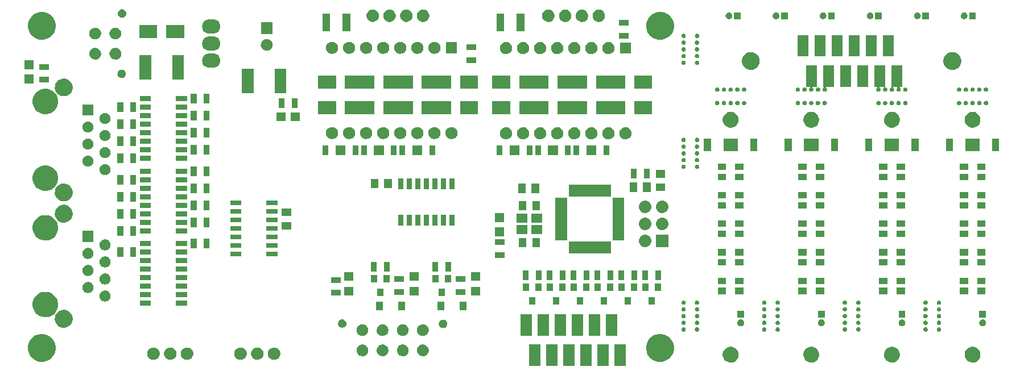
<source format=gbr>
G04 #@! TF.GenerationSoftware,KiCad,Pcbnew,(2017-08-07 revision 2d9ab80b4)-master*
G04 #@! TF.CreationDate,2017-08-10T02:16:17+02:00*
G04 #@! TF.ProjectId,z-module-pcb-r2,7A2D6D6F64756C652D7063622D72322E,rev?*
G04 #@! TF.SameCoordinates,Original*
G04 #@! TF.FileFunction,Soldermask,Top*
G04 #@! TF.FilePolarity,Negative*
%FSLAX46Y46*%
G04 Gerber Fmt 4.6, Leading zero omitted, Abs format (unit mm)*
G04 Created by KiCad (PCBNEW (2017-08-07 revision 2d9ab80b4)-master) date Thu Aug 10 02:16:17 2017*
%MOMM*%
%LPD*%
G01*
G04 APERTURE LIST*
%ADD10C,0.100000*%
G04 APERTURE END LIST*
D10*
G36*
X188663000Y-120157000D02*
X187013000Y-120157000D01*
X187013000Y-117007000D01*
X188663000Y-117007000D01*
X188663000Y-120157000D01*
X188663000Y-120157000D01*
G37*
G36*
X198823000Y-120157000D02*
X197173000Y-120157000D01*
X197173000Y-117007000D01*
X198823000Y-117007000D01*
X198823000Y-120157000D01*
X198823000Y-120157000D01*
G37*
G36*
X201363000Y-120157000D02*
X199713000Y-120157000D01*
X199713000Y-117007000D01*
X201363000Y-117007000D01*
X201363000Y-120157000D01*
X201363000Y-120157000D01*
G37*
G36*
X196283000Y-120157000D02*
X194633000Y-120157000D01*
X194633000Y-117007000D01*
X196283000Y-117007000D01*
X196283000Y-120157000D01*
X196283000Y-120157000D01*
G37*
G36*
X191203000Y-120157000D02*
X189553000Y-120157000D01*
X189553000Y-117007000D01*
X191203000Y-117007000D01*
X191203000Y-120157000D01*
X191203000Y-120157000D01*
G37*
G36*
X193743000Y-120157000D02*
X192093000Y-120157000D01*
X192093000Y-117007000D01*
X193743000Y-117007000D01*
X193743000Y-120157000D01*
X193743000Y-120157000D01*
G37*
G36*
X217123421Y-117325779D02*
X217349138Y-117372112D01*
X217561564Y-117461408D01*
X217752602Y-117590264D01*
X217914969Y-117753769D01*
X218042485Y-117945698D01*
X218130297Y-118158743D01*
X218174917Y-118384096D01*
X218174917Y-118384112D01*
X218175050Y-118384785D01*
X218171375Y-118647979D01*
X218171224Y-118648642D01*
X218171224Y-118648666D01*
X218120328Y-118872686D01*
X218026605Y-119083189D01*
X217893775Y-119271488D01*
X217726906Y-119430394D01*
X217532344Y-119553867D01*
X217317513Y-119637195D01*
X217090580Y-119677210D01*
X216860202Y-119672384D01*
X216635146Y-119622902D01*
X216423992Y-119530652D01*
X216234771Y-119399139D01*
X216074702Y-119233383D01*
X215949875Y-119039690D01*
X215865048Y-118825441D01*
X215823451Y-118598796D01*
X215826668Y-118368392D01*
X215874578Y-118142996D01*
X215965355Y-117931196D01*
X216095541Y-117741066D01*
X216260174Y-117579845D01*
X216452989Y-117453669D01*
X216666643Y-117367349D01*
X216892990Y-117324170D01*
X217123421Y-117325779D01*
X217123421Y-117325779D01*
G37*
G36*
X229123421Y-117325779D02*
X229349138Y-117372112D01*
X229561564Y-117461408D01*
X229752602Y-117590264D01*
X229914969Y-117753769D01*
X230042485Y-117945698D01*
X230130297Y-118158743D01*
X230174917Y-118384096D01*
X230174917Y-118384112D01*
X230175050Y-118384785D01*
X230171375Y-118647979D01*
X230171224Y-118648642D01*
X230171224Y-118648666D01*
X230120328Y-118872686D01*
X230026605Y-119083189D01*
X229893775Y-119271488D01*
X229726906Y-119430394D01*
X229532344Y-119553867D01*
X229317513Y-119637195D01*
X229090580Y-119677210D01*
X228860202Y-119672384D01*
X228635146Y-119622902D01*
X228423992Y-119530652D01*
X228234771Y-119399139D01*
X228074702Y-119233383D01*
X227949875Y-119039690D01*
X227865048Y-118825441D01*
X227823451Y-118598796D01*
X227826668Y-118368392D01*
X227874578Y-118142996D01*
X227965355Y-117931196D01*
X228095541Y-117741066D01*
X228260174Y-117579845D01*
X228452989Y-117453669D01*
X228666643Y-117367349D01*
X228892990Y-117324170D01*
X229123421Y-117325779D01*
X229123421Y-117325779D01*
G37*
G36*
X241123421Y-117325779D02*
X241349138Y-117372112D01*
X241561564Y-117461408D01*
X241752602Y-117590264D01*
X241914969Y-117753769D01*
X242042485Y-117945698D01*
X242130297Y-118158743D01*
X242174917Y-118384096D01*
X242174917Y-118384112D01*
X242175050Y-118384785D01*
X242171375Y-118647979D01*
X242171224Y-118648642D01*
X242171224Y-118648666D01*
X242120328Y-118872686D01*
X242026605Y-119083189D01*
X241893775Y-119271488D01*
X241726906Y-119430394D01*
X241532344Y-119553867D01*
X241317513Y-119637195D01*
X241090580Y-119677210D01*
X240860202Y-119672384D01*
X240635146Y-119622902D01*
X240423992Y-119530652D01*
X240234771Y-119399139D01*
X240074702Y-119233383D01*
X239949875Y-119039690D01*
X239865048Y-118825441D01*
X239823451Y-118598796D01*
X239826668Y-118368392D01*
X239874578Y-118142996D01*
X239965355Y-117931196D01*
X240095541Y-117741066D01*
X240260174Y-117579845D01*
X240452989Y-117453669D01*
X240666643Y-117367349D01*
X240892990Y-117324170D01*
X241123421Y-117325779D01*
X241123421Y-117325779D01*
G37*
G36*
X253123421Y-117325779D02*
X253349138Y-117372112D01*
X253561564Y-117461408D01*
X253752602Y-117590264D01*
X253914969Y-117753769D01*
X254042485Y-117945698D01*
X254130297Y-118158743D01*
X254174917Y-118384096D01*
X254174917Y-118384112D01*
X254175050Y-118384785D01*
X254171375Y-118647979D01*
X254171224Y-118648642D01*
X254171224Y-118648666D01*
X254120328Y-118872686D01*
X254026605Y-119083189D01*
X253893775Y-119271488D01*
X253726906Y-119430394D01*
X253532344Y-119553867D01*
X253317513Y-119637195D01*
X253090580Y-119677210D01*
X252860202Y-119672384D01*
X252635146Y-119622902D01*
X252423992Y-119530652D01*
X252234771Y-119399139D01*
X252074702Y-119233383D01*
X251949875Y-119039690D01*
X251865048Y-118825441D01*
X251823451Y-118598796D01*
X251826668Y-118368392D01*
X251874578Y-118142996D01*
X251965355Y-117931196D01*
X252095541Y-117741066D01*
X252260174Y-117579845D01*
X252452989Y-117453669D01*
X252666643Y-117367349D01*
X252892990Y-117324170D01*
X253123421Y-117325779D01*
X253123421Y-117325779D01*
G37*
G36*
X114717946Y-115426379D02*
X115116567Y-115508203D01*
X115491697Y-115665893D01*
X115829059Y-115893447D01*
X116115794Y-116182190D01*
X116340983Y-116521129D01*
X116496054Y-116897356D01*
X116574956Y-117295846D01*
X116574956Y-117295863D01*
X116575089Y-117296536D01*
X116568599Y-117761325D01*
X116568447Y-117761993D01*
X116568447Y-117762012D01*
X116478449Y-118158140D01*
X116312933Y-118529896D01*
X116078370Y-118862409D01*
X115783683Y-119143036D01*
X115440096Y-119361083D01*
X115060714Y-119508236D01*
X114659961Y-119578900D01*
X114253122Y-119570377D01*
X113855685Y-119482995D01*
X113482791Y-119320082D01*
X113148642Y-119087842D01*
X112865965Y-118795121D01*
X112645528Y-118453069D01*
X112495725Y-118074713D01*
X112422268Y-117674471D01*
X112427949Y-117267585D01*
X112512556Y-116869541D01*
X112672861Y-116495524D01*
X112902764Y-116159758D01*
X113193503Y-115875045D01*
X113534005Y-115652227D01*
X113911303Y-115499788D01*
X114311026Y-115423537D01*
X114717946Y-115426379D01*
X114717946Y-115426379D01*
G37*
G36*
X206717946Y-115426379D02*
X207116567Y-115508203D01*
X207491697Y-115665893D01*
X207829059Y-115893447D01*
X208115794Y-116182190D01*
X208340983Y-116521129D01*
X208496054Y-116897356D01*
X208574956Y-117295846D01*
X208574956Y-117295863D01*
X208575089Y-117296536D01*
X208568599Y-117761325D01*
X208568447Y-117761993D01*
X208568447Y-117762012D01*
X208478449Y-118158140D01*
X208312933Y-118529896D01*
X208078370Y-118862409D01*
X207783683Y-119143036D01*
X207440096Y-119361083D01*
X207060714Y-119508236D01*
X206659961Y-119578900D01*
X206253122Y-119570377D01*
X205855685Y-119482995D01*
X205482791Y-119320082D01*
X205148642Y-119087842D01*
X204865965Y-118795121D01*
X204645528Y-118453069D01*
X204495725Y-118074713D01*
X204422268Y-117674471D01*
X204427949Y-117267585D01*
X204512556Y-116869541D01*
X204672861Y-116495524D01*
X204902764Y-116159758D01*
X205193503Y-115875045D01*
X205534005Y-115652227D01*
X205911303Y-115499788D01*
X206311026Y-115423537D01*
X206717946Y-115426379D01*
X206717946Y-115426379D01*
G37*
G36*
X136200482Y-117439982D02*
X136378104Y-117476443D01*
X136545261Y-117546708D01*
X136695596Y-117648111D01*
X136823369Y-117776778D01*
X136923714Y-117927812D01*
X136992812Y-118095453D01*
X137027896Y-118272646D01*
X137027896Y-118272662D01*
X137028029Y-118273335D01*
X137025137Y-118480448D01*
X137024985Y-118481116D01*
X137024985Y-118481135D01*
X136984967Y-118657272D01*
X136911213Y-118822929D01*
X136806691Y-118971097D01*
X136675377Y-119096146D01*
X136522271Y-119193311D01*
X136353217Y-119258882D01*
X136174638Y-119290371D01*
X135993349Y-119286572D01*
X135816248Y-119247634D01*
X135650085Y-119175039D01*
X135501187Y-119071553D01*
X135375224Y-118941114D01*
X135276996Y-118788694D01*
X135210241Y-118620094D01*
X135177509Y-118441745D01*
X135180040Y-118260436D01*
X135217741Y-118083067D01*
X135289176Y-117916396D01*
X135391620Y-117766783D01*
X135521179Y-117639908D01*
X135672903Y-117540622D01*
X135841034Y-117472694D01*
X136019151Y-117438715D01*
X136200482Y-117439982D01*
X136200482Y-117439982D01*
G37*
G36*
X146655123Y-117439982D02*
X146832745Y-117476443D01*
X146999902Y-117546708D01*
X147150237Y-117648111D01*
X147278010Y-117776778D01*
X147378355Y-117927812D01*
X147447453Y-118095453D01*
X147482537Y-118272646D01*
X147482537Y-118272662D01*
X147482670Y-118273335D01*
X147479778Y-118480448D01*
X147479626Y-118481116D01*
X147479626Y-118481135D01*
X147439608Y-118657272D01*
X147365854Y-118822929D01*
X147261332Y-118971097D01*
X147130018Y-119096146D01*
X146976912Y-119193311D01*
X146807858Y-119258882D01*
X146629279Y-119290371D01*
X146447990Y-119286572D01*
X146270889Y-119247634D01*
X146104726Y-119175039D01*
X145955828Y-119071553D01*
X145829865Y-118941114D01*
X145731637Y-118788694D01*
X145664882Y-118620094D01*
X145632150Y-118441745D01*
X145634681Y-118260436D01*
X145672382Y-118083067D01*
X145743817Y-117916396D01*
X145846261Y-117766783D01*
X145975820Y-117639908D01*
X146127544Y-117540622D01*
X146295675Y-117472694D01*
X146473792Y-117438715D01*
X146655123Y-117439982D01*
X146655123Y-117439982D01*
G37*
G36*
X144155764Y-117439982D02*
X144333386Y-117476443D01*
X144500543Y-117546708D01*
X144650878Y-117648111D01*
X144778651Y-117776778D01*
X144878996Y-117927812D01*
X144948094Y-118095453D01*
X144983178Y-118272646D01*
X144983178Y-118272662D01*
X144983311Y-118273335D01*
X144980419Y-118480448D01*
X144980267Y-118481116D01*
X144980267Y-118481135D01*
X144940249Y-118657272D01*
X144866495Y-118822929D01*
X144761973Y-118971097D01*
X144630659Y-119096146D01*
X144477553Y-119193311D01*
X144308499Y-119258882D01*
X144129920Y-119290371D01*
X143948631Y-119286572D01*
X143771530Y-119247634D01*
X143605367Y-119175039D01*
X143456469Y-119071553D01*
X143330506Y-118941114D01*
X143232278Y-118788694D01*
X143165523Y-118620094D01*
X143132791Y-118441745D01*
X143135322Y-118260436D01*
X143173023Y-118083067D01*
X143244458Y-117916396D01*
X143346902Y-117766783D01*
X143476461Y-117639908D01*
X143628185Y-117540622D01*
X143796316Y-117472694D01*
X143974433Y-117438715D01*
X144155764Y-117439982D01*
X144155764Y-117439982D01*
G37*
G36*
X133701123Y-117439982D02*
X133878745Y-117476443D01*
X134045902Y-117546708D01*
X134196237Y-117648111D01*
X134324010Y-117776778D01*
X134424355Y-117927812D01*
X134493453Y-118095453D01*
X134528537Y-118272646D01*
X134528537Y-118272662D01*
X134528670Y-118273335D01*
X134525778Y-118480448D01*
X134525626Y-118481116D01*
X134525626Y-118481135D01*
X134485608Y-118657272D01*
X134411854Y-118822929D01*
X134307332Y-118971097D01*
X134176018Y-119096146D01*
X134022912Y-119193311D01*
X133853858Y-119258882D01*
X133675279Y-119290371D01*
X133493990Y-119286572D01*
X133316889Y-119247634D01*
X133150726Y-119175039D01*
X133001828Y-119071553D01*
X132875865Y-118941114D01*
X132777637Y-118788694D01*
X132710882Y-118620094D01*
X132678150Y-118441745D01*
X132680681Y-118260436D01*
X132718382Y-118083067D01*
X132789817Y-117916396D01*
X132892261Y-117766783D01*
X133021820Y-117639908D01*
X133173544Y-117540622D01*
X133341675Y-117472694D01*
X133519792Y-117438715D01*
X133701123Y-117439982D01*
X133701123Y-117439982D01*
G37*
G36*
X131201764Y-117439982D02*
X131379386Y-117476443D01*
X131546543Y-117546708D01*
X131696878Y-117648111D01*
X131824651Y-117776778D01*
X131924996Y-117927812D01*
X131994094Y-118095453D01*
X132029178Y-118272646D01*
X132029178Y-118272662D01*
X132029311Y-118273335D01*
X132026419Y-118480448D01*
X132026267Y-118481116D01*
X132026267Y-118481135D01*
X131986249Y-118657272D01*
X131912495Y-118822929D01*
X131807973Y-118971097D01*
X131676659Y-119096146D01*
X131523553Y-119193311D01*
X131354499Y-119258882D01*
X131175920Y-119290371D01*
X130994631Y-119286572D01*
X130817530Y-119247634D01*
X130651367Y-119175039D01*
X130502469Y-119071553D01*
X130376506Y-118941114D01*
X130278278Y-118788694D01*
X130211523Y-118620094D01*
X130178791Y-118441745D01*
X130181322Y-118260436D01*
X130219023Y-118083067D01*
X130290458Y-117916396D01*
X130392902Y-117766783D01*
X130522461Y-117639908D01*
X130674185Y-117540622D01*
X130842316Y-117472694D01*
X131020433Y-117438715D01*
X131201764Y-117439982D01*
X131201764Y-117439982D01*
G37*
G36*
X149154482Y-117439982D02*
X149332104Y-117476443D01*
X149499261Y-117546708D01*
X149649596Y-117648111D01*
X149777369Y-117776778D01*
X149877714Y-117927812D01*
X149946812Y-118095453D01*
X149981896Y-118272646D01*
X149981896Y-118272662D01*
X149982029Y-118273335D01*
X149979137Y-118480448D01*
X149978985Y-118481116D01*
X149978985Y-118481135D01*
X149938967Y-118657272D01*
X149865213Y-118822929D01*
X149760691Y-118971097D01*
X149629377Y-119096146D01*
X149476271Y-119193311D01*
X149307217Y-119258882D01*
X149128638Y-119290371D01*
X148947349Y-119286572D01*
X148770248Y-119247634D01*
X148604085Y-119175039D01*
X148455187Y-119071553D01*
X148329224Y-118941114D01*
X148230996Y-118788694D01*
X148164241Y-118620094D01*
X148131509Y-118441745D01*
X148134040Y-118260436D01*
X148171741Y-118083067D01*
X148243176Y-117916396D01*
X148345620Y-117766783D01*
X148475179Y-117639908D01*
X148626903Y-117540622D01*
X148795034Y-117472694D01*
X148973151Y-117438715D01*
X149154482Y-117439982D01*
X149154482Y-117439982D01*
G37*
G36*
X171287910Y-116981579D02*
X171455993Y-117016082D01*
X171614189Y-117082580D01*
X171756449Y-117178536D01*
X171877361Y-117300295D01*
X171972320Y-117443220D01*
X172037712Y-117601872D01*
X172070905Y-117769512D01*
X172070905Y-117769529D01*
X172071038Y-117770202D01*
X172068301Y-117966197D01*
X172068150Y-117966860D01*
X172068150Y-117966884D01*
X172030289Y-118133528D01*
X171960491Y-118290298D01*
X171861581Y-118430511D01*
X171737315Y-118548847D01*
X171592427Y-118640797D01*
X171432447Y-118702849D01*
X171263453Y-118732648D01*
X171091894Y-118729053D01*
X170924300Y-118692206D01*
X170767055Y-118623507D01*
X170626149Y-118525575D01*
X170506945Y-118402136D01*
X170413992Y-118257900D01*
X170350822Y-118098350D01*
X170319845Y-117929572D01*
X170322241Y-117757995D01*
X170357918Y-117590146D01*
X170425519Y-117432422D01*
X170522463Y-117290837D01*
X170645067Y-117170776D01*
X170788655Y-117076814D01*
X170947750Y-117012535D01*
X171116312Y-116980380D01*
X171287910Y-116981579D01*
X171287910Y-116981579D01*
G37*
G36*
X168287910Y-116981579D02*
X168455993Y-117016082D01*
X168614189Y-117082580D01*
X168756449Y-117178536D01*
X168877361Y-117300295D01*
X168972320Y-117443220D01*
X169037712Y-117601872D01*
X169070905Y-117769512D01*
X169070905Y-117769529D01*
X169071038Y-117770202D01*
X169068301Y-117966197D01*
X169068150Y-117966860D01*
X169068150Y-117966884D01*
X169030289Y-118133528D01*
X168960491Y-118290298D01*
X168861581Y-118430511D01*
X168737315Y-118548847D01*
X168592427Y-118640797D01*
X168432447Y-118702849D01*
X168263453Y-118732648D01*
X168091894Y-118729053D01*
X167924300Y-118692206D01*
X167767055Y-118623507D01*
X167626149Y-118525575D01*
X167506945Y-118402136D01*
X167413992Y-118257900D01*
X167350822Y-118098350D01*
X167319845Y-117929572D01*
X167322241Y-117757995D01*
X167357918Y-117590146D01*
X167425519Y-117432422D01*
X167522463Y-117290837D01*
X167645067Y-117170776D01*
X167788655Y-117076814D01*
X167947750Y-117012535D01*
X168116312Y-116980380D01*
X168287910Y-116981579D01*
X168287910Y-116981579D01*
G37*
G36*
X165287910Y-116981579D02*
X165455993Y-117016082D01*
X165614189Y-117082580D01*
X165756449Y-117178536D01*
X165877361Y-117300295D01*
X165972320Y-117443220D01*
X166037712Y-117601872D01*
X166070905Y-117769512D01*
X166070905Y-117769529D01*
X166071038Y-117770202D01*
X166068301Y-117966197D01*
X166068150Y-117966860D01*
X166068150Y-117966884D01*
X166030289Y-118133528D01*
X165960491Y-118290298D01*
X165861581Y-118430511D01*
X165737315Y-118548847D01*
X165592427Y-118640797D01*
X165432447Y-118702849D01*
X165263453Y-118732648D01*
X165091894Y-118729053D01*
X164924300Y-118692206D01*
X164767055Y-118623507D01*
X164626149Y-118525575D01*
X164506945Y-118402136D01*
X164413992Y-118257900D01*
X164350822Y-118098350D01*
X164319845Y-117929572D01*
X164322241Y-117757995D01*
X164357918Y-117590146D01*
X164425519Y-117432422D01*
X164522463Y-117290837D01*
X164645067Y-117170776D01*
X164788655Y-117076814D01*
X164947750Y-117012535D01*
X165116312Y-116980380D01*
X165287910Y-116981579D01*
X165287910Y-116981579D01*
G37*
G36*
X162287910Y-116981579D02*
X162455993Y-117016082D01*
X162614189Y-117082580D01*
X162756449Y-117178536D01*
X162877361Y-117300295D01*
X162972320Y-117443220D01*
X163037712Y-117601872D01*
X163070905Y-117769512D01*
X163070905Y-117769529D01*
X163071038Y-117770202D01*
X163068301Y-117966197D01*
X163068150Y-117966860D01*
X163068150Y-117966884D01*
X163030289Y-118133528D01*
X162960491Y-118290298D01*
X162861581Y-118430511D01*
X162737315Y-118548847D01*
X162592427Y-118640797D01*
X162432447Y-118702849D01*
X162263453Y-118732648D01*
X162091894Y-118729053D01*
X161924300Y-118692206D01*
X161767055Y-118623507D01*
X161626149Y-118525575D01*
X161506945Y-118402136D01*
X161413992Y-118257900D01*
X161350822Y-118098350D01*
X161319845Y-117929572D01*
X161322241Y-117757995D01*
X161357918Y-117590146D01*
X161425519Y-117432422D01*
X161522463Y-117290837D01*
X161645067Y-117170776D01*
X161788655Y-117076814D01*
X161947750Y-117012535D01*
X162116312Y-116980380D01*
X162287910Y-116981579D01*
X162287910Y-116981579D01*
G37*
G36*
X171287910Y-113981579D02*
X171455993Y-114016082D01*
X171614189Y-114082580D01*
X171756449Y-114178536D01*
X171877361Y-114300295D01*
X171972320Y-114443220D01*
X172037712Y-114601872D01*
X172070905Y-114769512D01*
X172070905Y-114769529D01*
X172071038Y-114770202D01*
X172068301Y-114966197D01*
X172068150Y-114966860D01*
X172068150Y-114966884D01*
X172030289Y-115133528D01*
X171960491Y-115290298D01*
X171861581Y-115430511D01*
X171737315Y-115548847D01*
X171592427Y-115640797D01*
X171432447Y-115702849D01*
X171263453Y-115732648D01*
X171091894Y-115729053D01*
X170924300Y-115692206D01*
X170767055Y-115623507D01*
X170626149Y-115525575D01*
X170506945Y-115402136D01*
X170413992Y-115257900D01*
X170350822Y-115098350D01*
X170319845Y-114929572D01*
X170322241Y-114757995D01*
X170357918Y-114590146D01*
X170425519Y-114432422D01*
X170522463Y-114290837D01*
X170645067Y-114170776D01*
X170788655Y-114076814D01*
X170947750Y-114012535D01*
X171116312Y-113980380D01*
X171287910Y-113981579D01*
X171287910Y-113981579D01*
G37*
G36*
X168287910Y-113981579D02*
X168455993Y-114016082D01*
X168614189Y-114082580D01*
X168756449Y-114178536D01*
X168877361Y-114300295D01*
X168972320Y-114443220D01*
X169037712Y-114601872D01*
X169070905Y-114769512D01*
X169070905Y-114769529D01*
X169071038Y-114770202D01*
X169068301Y-114966197D01*
X169068150Y-114966860D01*
X169068150Y-114966884D01*
X169030289Y-115133528D01*
X168960491Y-115290298D01*
X168861581Y-115430511D01*
X168737315Y-115548847D01*
X168592427Y-115640797D01*
X168432447Y-115702849D01*
X168263453Y-115732648D01*
X168091894Y-115729053D01*
X167924300Y-115692206D01*
X167767055Y-115623507D01*
X167626149Y-115525575D01*
X167506945Y-115402136D01*
X167413992Y-115257900D01*
X167350822Y-115098350D01*
X167319845Y-114929572D01*
X167322241Y-114757995D01*
X167357918Y-114590146D01*
X167425519Y-114432422D01*
X167522463Y-114290837D01*
X167645067Y-114170776D01*
X167788655Y-114076814D01*
X167947750Y-114012535D01*
X168116312Y-113980380D01*
X168287910Y-113981579D01*
X168287910Y-113981579D01*
G37*
G36*
X162287910Y-113981579D02*
X162455993Y-114016082D01*
X162614189Y-114082580D01*
X162756449Y-114178536D01*
X162877361Y-114300295D01*
X162972320Y-114443220D01*
X163037712Y-114601872D01*
X163070905Y-114769512D01*
X163070905Y-114769529D01*
X163071038Y-114770202D01*
X163068301Y-114966197D01*
X163068150Y-114966860D01*
X163068150Y-114966884D01*
X163030289Y-115133528D01*
X162960491Y-115290298D01*
X162861581Y-115430511D01*
X162737315Y-115548847D01*
X162592427Y-115640797D01*
X162432447Y-115702849D01*
X162263453Y-115732648D01*
X162091894Y-115729053D01*
X161924300Y-115692206D01*
X161767055Y-115623507D01*
X161626149Y-115525575D01*
X161506945Y-115402136D01*
X161413992Y-115257900D01*
X161350822Y-115098350D01*
X161319845Y-114929572D01*
X161322241Y-114757995D01*
X161357918Y-114590146D01*
X161425519Y-114432422D01*
X161522463Y-114290837D01*
X161645067Y-114170776D01*
X161788655Y-114076814D01*
X161947750Y-114012535D01*
X162116312Y-113980380D01*
X162287910Y-113981579D01*
X162287910Y-113981579D01*
G37*
G36*
X165287910Y-113981579D02*
X165455993Y-114016082D01*
X165614189Y-114082580D01*
X165756449Y-114178536D01*
X165877361Y-114300295D01*
X165972320Y-114443220D01*
X166037712Y-114601872D01*
X166070905Y-114769512D01*
X166070905Y-114769529D01*
X166071038Y-114770202D01*
X166068301Y-114966197D01*
X166068150Y-114966860D01*
X166068150Y-114966884D01*
X166030289Y-115133528D01*
X165960491Y-115290298D01*
X165861581Y-115430511D01*
X165737315Y-115548847D01*
X165592427Y-115640797D01*
X165432447Y-115702849D01*
X165263453Y-115732648D01*
X165091894Y-115729053D01*
X164924300Y-115692206D01*
X164767055Y-115623507D01*
X164626149Y-115525575D01*
X164506945Y-115402136D01*
X164413992Y-115257900D01*
X164350822Y-115098350D01*
X164319845Y-114929572D01*
X164322241Y-114757995D01*
X164357918Y-114590146D01*
X164425519Y-114432422D01*
X164522463Y-114290837D01*
X164645067Y-114170776D01*
X164788655Y-114076814D01*
X164947750Y-114012535D01*
X165116312Y-113980380D01*
X165287910Y-113981579D01*
X165287910Y-113981579D01*
G37*
G36*
X189933000Y-115657000D02*
X188283000Y-115657000D01*
X188283000Y-112507000D01*
X189933000Y-112507000D01*
X189933000Y-115657000D01*
X189933000Y-115657000D01*
G37*
G36*
X200093000Y-115657000D02*
X198443000Y-115657000D01*
X198443000Y-112507000D01*
X200093000Y-112507000D01*
X200093000Y-115657000D01*
X200093000Y-115657000D01*
G37*
G36*
X195013000Y-115657000D02*
X193363000Y-115657000D01*
X193363000Y-112507000D01*
X195013000Y-112507000D01*
X195013000Y-115657000D01*
X195013000Y-115657000D01*
G37*
G36*
X197553000Y-115657000D02*
X195903000Y-115657000D01*
X195903000Y-112507000D01*
X197553000Y-112507000D01*
X197553000Y-115657000D01*
X197553000Y-115657000D01*
G37*
G36*
X192473000Y-115657000D02*
X190823000Y-115657000D01*
X190823000Y-112507000D01*
X192473000Y-112507000D01*
X192473000Y-115657000D01*
X192473000Y-115657000D01*
G37*
G36*
X187393000Y-115657000D02*
X185743000Y-115657000D01*
X185743000Y-112507000D01*
X187393000Y-112507000D01*
X187393000Y-115657000D01*
X187393000Y-115657000D01*
G37*
G36*
X234034141Y-114425213D02*
X234096570Y-114438028D01*
X234155327Y-114462727D01*
X234208167Y-114498368D01*
X234253081Y-114543596D01*
X234288348Y-114596679D01*
X234312639Y-114655612D01*
X234324881Y-114717440D01*
X234324881Y-114717459D01*
X234325014Y-114718132D01*
X234323998Y-114790930D01*
X234323846Y-114791598D01*
X234323846Y-114791617D01*
X234309881Y-114853081D01*
X234283955Y-114911312D01*
X234247216Y-114963392D01*
X234201060Y-115007346D01*
X234147245Y-115041498D01*
X234087827Y-115064545D01*
X234025052Y-115075614D01*
X233961332Y-115074279D01*
X233899079Y-115060592D01*
X233840679Y-115035078D01*
X233788341Y-114998702D01*
X233744065Y-114952853D01*
X233709538Y-114899277D01*
X233686073Y-114840013D01*
X233674569Y-114777327D01*
X233675458Y-114713599D01*
X233688711Y-114651249D01*
X233713817Y-114592672D01*
X233749827Y-114540083D01*
X233795369Y-114495484D01*
X233848697Y-114460587D01*
X233907792Y-114436711D01*
X233970400Y-114424768D01*
X234034141Y-114425213D01*
X234034141Y-114425213D01*
G37*
G36*
X210034141Y-114425213D02*
X210096570Y-114438028D01*
X210155327Y-114462727D01*
X210208167Y-114498368D01*
X210253081Y-114543596D01*
X210288348Y-114596679D01*
X210312639Y-114655612D01*
X210324881Y-114717440D01*
X210324881Y-114717459D01*
X210325014Y-114718132D01*
X210323998Y-114790930D01*
X210323846Y-114791598D01*
X210323846Y-114791617D01*
X210309881Y-114853081D01*
X210283955Y-114911312D01*
X210247216Y-114963392D01*
X210201060Y-115007346D01*
X210147245Y-115041498D01*
X210087827Y-115064545D01*
X210025052Y-115075614D01*
X209961332Y-115074279D01*
X209899079Y-115060592D01*
X209840679Y-115035078D01*
X209788341Y-114998702D01*
X209744065Y-114952853D01*
X209709538Y-114899277D01*
X209686073Y-114840013D01*
X209674569Y-114777327D01*
X209675458Y-114713599D01*
X209688711Y-114651249D01*
X209713817Y-114592672D01*
X209749827Y-114540083D01*
X209795369Y-114495484D01*
X209848697Y-114460587D01*
X209907792Y-114436711D01*
X209970400Y-114424768D01*
X210034141Y-114425213D01*
X210034141Y-114425213D01*
G37*
G36*
X212034141Y-114425213D02*
X212096570Y-114438028D01*
X212155327Y-114462727D01*
X212208167Y-114498368D01*
X212253081Y-114543596D01*
X212288348Y-114596679D01*
X212312639Y-114655612D01*
X212324881Y-114717440D01*
X212324881Y-114717459D01*
X212325014Y-114718132D01*
X212323998Y-114790930D01*
X212323846Y-114791598D01*
X212323846Y-114791617D01*
X212309881Y-114853081D01*
X212283955Y-114911312D01*
X212247216Y-114963392D01*
X212201060Y-115007346D01*
X212147245Y-115041498D01*
X212087827Y-115064545D01*
X212025052Y-115075614D01*
X211961332Y-115074279D01*
X211899079Y-115060592D01*
X211840679Y-115035078D01*
X211788341Y-114998702D01*
X211744065Y-114952853D01*
X211709538Y-114899277D01*
X211686073Y-114840013D01*
X211674569Y-114777327D01*
X211675458Y-114713599D01*
X211688711Y-114651249D01*
X211713817Y-114592672D01*
X211749827Y-114540083D01*
X211795369Y-114495484D01*
X211848697Y-114460587D01*
X211907792Y-114436711D01*
X211970400Y-114424768D01*
X212034141Y-114425213D01*
X212034141Y-114425213D01*
G37*
G36*
X222034141Y-114425213D02*
X222096570Y-114438028D01*
X222155327Y-114462727D01*
X222208167Y-114498368D01*
X222253081Y-114543596D01*
X222288348Y-114596679D01*
X222312639Y-114655612D01*
X222324881Y-114717440D01*
X222324881Y-114717459D01*
X222325014Y-114718132D01*
X222323998Y-114790930D01*
X222323846Y-114791598D01*
X222323846Y-114791617D01*
X222309881Y-114853081D01*
X222283955Y-114911312D01*
X222247216Y-114963392D01*
X222201060Y-115007346D01*
X222147245Y-115041498D01*
X222087827Y-115064545D01*
X222025052Y-115075614D01*
X221961332Y-115074279D01*
X221899079Y-115060592D01*
X221840679Y-115035078D01*
X221788341Y-114998702D01*
X221744065Y-114952853D01*
X221709538Y-114899277D01*
X221686073Y-114840013D01*
X221674569Y-114777327D01*
X221675458Y-114713599D01*
X221688711Y-114651249D01*
X221713817Y-114592672D01*
X221749827Y-114540083D01*
X221795369Y-114495484D01*
X221848697Y-114460587D01*
X221907792Y-114436711D01*
X221970400Y-114424768D01*
X222034141Y-114425213D01*
X222034141Y-114425213D01*
G37*
G36*
X224034141Y-114425213D02*
X224096570Y-114438028D01*
X224155327Y-114462727D01*
X224208167Y-114498368D01*
X224253081Y-114543596D01*
X224288348Y-114596679D01*
X224312639Y-114655612D01*
X224324881Y-114717440D01*
X224324881Y-114717459D01*
X224325014Y-114718132D01*
X224323998Y-114790930D01*
X224323846Y-114791598D01*
X224323846Y-114791617D01*
X224309881Y-114853081D01*
X224283955Y-114911312D01*
X224247216Y-114963392D01*
X224201060Y-115007346D01*
X224147245Y-115041498D01*
X224087827Y-115064545D01*
X224025052Y-115075614D01*
X223961332Y-115074279D01*
X223899079Y-115060592D01*
X223840679Y-115035078D01*
X223788341Y-114998702D01*
X223744065Y-114952853D01*
X223709538Y-114899277D01*
X223686073Y-114840013D01*
X223674569Y-114777327D01*
X223675458Y-114713599D01*
X223688711Y-114651249D01*
X223713817Y-114592672D01*
X223749827Y-114540083D01*
X223795369Y-114495484D01*
X223848697Y-114460587D01*
X223907792Y-114436711D01*
X223970400Y-114424768D01*
X224034141Y-114425213D01*
X224034141Y-114425213D01*
G37*
G36*
X236034141Y-114425213D02*
X236096570Y-114438028D01*
X236155327Y-114462727D01*
X236208167Y-114498368D01*
X236253081Y-114543596D01*
X236288348Y-114596679D01*
X236312639Y-114655612D01*
X236324881Y-114717440D01*
X236324881Y-114717459D01*
X236325014Y-114718132D01*
X236323998Y-114790930D01*
X236323846Y-114791598D01*
X236323846Y-114791617D01*
X236309881Y-114853081D01*
X236283955Y-114911312D01*
X236247216Y-114963392D01*
X236201060Y-115007346D01*
X236147245Y-115041498D01*
X236087827Y-115064545D01*
X236025052Y-115075614D01*
X235961332Y-115074279D01*
X235899079Y-115060592D01*
X235840679Y-115035078D01*
X235788341Y-114998702D01*
X235744065Y-114952853D01*
X235709538Y-114899277D01*
X235686073Y-114840013D01*
X235674569Y-114777327D01*
X235675458Y-114713599D01*
X235688711Y-114651249D01*
X235713817Y-114592672D01*
X235749827Y-114540083D01*
X235795369Y-114495484D01*
X235848697Y-114460587D01*
X235907792Y-114436711D01*
X235970400Y-114424768D01*
X236034141Y-114425213D01*
X236034141Y-114425213D01*
G37*
G36*
X246034141Y-114425213D02*
X246096570Y-114438028D01*
X246155327Y-114462727D01*
X246208167Y-114498368D01*
X246253081Y-114543596D01*
X246288348Y-114596679D01*
X246312639Y-114655612D01*
X246324881Y-114717440D01*
X246324881Y-114717459D01*
X246325014Y-114718132D01*
X246323998Y-114790930D01*
X246323846Y-114791598D01*
X246323846Y-114791617D01*
X246309881Y-114853081D01*
X246283955Y-114911312D01*
X246247216Y-114963392D01*
X246201060Y-115007346D01*
X246147245Y-115041498D01*
X246087827Y-115064545D01*
X246025052Y-115075614D01*
X245961332Y-115074279D01*
X245899079Y-115060592D01*
X245840679Y-115035078D01*
X245788341Y-114998702D01*
X245744065Y-114952853D01*
X245709538Y-114899277D01*
X245686073Y-114840013D01*
X245674569Y-114777327D01*
X245675458Y-114713599D01*
X245688711Y-114651249D01*
X245713817Y-114592672D01*
X245749827Y-114540083D01*
X245795369Y-114495484D01*
X245848697Y-114460587D01*
X245907792Y-114436711D01*
X245970400Y-114424768D01*
X246034141Y-114425213D01*
X246034141Y-114425213D01*
G37*
G36*
X248034141Y-114425213D02*
X248096570Y-114438028D01*
X248155327Y-114462727D01*
X248208167Y-114498368D01*
X248253081Y-114543596D01*
X248288348Y-114596679D01*
X248312639Y-114655612D01*
X248324881Y-114717440D01*
X248324881Y-114717459D01*
X248325014Y-114718132D01*
X248323998Y-114790930D01*
X248323846Y-114791598D01*
X248323846Y-114791617D01*
X248309881Y-114853081D01*
X248283955Y-114911312D01*
X248247216Y-114963392D01*
X248201060Y-115007346D01*
X248147245Y-115041498D01*
X248087827Y-115064545D01*
X248025052Y-115075614D01*
X247961332Y-115074279D01*
X247899079Y-115060592D01*
X247840679Y-115035078D01*
X247788341Y-114998702D01*
X247744065Y-114952853D01*
X247709538Y-114899277D01*
X247686073Y-114840013D01*
X247674569Y-114777327D01*
X247675458Y-114713599D01*
X247688711Y-114651249D01*
X247713817Y-114592672D01*
X247749827Y-114540083D01*
X247795369Y-114495484D01*
X247848697Y-114460587D01*
X247907792Y-114436711D01*
X247970400Y-114424768D01*
X248034141Y-114425213D01*
X248034141Y-114425213D01*
G37*
G36*
X174261647Y-113291413D02*
X174381716Y-113316059D01*
X174494705Y-113363555D01*
X174596321Y-113432097D01*
X174682687Y-113519067D01*
X174750515Y-113621156D01*
X174797224Y-113734480D01*
X174820894Y-113854026D01*
X174820894Y-113854043D01*
X174821027Y-113854716D01*
X174819072Y-113994712D01*
X174818920Y-113995380D01*
X174818920Y-113995400D01*
X174791922Y-114114234D01*
X174742065Y-114226215D01*
X174671416Y-114326365D01*
X174582654Y-114410892D01*
X174479161Y-114476571D01*
X174364891Y-114520893D01*
X174244180Y-114542178D01*
X174121639Y-114539610D01*
X174001926Y-114513290D01*
X173889612Y-114464222D01*
X173788963Y-114394269D01*
X173703819Y-114306099D01*
X173637422Y-114203070D01*
X173592299Y-114089105D01*
X173570174Y-113968551D01*
X173571885Y-113845997D01*
X173597370Y-113726101D01*
X173645654Y-113613447D01*
X173714904Y-113512309D01*
X173802472Y-113426556D01*
X173905039Y-113359438D01*
X174018679Y-113313524D01*
X174139079Y-113290556D01*
X174261647Y-113291413D01*
X174261647Y-113291413D01*
G37*
G36*
X159261647Y-113231413D02*
X159381716Y-113256059D01*
X159494705Y-113303555D01*
X159596321Y-113372097D01*
X159682687Y-113459067D01*
X159750515Y-113561156D01*
X159797224Y-113674480D01*
X159820894Y-113794026D01*
X159820894Y-113794043D01*
X159821027Y-113794716D01*
X159819072Y-113934712D01*
X159818920Y-113935380D01*
X159818920Y-113935400D01*
X159791922Y-114054234D01*
X159742065Y-114166215D01*
X159671416Y-114266365D01*
X159582654Y-114350892D01*
X159479161Y-114416571D01*
X159364891Y-114460893D01*
X159244180Y-114482178D01*
X159121639Y-114479610D01*
X159001926Y-114453290D01*
X158889612Y-114404222D01*
X158788963Y-114334269D01*
X158703819Y-114246099D01*
X158637422Y-114143070D01*
X158592299Y-114029105D01*
X158570174Y-113908551D01*
X158571885Y-113785997D01*
X158597370Y-113666101D01*
X158645654Y-113553447D01*
X158714904Y-113452309D01*
X158802472Y-113366556D01*
X158905039Y-113299438D01*
X159018679Y-113253524D01*
X159139079Y-113230556D01*
X159261647Y-113231413D01*
X159261647Y-113231413D01*
G37*
G36*
X117893894Y-111825879D02*
X118148427Y-111878127D01*
X118387971Y-111978822D01*
X118603393Y-112124126D01*
X118786493Y-112308508D01*
X118930286Y-112524936D01*
X119029308Y-112765179D01*
X119079642Y-113019388D01*
X119079642Y-113019404D01*
X119079775Y-113020077D01*
X119075630Y-113316870D01*
X119075479Y-113317533D01*
X119075479Y-113317557D01*
X119018066Y-113570262D01*
X118912378Y-113807639D01*
X118762591Y-114019976D01*
X118574419Y-114199170D01*
X118355023Y-114338402D01*
X118112764Y-114432369D01*
X117856862Y-114477492D01*
X117597072Y-114472049D01*
X117343288Y-114416252D01*
X117105174Y-114312222D01*
X116891802Y-114163925D01*
X116711297Y-113977006D01*
X116570536Y-113758587D01*
X116474878Y-113516985D01*
X116427972Y-113261410D01*
X116431600Y-113001591D01*
X116485625Y-112747421D01*
X116587991Y-112508583D01*
X116734796Y-112294182D01*
X116920445Y-112112380D01*
X117137881Y-111970094D01*
X117378802Y-111872755D01*
X117634048Y-111824064D01*
X117893894Y-111825879D01*
X117893894Y-111825879D01*
G37*
G36*
X218552517Y-113250330D02*
X218648575Y-113270047D01*
X218738962Y-113308042D01*
X218820255Y-113362875D01*
X218889350Y-113432454D01*
X218943614Y-113514127D01*
X218980981Y-113604787D01*
X218999889Y-113700279D01*
X218999889Y-113700304D01*
X219000021Y-113700972D01*
X218998457Y-113812970D01*
X218998306Y-113813633D01*
X218998306Y-113813656D01*
X218976738Y-113908587D01*
X218936853Y-113998169D01*
X218880331Y-114078295D01*
X218809324Y-114145914D01*
X218726528Y-114198458D01*
X218635113Y-114233916D01*
X218538545Y-114250943D01*
X218440511Y-114248889D01*
X218344743Y-114227833D01*
X218254888Y-114188577D01*
X218174371Y-114132616D01*
X218106252Y-114062077D01*
X218053138Y-113979661D01*
X218017038Y-113888484D01*
X217999338Y-113792042D01*
X218000707Y-113693998D01*
X218021095Y-113598078D01*
X218059721Y-113507958D01*
X218115122Y-113427047D01*
X218185178Y-113358444D01*
X218267228Y-113304751D01*
X218358144Y-113268019D01*
X218454464Y-113249645D01*
X218552517Y-113250330D01*
X218552517Y-113250330D01*
G37*
G36*
X254552517Y-113250330D02*
X254648575Y-113270047D01*
X254738962Y-113308042D01*
X254820255Y-113362875D01*
X254889350Y-113432454D01*
X254943614Y-113514127D01*
X254980981Y-113604787D01*
X254999889Y-113700279D01*
X254999889Y-113700304D01*
X255000021Y-113700972D01*
X254998457Y-113812970D01*
X254998306Y-113813633D01*
X254998306Y-113813656D01*
X254976738Y-113908587D01*
X254936853Y-113998169D01*
X254880331Y-114078295D01*
X254809324Y-114145914D01*
X254726528Y-114198458D01*
X254635113Y-114233916D01*
X254538545Y-114250943D01*
X254440511Y-114248889D01*
X254344743Y-114227833D01*
X254254888Y-114188577D01*
X254174371Y-114132616D01*
X254106252Y-114062077D01*
X254053138Y-113979661D01*
X254017038Y-113888484D01*
X253999338Y-113792042D01*
X254000707Y-113693998D01*
X254021095Y-113598078D01*
X254059721Y-113507958D01*
X254115122Y-113427047D01*
X254185178Y-113358444D01*
X254267228Y-113304751D01*
X254358144Y-113268019D01*
X254454464Y-113249645D01*
X254552517Y-113250330D01*
X254552517Y-113250330D01*
G37*
G36*
X242552517Y-113250330D02*
X242648575Y-113270047D01*
X242738962Y-113308042D01*
X242820255Y-113362875D01*
X242889350Y-113432454D01*
X242943614Y-113514127D01*
X242980981Y-113604787D01*
X242999889Y-113700279D01*
X242999889Y-113700304D01*
X243000021Y-113700972D01*
X242998457Y-113812970D01*
X242998306Y-113813633D01*
X242998306Y-113813656D01*
X242976738Y-113908587D01*
X242936853Y-113998169D01*
X242880331Y-114078295D01*
X242809324Y-114145914D01*
X242726528Y-114198458D01*
X242635113Y-114233916D01*
X242538545Y-114250943D01*
X242440511Y-114248889D01*
X242344743Y-114227833D01*
X242254888Y-114188577D01*
X242174371Y-114132616D01*
X242106252Y-114062077D01*
X242053138Y-113979661D01*
X242017038Y-113888484D01*
X241999338Y-113792042D01*
X242000707Y-113693998D01*
X242021095Y-113598078D01*
X242059721Y-113507958D01*
X242115122Y-113427047D01*
X242185178Y-113358444D01*
X242267228Y-113304751D01*
X242358144Y-113268019D01*
X242454464Y-113249645D01*
X242552517Y-113250330D01*
X242552517Y-113250330D01*
G37*
G36*
X230552517Y-113250330D02*
X230648575Y-113270047D01*
X230738962Y-113308042D01*
X230820255Y-113362875D01*
X230889350Y-113432454D01*
X230943614Y-113514127D01*
X230980981Y-113604787D01*
X230999889Y-113700279D01*
X230999889Y-113700304D01*
X231000021Y-113700972D01*
X230998457Y-113812970D01*
X230998306Y-113813633D01*
X230998306Y-113813656D01*
X230976738Y-113908587D01*
X230936853Y-113998169D01*
X230880331Y-114078295D01*
X230809324Y-114145914D01*
X230726528Y-114198458D01*
X230635113Y-114233916D01*
X230538545Y-114250943D01*
X230440511Y-114248889D01*
X230344743Y-114227833D01*
X230254888Y-114188577D01*
X230174371Y-114132616D01*
X230106252Y-114062077D01*
X230053138Y-113979661D01*
X230017038Y-113888484D01*
X229999338Y-113792042D01*
X230000707Y-113693998D01*
X230021095Y-113598078D01*
X230059721Y-113507958D01*
X230115122Y-113427047D01*
X230185178Y-113358444D01*
X230267228Y-113304751D01*
X230358144Y-113268019D01*
X230454464Y-113249645D01*
X230552517Y-113250330D01*
X230552517Y-113250330D01*
G37*
G36*
X248034141Y-113425213D02*
X248096570Y-113438028D01*
X248155327Y-113462727D01*
X248208167Y-113498368D01*
X248253081Y-113543596D01*
X248288348Y-113596679D01*
X248312639Y-113655612D01*
X248324881Y-113717440D01*
X248324881Y-113717459D01*
X248325014Y-113718132D01*
X248323998Y-113790930D01*
X248323846Y-113791598D01*
X248323846Y-113791617D01*
X248309881Y-113853081D01*
X248283955Y-113911312D01*
X248247216Y-113963392D01*
X248201060Y-114007346D01*
X248147245Y-114041498D01*
X248087827Y-114064545D01*
X248025052Y-114075614D01*
X247961332Y-114074279D01*
X247899079Y-114060592D01*
X247840679Y-114035078D01*
X247788341Y-113998702D01*
X247744065Y-113952853D01*
X247709538Y-113899277D01*
X247686073Y-113840013D01*
X247674569Y-113777327D01*
X247675458Y-113713599D01*
X247688711Y-113651249D01*
X247713817Y-113592672D01*
X247749827Y-113540083D01*
X247795369Y-113495484D01*
X247848697Y-113460587D01*
X247907792Y-113436711D01*
X247970400Y-113424768D01*
X248034141Y-113425213D01*
X248034141Y-113425213D01*
G37*
G36*
X246034141Y-113425213D02*
X246096570Y-113438028D01*
X246155327Y-113462727D01*
X246208167Y-113498368D01*
X246253081Y-113543596D01*
X246288348Y-113596679D01*
X246312639Y-113655612D01*
X246324881Y-113717440D01*
X246324881Y-113717459D01*
X246325014Y-113718132D01*
X246323998Y-113790930D01*
X246323846Y-113791598D01*
X246323846Y-113791617D01*
X246309881Y-113853081D01*
X246283955Y-113911312D01*
X246247216Y-113963392D01*
X246201060Y-114007346D01*
X246147245Y-114041498D01*
X246087827Y-114064545D01*
X246025052Y-114075614D01*
X245961332Y-114074279D01*
X245899079Y-114060592D01*
X245840679Y-114035078D01*
X245788341Y-113998702D01*
X245744065Y-113952853D01*
X245709538Y-113899277D01*
X245686073Y-113840013D01*
X245674569Y-113777327D01*
X245675458Y-113713599D01*
X245688711Y-113651249D01*
X245713817Y-113592672D01*
X245749827Y-113540083D01*
X245795369Y-113495484D01*
X245848697Y-113460587D01*
X245907792Y-113436711D01*
X245970400Y-113424768D01*
X246034141Y-113425213D01*
X246034141Y-113425213D01*
G37*
G36*
X236034141Y-113425213D02*
X236096570Y-113438028D01*
X236155327Y-113462727D01*
X236208167Y-113498368D01*
X236253081Y-113543596D01*
X236288348Y-113596679D01*
X236312639Y-113655612D01*
X236324881Y-113717440D01*
X236324881Y-113717459D01*
X236325014Y-113718132D01*
X236323998Y-113790930D01*
X236323846Y-113791598D01*
X236323846Y-113791617D01*
X236309881Y-113853081D01*
X236283955Y-113911312D01*
X236247216Y-113963392D01*
X236201060Y-114007346D01*
X236147245Y-114041498D01*
X236087827Y-114064545D01*
X236025052Y-114075614D01*
X235961332Y-114074279D01*
X235899079Y-114060592D01*
X235840679Y-114035078D01*
X235788341Y-113998702D01*
X235744065Y-113952853D01*
X235709538Y-113899277D01*
X235686073Y-113840013D01*
X235674569Y-113777327D01*
X235675458Y-113713599D01*
X235688711Y-113651249D01*
X235713817Y-113592672D01*
X235749827Y-113540083D01*
X235795369Y-113495484D01*
X235848697Y-113460587D01*
X235907792Y-113436711D01*
X235970400Y-113424768D01*
X236034141Y-113425213D01*
X236034141Y-113425213D01*
G37*
G36*
X234034141Y-113425213D02*
X234096570Y-113438028D01*
X234155327Y-113462727D01*
X234208167Y-113498368D01*
X234253081Y-113543596D01*
X234288348Y-113596679D01*
X234312639Y-113655612D01*
X234324881Y-113717440D01*
X234324881Y-113717459D01*
X234325014Y-113718132D01*
X234323998Y-113790930D01*
X234323846Y-113791598D01*
X234323846Y-113791617D01*
X234309881Y-113853081D01*
X234283955Y-113911312D01*
X234247216Y-113963392D01*
X234201060Y-114007346D01*
X234147245Y-114041498D01*
X234087827Y-114064545D01*
X234025052Y-114075614D01*
X233961332Y-114074279D01*
X233899079Y-114060592D01*
X233840679Y-114035078D01*
X233788341Y-113998702D01*
X233744065Y-113952853D01*
X233709538Y-113899277D01*
X233686073Y-113840013D01*
X233674569Y-113777327D01*
X233675458Y-113713599D01*
X233688711Y-113651249D01*
X233713817Y-113592672D01*
X233749827Y-113540083D01*
X233795369Y-113495484D01*
X233848697Y-113460587D01*
X233907792Y-113436711D01*
X233970400Y-113424768D01*
X234034141Y-113425213D01*
X234034141Y-113425213D01*
G37*
G36*
X224034141Y-113425213D02*
X224096570Y-113438028D01*
X224155327Y-113462727D01*
X224208167Y-113498368D01*
X224253081Y-113543596D01*
X224288348Y-113596679D01*
X224312639Y-113655612D01*
X224324881Y-113717440D01*
X224324881Y-113717459D01*
X224325014Y-113718132D01*
X224323998Y-113790930D01*
X224323846Y-113791598D01*
X224323846Y-113791617D01*
X224309881Y-113853081D01*
X224283955Y-113911312D01*
X224247216Y-113963392D01*
X224201060Y-114007346D01*
X224147245Y-114041498D01*
X224087827Y-114064545D01*
X224025052Y-114075614D01*
X223961332Y-114074279D01*
X223899079Y-114060592D01*
X223840679Y-114035078D01*
X223788341Y-113998702D01*
X223744065Y-113952853D01*
X223709538Y-113899277D01*
X223686073Y-113840013D01*
X223674569Y-113777327D01*
X223675458Y-113713599D01*
X223688711Y-113651249D01*
X223713817Y-113592672D01*
X223749827Y-113540083D01*
X223795369Y-113495484D01*
X223848697Y-113460587D01*
X223907792Y-113436711D01*
X223970400Y-113424768D01*
X224034141Y-113425213D01*
X224034141Y-113425213D01*
G37*
G36*
X222034141Y-113425213D02*
X222096570Y-113438028D01*
X222155327Y-113462727D01*
X222208167Y-113498368D01*
X222253081Y-113543596D01*
X222288348Y-113596679D01*
X222312639Y-113655612D01*
X222324881Y-113717440D01*
X222324881Y-113717459D01*
X222325014Y-113718132D01*
X222323998Y-113790930D01*
X222323846Y-113791598D01*
X222323846Y-113791617D01*
X222309881Y-113853081D01*
X222283955Y-113911312D01*
X222247216Y-113963392D01*
X222201060Y-114007346D01*
X222147245Y-114041498D01*
X222087827Y-114064545D01*
X222025052Y-114075614D01*
X221961332Y-114074279D01*
X221899079Y-114060592D01*
X221840679Y-114035078D01*
X221788341Y-113998702D01*
X221744065Y-113952853D01*
X221709538Y-113899277D01*
X221686073Y-113840013D01*
X221674569Y-113777327D01*
X221675458Y-113713599D01*
X221688711Y-113651249D01*
X221713817Y-113592672D01*
X221749827Y-113540083D01*
X221795369Y-113495484D01*
X221848697Y-113460587D01*
X221907792Y-113436711D01*
X221970400Y-113424768D01*
X222034141Y-113425213D01*
X222034141Y-113425213D01*
G37*
G36*
X212034141Y-113425213D02*
X212096570Y-113438028D01*
X212155327Y-113462727D01*
X212208167Y-113498368D01*
X212253081Y-113543596D01*
X212288348Y-113596679D01*
X212312639Y-113655612D01*
X212324881Y-113717440D01*
X212324881Y-113717459D01*
X212325014Y-113718132D01*
X212323998Y-113790930D01*
X212323846Y-113791598D01*
X212323846Y-113791617D01*
X212309881Y-113853081D01*
X212283955Y-113911312D01*
X212247216Y-113963392D01*
X212201060Y-114007346D01*
X212147245Y-114041498D01*
X212087827Y-114064545D01*
X212025052Y-114075614D01*
X211961332Y-114074279D01*
X211899079Y-114060592D01*
X211840679Y-114035078D01*
X211788341Y-113998702D01*
X211744065Y-113952853D01*
X211709538Y-113899277D01*
X211686073Y-113840013D01*
X211674569Y-113777327D01*
X211675458Y-113713599D01*
X211688711Y-113651249D01*
X211713817Y-113592672D01*
X211749827Y-113540083D01*
X211795369Y-113495484D01*
X211848697Y-113460587D01*
X211907792Y-113436711D01*
X211970400Y-113424768D01*
X212034141Y-113425213D01*
X212034141Y-113425213D01*
G37*
G36*
X210034141Y-113425213D02*
X210096570Y-113438028D01*
X210155327Y-113462727D01*
X210208167Y-113498368D01*
X210253081Y-113543596D01*
X210288348Y-113596679D01*
X210312639Y-113655612D01*
X210324881Y-113717440D01*
X210324881Y-113717459D01*
X210325014Y-113718132D01*
X210323998Y-113790930D01*
X210323846Y-113791598D01*
X210323846Y-113791617D01*
X210309881Y-113853081D01*
X210283955Y-113911312D01*
X210247216Y-113963392D01*
X210201060Y-114007346D01*
X210147245Y-114041498D01*
X210087827Y-114064545D01*
X210025052Y-114075614D01*
X209961332Y-114074279D01*
X209899079Y-114060592D01*
X209840679Y-114035078D01*
X209788341Y-113998702D01*
X209744065Y-113952853D01*
X209709538Y-113899277D01*
X209686073Y-113840013D01*
X209674569Y-113777327D01*
X209675458Y-113713599D01*
X209688711Y-113651249D01*
X209713817Y-113592672D01*
X209749827Y-113540083D01*
X209795369Y-113495484D01*
X209848697Y-113460587D01*
X209907792Y-113436711D01*
X209970400Y-113424768D01*
X210034141Y-113425213D01*
X210034141Y-113425213D01*
G37*
G36*
X248034141Y-112425213D02*
X248096570Y-112438028D01*
X248155327Y-112462727D01*
X248208167Y-112498368D01*
X248253081Y-112543596D01*
X248288348Y-112596679D01*
X248312639Y-112655612D01*
X248324881Y-112717440D01*
X248324881Y-112717459D01*
X248325014Y-112718132D01*
X248323998Y-112790930D01*
X248323846Y-112791598D01*
X248323846Y-112791617D01*
X248309881Y-112853081D01*
X248283955Y-112911312D01*
X248247216Y-112963392D01*
X248201060Y-113007346D01*
X248147245Y-113041498D01*
X248087827Y-113064545D01*
X248025052Y-113075614D01*
X247961332Y-113074279D01*
X247899079Y-113060592D01*
X247840679Y-113035078D01*
X247788341Y-112998702D01*
X247744065Y-112952853D01*
X247709538Y-112899277D01*
X247686073Y-112840013D01*
X247674569Y-112777327D01*
X247675458Y-112713599D01*
X247688711Y-112651249D01*
X247713817Y-112592672D01*
X247749827Y-112540083D01*
X247795369Y-112495484D01*
X247848697Y-112460587D01*
X247907792Y-112436711D01*
X247970400Y-112424768D01*
X248034141Y-112425213D01*
X248034141Y-112425213D01*
G37*
G36*
X224034141Y-112425213D02*
X224096570Y-112438028D01*
X224155327Y-112462727D01*
X224208167Y-112498368D01*
X224253081Y-112543596D01*
X224288348Y-112596679D01*
X224312639Y-112655612D01*
X224324881Y-112717440D01*
X224324881Y-112717459D01*
X224325014Y-112718132D01*
X224323998Y-112790930D01*
X224323846Y-112791598D01*
X224323846Y-112791617D01*
X224309881Y-112853081D01*
X224283955Y-112911312D01*
X224247216Y-112963392D01*
X224201060Y-113007346D01*
X224147245Y-113041498D01*
X224087827Y-113064545D01*
X224025052Y-113075614D01*
X223961332Y-113074279D01*
X223899079Y-113060592D01*
X223840679Y-113035078D01*
X223788341Y-112998702D01*
X223744065Y-112952853D01*
X223709538Y-112899277D01*
X223686073Y-112840013D01*
X223674569Y-112777327D01*
X223675458Y-112713599D01*
X223688711Y-112651249D01*
X223713817Y-112592672D01*
X223749827Y-112540083D01*
X223795369Y-112495484D01*
X223848697Y-112460587D01*
X223907792Y-112436711D01*
X223970400Y-112424768D01*
X224034141Y-112425213D01*
X224034141Y-112425213D01*
G37*
G36*
X222034141Y-112425213D02*
X222096570Y-112438028D01*
X222155327Y-112462727D01*
X222208167Y-112498368D01*
X222253081Y-112543596D01*
X222288348Y-112596679D01*
X222312639Y-112655612D01*
X222324881Y-112717440D01*
X222324881Y-112717459D01*
X222325014Y-112718132D01*
X222323998Y-112790930D01*
X222323846Y-112791598D01*
X222323846Y-112791617D01*
X222309881Y-112853081D01*
X222283955Y-112911312D01*
X222247216Y-112963392D01*
X222201060Y-113007346D01*
X222147245Y-113041498D01*
X222087827Y-113064545D01*
X222025052Y-113075614D01*
X221961332Y-113074279D01*
X221899079Y-113060592D01*
X221840679Y-113035078D01*
X221788341Y-112998702D01*
X221744065Y-112952853D01*
X221709538Y-112899277D01*
X221686073Y-112840013D01*
X221674569Y-112777327D01*
X221675458Y-112713599D01*
X221688711Y-112651249D01*
X221713817Y-112592672D01*
X221749827Y-112540083D01*
X221795369Y-112495484D01*
X221848697Y-112460587D01*
X221907792Y-112436711D01*
X221970400Y-112424768D01*
X222034141Y-112425213D01*
X222034141Y-112425213D01*
G37*
G36*
X212034141Y-112425213D02*
X212096570Y-112438028D01*
X212155327Y-112462727D01*
X212208167Y-112498368D01*
X212253081Y-112543596D01*
X212288348Y-112596679D01*
X212312639Y-112655612D01*
X212324881Y-112717440D01*
X212324881Y-112717459D01*
X212325014Y-112718132D01*
X212323998Y-112790930D01*
X212323846Y-112791598D01*
X212323846Y-112791617D01*
X212309881Y-112853081D01*
X212283955Y-112911312D01*
X212247216Y-112963392D01*
X212201060Y-113007346D01*
X212147245Y-113041498D01*
X212087827Y-113064545D01*
X212025052Y-113075614D01*
X211961332Y-113074279D01*
X211899079Y-113060592D01*
X211840679Y-113035078D01*
X211788341Y-112998702D01*
X211744065Y-112952853D01*
X211709538Y-112899277D01*
X211686073Y-112840013D01*
X211674569Y-112777327D01*
X211675458Y-112713599D01*
X211688711Y-112651249D01*
X211713817Y-112592672D01*
X211749827Y-112540083D01*
X211795369Y-112495484D01*
X211848697Y-112460587D01*
X211907792Y-112436711D01*
X211970400Y-112424768D01*
X212034141Y-112425213D01*
X212034141Y-112425213D01*
G37*
G36*
X234034141Y-112425213D02*
X234096570Y-112438028D01*
X234155327Y-112462727D01*
X234208167Y-112498368D01*
X234253081Y-112543596D01*
X234288348Y-112596679D01*
X234312639Y-112655612D01*
X234324881Y-112717440D01*
X234324881Y-112717459D01*
X234325014Y-112718132D01*
X234323998Y-112790930D01*
X234323846Y-112791598D01*
X234323846Y-112791617D01*
X234309881Y-112853081D01*
X234283955Y-112911312D01*
X234247216Y-112963392D01*
X234201060Y-113007346D01*
X234147245Y-113041498D01*
X234087827Y-113064545D01*
X234025052Y-113075614D01*
X233961332Y-113074279D01*
X233899079Y-113060592D01*
X233840679Y-113035078D01*
X233788341Y-112998702D01*
X233744065Y-112952853D01*
X233709538Y-112899277D01*
X233686073Y-112840013D01*
X233674569Y-112777327D01*
X233675458Y-112713599D01*
X233688711Y-112651249D01*
X233713817Y-112592672D01*
X233749827Y-112540083D01*
X233795369Y-112495484D01*
X233848697Y-112460587D01*
X233907792Y-112436711D01*
X233970400Y-112424768D01*
X234034141Y-112425213D01*
X234034141Y-112425213D01*
G37*
G36*
X210034141Y-112425213D02*
X210096570Y-112438028D01*
X210155327Y-112462727D01*
X210208167Y-112498368D01*
X210253081Y-112543596D01*
X210288348Y-112596679D01*
X210312639Y-112655612D01*
X210324881Y-112717440D01*
X210324881Y-112717459D01*
X210325014Y-112718132D01*
X210323998Y-112790930D01*
X210323846Y-112791598D01*
X210323846Y-112791617D01*
X210309881Y-112853081D01*
X210283955Y-112911312D01*
X210247216Y-112963392D01*
X210201060Y-113007346D01*
X210147245Y-113041498D01*
X210087827Y-113064545D01*
X210025052Y-113075614D01*
X209961332Y-113074279D01*
X209899079Y-113060592D01*
X209840679Y-113035078D01*
X209788341Y-112998702D01*
X209744065Y-112952853D01*
X209709538Y-112899277D01*
X209686073Y-112840013D01*
X209674569Y-112777327D01*
X209675458Y-112713599D01*
X209688711Y-112651249D01*
X209713817Y-112592672D01*
X209749827Y-112540083D01*
X209795369Y-112495484D01*
X209848697Y-112460587D01*
X209907792Y-112436711D01*
X209970400Y-112424768D01*
X210034141Y-112425213D01*
X210034141Y-112425213D01*
G37*
G36*
X236034141Y-112425213D02*
X236096570Y-112438028D01*
X236155327Y-112462727D01*
X236208167Y-112498368D01*
X236253081Y-112543596D01*
X236288348Y-112596679D01*
X236312639Y-112655612D01*
X236324881Y-112717440D01*
X236324881Y-112717459D01*
X236325014Y-112718132D01*
X236323998Y-112790930D01*
X236323846Y-112791598D01*
X236323846Y-112791617D01*
X236309881Y-112853081D01*
X236283955Y-112911312D01*
X236247216Y-112963392D01*
X236201060Y-113007346D01*
X236147245Y-113041498D01*
X236087827Y-113064545D01*
X236025052Y-113075614D01*
X235961332Y-113074279D01*
X235899079Y-113060592D01*
X235840679Y-113035078D01*
X235788341Y-112998702D01*
X235744065Y-112952853D01*
X235709538Y-112899277D01*
X235686073Y-112840013D01*
X235674569Y-112777327D01*
X235675458Y-112713599D01*
X235688711Y-112651249D01*
X235713817Y-112592672D01*
X235749827Y-112540083D01*
X235795369Y-112495484D01*
X235848697Y-112460587D01*
X235907792Y-112436711D01*
X235970400Y-112424768D01*
X236034141Y-112425213D01*
X236034141Y-112425213D01*
G37*
G36*
X246034141Y-112425213D02*
X246096570Y-112438028D01*
X246155327Y-112462727D01*
X246208167Y-112498368D01*
X246253081Y-112543596D01*
X246288348Y-112596679D01*
X246312639Y-112655612D01*
X246324881Y-112717440D01*
X246324881Y-112717459D01*
X246325014Y-112718132D01*
X246323998Y-112790930D01*
X246323846Y-112791598D01*
X246323846Y-112791617D01*
X246309881Y-112853081D01*
X246283955Y-112911312D01*
X246247216Y-112963392D01*
X246201060Y-113007346D01*
X246147245Y-113041498D01*
X246087827Y-113064545D01*
X246025052Y-113075614D01*
X245961332Y-113074279D01*
X245899079Y-113060592D01*
X245840679Y-113035078D01*
X245788341Y-112998702D01*
X245744065Y-112952853D01*
X245709538Y-112899277D01*
X245686073Y-112840013D01*
X245674569Y-112777327D01*
X245675458Y-112713599D01*
X245688711Y-112651249D01*
X245713817Y-112592672D01*
X245749827Y-112540083D01*
X245795369Y-112495484D01*
X245848697Y-112460587D01*
X245907792Y-112436711D01*
X245970400Y-112424768D01*
X246034141Y-112425213D01*
X246034141Y-112425213D01*
G37*
G36*
X231000000Y-113000000D02*
X230000000Y-113000000D01*
X230000000Y-112000000D01*
X231000000Y-112000000D01*
X231000000Y-113000000D01*
X231000000Y-113000000D01*
G37*
G36*
X255000000Y-113000000D02*
X254000000Y-113000000D01*
X254000000Y-112000000D01*
X255000000Y-112000000D01*
X255000000Y-113000000D01*
X255000000Y-113000000D01*
G37*
G36*
X243000000Y-113000000D02*
X242000000Y-113000000D01*
X242000000Y-112000000D01*
X243000000Y-112000000D01*
X243000000Y-113000000D01*
X243000000Y-113000000D01*
G37*
G36*
X219000000Y-113000000D02*
X218000000Y-113000000D01*
X218000000Y-112000000D01*
X219000000Y-112000000D01*
X219000000Y-113000000D01*
X219000000Y-113000000D01*
G37*
G36*
X115204283Y-109141262D02*
X115569288Y-109216186D01*
X115912776Y-109360575D01*
X116221688Y-109568939D01*
X116484240Y-109833330D01*
X116690437Y-110143684D01*
X116832430Y-110488181D01*
X116904667Y-110853006D01*
X116904667Y-110853027D01*
X116904799Y-110853695D01*
X116898856Y-111279285D01*
X116898705Y-111279948D01*
X116898705Y-111279972D01*
X116816310Y-111642634D01*
X116664753Y-111983038D01*
X116449973Y-112287507D01*
X116180139Y-112544466D01*
X115865530Y-112744123D01*
X115518141Y-112878867D01*
X115151188Y-112943571D01*
X114778661Y-112935767D01*
X114414743Y-112855754D01*
X114073298Y-112706580D01*
X113767330Y-112493928D01*
X113508493Y-112225894D01*
X113306646Y-111912689D01*
X113169479Y-111566245D01*
X113102216Y-111199756D01*
X113107418Y-110827186D01*
X113184889Y-110462717D01*
X113331677Y-110120235D01*
X113542189Y-109812791D01*
X113808408Y-109552089D01*
X114120193Y-109348063D01*
X114465670Y-109208481D01*
X114831682Y-109138660D01*
X115204283Y-109141262D01*
X115204283Y-109141262D01*
G37*
G36*
X210034141Y-111425213D02*
X210096570Y-111438028D01*
X210155327Y-111462727D01*
X210208167Y-111498368D01*
X210253081Y-111543596D01*
X210288348Y-111596679D01*
X210312639Y-111655612D01*
X210324881Y-111717440D01*
X210324881Y-111717459D01*
X210325014Y-111718132D01*
X210323998Y-111790930D01*
X210323846Y-111791598D01*
X210323846Y-111791617D01*
X210309881Y-111853081D01*
X210283955Y-111911312D01*
X210247216Y-111963392D01*
X210201060Y-112007346D01*
X210147245Y-112041498D01*
X210087827Y-112064545D01*
X210025052Y-112075614D01*
X209961332Y-112074279D01*
X209899079Y-112060592D01*
X209840679Y-112035078D01*
X209788341Y-111998702D01*
X209744065Y-111952853D01*
X209709538Y-111899277D01*
X209686073Y-111840013D01*
X209674569Y-111777327D01*
X209675458Y-111713599D01*
X209688711Y-111651249D01*
X209713817Y-111592672D01*
X209749827Y-111540083D01*
X209795369Y-111495484D01*
X209848697Y-111460587D01*
X209907792Y-111436711D01*
X209970400Y-111424768D01*
X210034141Y-111425213D01*
X210034141Y-111425213D01*
G37*
G36*
X212034141Y-111425213D02*
X212096570Y-111438028D01*
X212155327Y-111462727D01*
X212208167Y-111498368D01*
X212253081Y-111543596D01*
X212288348Y-111596679D01*
X212312639Y-111655612D01*
X212324881Y-111717440D01*
X212324881Y-111717459D01*
X212325014Y-111718132D01*
X212323998Y-111790930D01*
X212323846Y-111791598D01*
X212323846Y-111791617D01*
X212309881Y-111853081D01*
X212283955Y-111911312D01*
X212247216Y-111963392D01*
X212201060Y-112007346D01*
X212147245Y-112041498D01*
X212087827Y-112064545D01*
X212025052Y-112075614D01*
X211961332Y-112074279D01*
X211899079Y-112060592D01*
X211840679Y-112035078D01*
X211788341Y-111998702D01*
X211744065Y-111952853D01*
X211709538Y-111899277D01*
X211686073Y-111840013D01*
X211674569Y-111777327D01*
X211675458Y-111713599D01*
X211688711Y-111651249D01*
X211713817Y-111592672D01*
X211749827Y-111540083D01*
X211795369Y-111495484D01*
X211848697Y-111460587D01*
X211907792Y-111436711D01*
X211970400Y-111424768D01*
X212034141Y-111425213D01*
X212034141Y-111425213D01*
G37*
G36*
X222034141Y-111425213D02*
X222096570Y-111438028D01*
X222155327Y-111462727D01*
X222208167Y-111498368D01*
X222253081Y-111543596D01*
X222288348Y-111596679D01*
X222312639Y-111655612D01*
X222324881Y-111717440D01*
X222324881Y-111717459D01*
X222325014Y-111718132D01*
X222323998Y-111790930D01*
X222323846Y-111791598D01*
X222323846Y-111791617D01*
X222309881Y-111853081D01*
X222283955Y-111911312D01*
X222247216Y-111963392D01*
X222201060Y-112007346D01*
X222147245Y-112041498D01*
X222087827Y-112064545D01*
X222025052Y-112075614D01*
X221961332Y-112074279D01*
X221899079Y-112060592D01*
X221840679Y-112035078D01*
X221788341Y-111998702D01*
X221744065Y-111952853D01*
X221709538Y-111899277D01*
X221686073Y-111840013D01*
X221674569Y-111777327D01*
X221675458Y-111713599D01*
X221688711Y-111651249D01*
X221713817Y-111592672D01*
X221749827Y-111540083D01*
X221795369Y-111495484D01*
X221848697Y-111460587D01*
X221907792Y-111436711D01*
X221970400Y-111424768D01*
X222034141Y-111425213D01*
X222034141Y-111425213D01*
G37*
G36*
X224034141Y-111425213D02*
X224096570Y-111438028D01*
X224155327Y-111462727D01*
X224208167Y-111498368D01*
X224253081Y-111543596D01*
X224288348Y-111596679D01*
X224312639Y-111655612D01*
X224324881Y-111717440D01*
X224324881Y-111717459D01*
X224325014Y-111718132D01*
X224323998Y-111790930D01*
X224323846Y-111791598D01*
X224323846Y-111791617D01*
X224309881Y-111853081D01*
X224283955Y-111911312D01*
X224247216Y-111963392D01*
X224201060Y-112007346D01*
X224147245Y-112041498D01*
X224087827Y-112064545D01*
X224025052Y-112075614D01*
X223961332Y-112074279D01*
X223899079Y-112060592D01*
X223840679Y-112035078D01*
X223788341Y-111998702D01*
X223744065Y-111952853D01*
X223709538Y-111899277D01*
X223686073Y-111840013D01*
X223674569Y-111777327D01*
X223675458Y-111713599D01*
X223688711Y-111651249D01*
X223713817Y-111592672D01*
X223749827Y-111540083D01*
X223795369Y-111495484D01*
X223848697Y-111460587D01*
X223907792Y-111436711D01*
X223970400Y-111424768D01*
X224034141Y-111425213D01*
X224034141Y-111425213D01*
G37*
G36*
X234034141Y-111425213D02*
X234096570Y-111438028D01*
X234155327Y-111462727D01*
X234208167Y-111498368D01*
X234253081Y-111543596D01*
X234288348Y-111596679D01*
X234312639Y-111655612D01*
X234324881Y-111717440D01*
X234324881Y-111717459D01*
X234325014Y-111718132D01*
X234323998Y-111790930D01*
X234323846Y-111791598D01*
X234323846Y-111791617D01*
X234309881Y-111853081D01*
X234283955Y-111911312D01*
X234247216Y-111963392D01*
X234201060Y-112007346D01*
X234147245Y-112041498D01*
X234087827Y-112064545D01*
X234025052Y-112075614D01*
X233961332Y-112074279D01*
X233899079Y-112060592D01*
X233840679Y-112035078D01*
X233788341Y-111998702D01*
X233744065Y-111952853D01*
X233709538Y-111899277D01*
X233686073Y-111840013D01*
X233674569Y-111777327D01*
X233675458Y-111713599D01*
X233688711Y-111651249D01*
X233713817Y-111592672D01*
X233749827Y-111540083D01*
X233795369Y-111495484D01*
X233848697Y-111460587D01*
X233907792Y-111436711D01*
X233970400Y-111424768D01*
X234034141Y-111425213D01*
X234034141Y-111425213D01*
G37*
G36*
X236034141Y-111425213D02*
X236096570Y-111438028D01*
X236155327Y-111462727D01*
X236208167Y-111498368D01*
X236253081Y-111543596D01*
X236288348Y-111596679D01*
X236312639Y-111655612D01*
X236324881Y-111717440D01*
X236324881Y-111717459D01*
X236325014Y-111718132D01*
X236323998Y-111790930D01*
X236323846Y-111791598D01*
X236323846Y-111791617D01*
X236309881Y-111853081D01*
X236283955Y-111911312D01*
X236247216Y-111963392D01*
X236201060Y-112007346D01*
X236147245Y-112041498D01*
X236087827Y-112064545D01*
X236025052Y-112075614D01*
X235961332Y-112074279D01*
X235899079Y-112060592D01*
X235840679Y-112035078D01*
X235788341Y-111998702D01*
X235744065Y-111952853D01*
X235709538Y-111899277D01*
X235686073Y-111840013D01*
X235674569Y-111777327D01*
X235675458Y-111713599D01*
X235688711Y-111651249D01*
X235713817Y-111592672D01*
X235749827Y-111540083D01*
X235795369Y-111495484D01*
X235848697Y-111460587D01*
X235907792Y-111436711D01*
X235970400Y-111424768D01*
X236034141Y-111425213D01*
X236034141Y-111425213D01*
G37*
G36*
X246034141Y-111425213D02*
X246096570Y-111438028D01*
X246155327Y-111462727D01*
X246208167Y-111498368D01*
X246253081Y-111543596D01*
X246288348Y-111596679D01*
X246312639Y-111655612D01*
X246324881Y-111717440D01*
X246324881Y-111717459D01*
X246325014Y-111718132D01*
X246323998Y-111790930D01*
X246323846Y-111791598D01*
X246323846Y-111791617D01*
X246309881Y-111853081D01*
X246283955Y-111911312D01*
X246247216Y-111963392D01*
X246201060Y-112007346D01*
X246147245Y-112041498D01*
X246087827Y-112064545D01*
X246025052Y-112075614D01*
X245961332Y-112074279D01*
X245899079Y-112060592D01*
X245840679Y-112035078D01*
X245788341Y-111998702D01*
X245744065Y-111952853D01*
X245709538Y-111899277D01*
X245686073Y-111840013D01*
X245674569Y-111777327D01*
X245675458Y-111713599D01*
X245688711Y-111651249D01*
X245713817Y-111592672D01*
X245749827Y-111540083D01*
X245795369Y-111495484D01*
X245848697Y-111460587D01*
X245907792Y-111436711D01*
X245970400Y-111424768D01*
X246034141Y-111425213D01*
X246034141Y-111425213D01*
G37*
G36*
X248034141Y-111425213D02*
X248096570Y-111438028D01*
X248155327Y-111462727D01*
X248208167Y-111498368D01*
X248253081Y-111543596D01*
X248288348Y-111596679D01*
X248312639Y-111655612D01*
X248324881Y-111717440D01*
X248324881Y-111717459D01*
X248325014Y-111718132D01*
X248323998Y-111790930D01*
X248323846Y-111791598D01*
X248323846Y-111791617D01*
X248309881Y-111853081D01*
X248283955Y-111911312D01*
X248247216Y-111963392D01*
X248201060Y-112007346D01*
X248147245Y-112041498D01*
X248087827Y-112064545D01*
X248025052Y-112075614D01*
X247961332Y-112074279D01*
X247899079Y-112060592D01*
X247840679Y-112035078D01*
X247788341Y-111998702D01*
X247744065Y-111952853D01*
X247709538Y-111899277D01*
X247686073Y-111840013D01*
X247674569Y-111777327D01*
X247675458Y-111713599D01*
X247688711Y-111651249D01*
X247713817Y-111592672D01*
X247749827Y-111540083D01*
X247795369Y-111495484D01*
X247848697Y-111460587D01*
X247907792Y-111436711D01*
X247970400Y-111424768D01*
X248034141Y-111425213D01*
X248034141Y-111425213D01*
G37*
G36*
X174389000Y-111927000D02*
X173339000Y-111927000D01*
X173339000Y-110577000D01*
X174389000Y-110577000D01*
X174389000Y-111927000D01*
X174389000Y-111927000D01*
G37*
G36*
X168545000Y-111927000D02*
X167495000Y-111927000D01*
X167495000Y-110577000D01*
X168545000Y-110577000D01*
X168545000Y-111927000D01*
X168545000Y-111927000D01*
G37*
G36*
X165245000Y-111927000D02*
X164195000Y-111927000D01*
X164195000Y-110577000D01*
X165245000Y-110577000D01*
X165245000Y-111927000D01*
X165245000Y-111927000D01*
G37*
G36*
X177689000Y-111927000D02*
X176639000Y-111927000D01*
X176639000Y-110577000D01*
X177689000Y-110577000D01*
X177689000Y-111927000D01*
X177689000Y-111927000D01*
G37*
G36*
X130702718Y-111235478D02*
X129052718Y-111235478D01*
X129052718Y-110485478D01*
X130702718Y-110485478D01*
X130702718Y-111235478D01*
X130702718Y-111235478D01*
G37*
G36*
X136102718Y-111235478D02*
X134452718Y-111235478D01*
X134452718Y-110485478D01*
X136102718Y-110485478D01*
X136102718Y-111235478D01*
X136102718Y-111235478D01*
G37*
G36*
X234034141Y-110425213D02*
X234096570Y-110438028D01*
X234155327Y-110462727D01*
X234208167Y-110498368D01*
X234253081Y-110543596D01*
X234288348Y-110596679D01*
X234312639Y-110655612D01*
X234324881Y-110717440D01*
X234324881Y-110717459D01*
X234325014Y-110718132D01*
X234323998Y-110790930D01*
X234323846Y-110791598D01*
X234323846Y-110791617D01*
X234309881Y-110853081D01*
X234283955Y-110911312D01*
X234247216Y-110963392D01*
X234201060Y-111007346D01*
X234147245Y-111041498D01*
X234087827Y-111064545D01*
X234025052Y-111075614D01*
X233961332Y-111074279D01*
X233899079Y-111060592D01*
X233840679Y-111035078D01*
X233788341Y-110998702D01*
X233744065Y-110952853D01*
X233709538Y-110899277D01*
X233686073Y-110840013D01*
X233674569Y-110777327D01*
X233675458Y-110713599D01*
X233688711Y-110651249D01*
X233713817Y-110592672D01*
X233749827Y-110540083D01*
X233795369Y-110495484D01*
X233848697Y-110460587D01*
X233907792Y-110436711D01*
X233970400Y-110424768D01*
X234034141Y-110425213D01*
X234034141Y-110425213D01*
G37*
G36*
X248034141Y-110425213D02*
X248096570Y-110438028D01*
X248155327Y-110462727D01*
X248208167Y-110498368D01*
X248253081Y-110543596D01*
X248288348Y-110596679D01*
X248312639Y-110655612D01*
X248324881Y-110717440D01*
X248324881Y-110717459D01*
X248325014Y-110718132D01*
X248323998Y-110790930D01*
X248323846Y-110791598D01*
X248323846Y-110791617D01*
X248309881Y-110853081D01*
X248283955Y-110911312D01*
X248247216Y-110963392D01*
X248201060Y-111007346D01*
X248147245Y-111041498D01*
X248087827Y-111064545D01*
X248025052Y-111075614D01*
X247961332Y-111074279D01*
X247899079Y-111060592D01*
X247840679Y-111035078D01*
X247788341Y-110998702D01*
X247744065Y-110952853D01*
X247709538Y-110899277D01*
X247686073Y-110840013D01*
X247674569Y-110777327D01*
X247675458Y-110713599D01*
X247688711Y-110651249D01*
X247713817Y-110592672D01*
X247749827Y-110540083D01*
X247795369Y-110495484D01*
X247848697Y-110460587D01*
X247907792Y-110436711D01*
X247970400Y-110424768D01*
X248034141Y-110425213D01*
X248034141Y-110425213D01*
G37*
G36*
X246034141Y-110425213D02*
X246096570Y-110438028D01*
X246155327Y-110462727D01*
X246208167Y-110498368D01*
X246253081Y-110543596D01*
X246288348Y-110596679D01*
X246312639Y-110655612D01*
X246324881Y-110717440D01*
X246324881Y-110717459D01*
X246325014Y-110718132D01*
X246323998Y-110790930D01*
X246323846Y-110791598D01*
X246323846Y-110791617D01*
X246309881Y-110853081D01*
X246283955Y-110911312D01*
X246247216Y-110963392D01*
X246201060Y-111007346D01*
X246147245Y-111041498D01*
X246087827Y-111064545D01*
X246025052Y-111075614D01*
X245961332Y-111074279D01*
X245899079Y-111060592D01*
X245840679Y-111035078D01*
X245788341Y-110998702D01*
X245744065Y-110952853D01*
X245709538Y-110899277D01*
X245686073Y-110840013D01*
X245674569Y-110777327D01*
X245675458Y-110713599D01*
X245688711Y-110651249D01*
X245713817Y-110592672D01*
X245749827Y-110540083D01*
X245795369Y-110495484D01*
X245848697Y-110460587D01*
X245907792Y-110436711D01*
X245970400Y-110424768D01*
X246034141Y-110425213D01*
X246034141Y-110425213D01*
G37*
G36*
X236034141Y-110425213D02*
X236096570Y-110438028D01*
X236155327Y-110462727D01*
X236208167Y-110498368D01*
X236253081Y-110543596D01*
X236288348Y-110596679D01*
X236312639Y-110655612D01*
X236324881Y-110717440D01*
X236324881Y-110717459D01*
X236325014Y-110718132D01*
X236323998Y-110790930D01*
X236323846Y-110791598D01*
X236323846Y-110791617D01*
X236309881Y-110853081D01*
X236283955Y-110911312D01*
X236247216Y-110963392D01*
X236201060Y-111007346D01*
X236147245Y-111041498D01*
X236087827Y-111064545D01*
X236025052Y-111075614D01*
X235961332Y-111074279D01*
X235899079Y-111060592D01*
X235840679Y-111035078D01*
X235788341Y-110998702D01*
X235744065Y-110952853D01*
X235709538Y-110899277D01*
X235686073Y-110840013D01*
X235674569Y-110777327D01*
X235675458Y-110713599D01*
X235688711Y-110651249D01*
X235713817Y-110592672D01*
X235749827Y-110540083D01*
X235795369Y-110495484D01*
X235848697Y-110460587D01*
X235907792Y-110436711D01*
X235970400Y-110424768D01*
X236034141Y-110425213D01*
X236034141Y-110425213D01*
G37*
G36*
X224034141Y-110425213D02*
X224096570Y-110438028D01*
X224155327Y-110462727D01*
X224208167Y-110498368D01*
X224253081Y-110543596D01*
X224288348Y-110596679D01*
X224312639Y-110655612D01*
X224324881Y-110717440D01*
X224324881Y-110717459D01*
X224325014Y-110718132D01*
X224323998Y-110790930D01*
X224323846Y-110791598D01*
X224323846Y-110791617D01*
X224309881Y-110853081D01*
X224283955Y-110911312D01*
X224247216Y-110963392D01*
X224201060Y-111007346D01*
X224147245Y-111041498D01*
X224087827Y-111064545D01*
X224025052Y-111075614D01*
X223961332Y-111074279D01*
X223899079Y-111060592D01*
X223840679Y-111035078D01*
X223788341Y-110998702D01*
X223744065Y-110952853D01*
X223709538Y-110899277D01*
X223686073Y-110840013D01*
X223674569Y-110777327D01*
X223675458Y-110713599D01*
X223688711Y-110651249D01*
X223713817Y-110592672D01*
X223749827Y-110540083D01*
X223795369Y-110495484D01*
X223848697Y-110460587D01*
X223907792Y-110436711D01*
X223970400Y-110424768D01*
X224034141Y-110425213D01*
X224034141Y-110425213D01*
G37*
G36*
X222034141Y-110425213D02*
X222096570Y-110438028D01*
X222155327Y-110462727D01*
X222208167Y-110498368D01*
X222253081Y-110543596D01*
X222288348Y-110596679D01*
X222312639Y-110655612D01*
X222324881Y-110717440D01*
X222324881Y-110717459D01*
X222325014Y-110718132D01*
X222323998Y-110790930D01*
X222323846Y-110791598D01*
X222323846Y-110791617D01*
X222309881Y-110853081D01*
X222283955Y-110911312D01*
X222247216Y-110963392D01*
X222201060Y-111007346D01*
X222147245Y-111041498D01*
X222087827Y-111064545D01*
X222025052Y-111075614D01*
X221961332Y-111074279D01*
X221899079Y-111060592D01*
X221840679Y-111035078D01*
X221788341Y-110998702D01*
X221744065Y-110952853D01*
X221709538Y-110899277D01*
X221686073Y-110840013D01*
X221674569Y-110777327D01*
X221675458Y-110713599D01*
X221688711Y-110651249D01*
X221713817Y-110592672D01*
X221749827Y-110540083D01*
X221795369Y-110495484D01*
X221848697Y-110460587D01*
X221907792Y-110436711D01*
X221970400Y-110424768D01*
X222034141Y-110425213D01*
X222034141Y-110425213D01*
G37*
G36*
X212034141Y-110425213D02*
X212096570Y-110438028D01*
X212155327Y-110462727D01*
X212208167Y-110498368D01*
X212253081Y-110543596D01*
X212288348Y-110596679D01*
X212312639Y-110655612D01*
X212324881Y-110717440D01*
X212324881Y-110717459D01*
X212325014Y-110718132D01*
X212323998Y-110790930D01*
X212323846Y-110791598D01*
X212323846Y-110791617D01*
X212309881Y-110853081D01*
X212283955Y-110911312D01*
X212247216Y-110963392D01*
X212201060Y-111007346D01*
X212147245Y-111041498D01*
X212087827Y-111064545D01*
X212025052Y-111075614D01*
X211961332Y-111074279D01*
X211899079Y-111060592D01*
X211840679Y-111035078D01*
X211788341Y-110998702D01*
X211744065Y-110952853D01*
X211709538Y-110899277D01*
X211686073Y-110840013D01*
X211674569Y-110777327D01*
X211675458Y-110713599D01*
X211688711Y-110651249D01*
X211713817Y-110592672D01*
X211749827Y-110540083D01*
X211795369Y-110495484D01*
X211848697Y-110460587D01*
X211907792Y-110436711D01*
X211970400Y-110424768D01*
X212034141Y-110425213D01*
X212034141Y-110425213D01*
G37*
G36*
X210034141Y-110425213D02*
X210096570Y-110438028D01*
X210155327Y-110462727D01*
X210208167Y-110498368D01*
X210253081Y-110543596D01*
X210288348Y-110596679D01*
X210312639Y-110655612D01*
X210324881Y-110717440D01*
X210324881Y-110717459D01*
X210325014Y-110718132D01*
X210323998Y-110790930D01*
X210323846Y-110791598D01*
X210323846Y-110791617D01*
X210309881Y-110853081D01*
X210283955Y-110911312D01*
X210247216Y-110963392D01*
X210201060Y-111007346D01*
X210147245Y-111041498D01*
X210087827Y-111064545D01*
X210025052Y-111075614D01*
X209961332Y-111074279D01*
X209899079Y-111060592D01*
X209840679Y-111035078D01*
X209788341Y-110998702D01*
X209744065Y-110952853D01*
X209709538Y-110899277D01*
X209686073Y-110840013D01*
X209674569Y-110777327D01*
X209675458Y-110713599D01*
X209688711Y-110651249D01*
X209713817Y-110592672D01*
X209749827Y-110540083D01*
X209795369Y-110495484D01*
X209848697Y-110460587D01*
X209907792Y-110436711D01*
X209970400Y-110424768D01*
X210034141Y-110425213D01*
X210034141Y-110425213D01*
G37*
G36*
X205707000Y-110999000D02*
X204757000Y-110999000D01*
X204757000Y-109949000D01*
X205707000Y-109949000D01*
X205707000Y-110999000D01*
X205707000Y-110999000D01*
G37*
G36*
X198595000Y-110999000D02*
X197645000Y-110999000D01*
X197645000Y-109949000D01*
X198595000Y-109949000D01*
X198595000Y-110999000D01*
X198595000Y-110999000D01*
G37*
G36*
X202151000Y-110999000D02*
X201201000Y-110999000D01*
X201201000Y-109949000D01*
X202151000Y-109949000D01*
X202151000Y-110999000D01*
X202151000Y-110999000D01*
G37*
G36*
X195039000Y-110999000D02*
X194089000Y-110999000D01*
X194089000Y-109949000D01*
X195039000Y-109949000D01*
X195039000Y-110999000D01*
X195039000Y-110999000D01*
G37*
G36*
X187927000Y-110999000D02*
X186977000Y-110999000D01*
X186977000Y-109949000D01*
X187927000Y-109949000D01*
X187927000Y-110999000D01*
X187927000Y-110999000D01*
G37*
G36*
X191483000Y-110999000D02*
X190533000Y-110999000D01*
X190533000Y-109949000D01*
X191483000Y-109949000D01*
X191483000Y-110999000D01*
X191483000Y-110999000D01*
G37*
G36*
X123981371Y-108945546D02*
X124139862Y-108978079D01*
X124289008Y-109040774D01*
X124423142Y-109131248D01*
X124537142Y-109246047D01*
X124626678Y-109380809D01*
X124688333Y-109530397D01*
X124719621Y-109688412D01*
X124719621Y-109688432D01*
X124719754Y-109689105D01*
X124717173Y-109873900D01*
X124717022Y-109874563D01*
X124717022Y-109874587D01*
X124681332Y-110031671D01*
X124615527Y-110179475D01*
X124522263Y-110311685D01*
X124405101Y-110423256D01*
X124268490Y-110509952D01*
X124117656Y-110568457D01*
X123958315Y-110596554D01*
X123796561Y-110593165D01*
X123638544Y-110558422D01*
X123490284Y-110493649D01*
X123357430Y-110401314D01*
X123245040Y-110284930D01*
X123157396Y-110148933D01*
X123097834Y-109998499D01*
X123068629Y-109839369D01*
X123070888Y-109677595D01*
X123104527Y-109519332D01*
X123168261Y-109370631D01*
X123259672Y-109237129D01*
X123375266Y-109123931D01*
X123510647Y-109035340D01*
X123660653Y-108974733D01*
X123819583Y-108944415D01*
X123981371Y-108945546D01*
X123981371Y-108945546D01*
G37*
G36*
X130702718Y-109965478D02*
X129052718Y-109965478D01*
X129052718Y-109215478D01*
X130702718Y-109215478D01*
X130702718Y-109965478D01*
X130702718Y-109965478D01*
G37*
G36*
X136102718Y-109965478D02*
X134452718Y-109965478D01*
X134452718Y-109215478D01*
X136102718Y-109215478D01*
X136102718Y-109965478D01*
X136102718Y-109965478D01*
G37*
G36*
X174465000Y-109729000D02*
X173515000Y-109729000D01*
X173515000Y-108679000D01*
X174465000Y-108679000D01*
X174465000Y-109729000D01*
X174465000Y-109729000D01*
G37*
G36*
X165321000Y-109729000D02*
X164371000Y-109729000D01*
X164371000Y-108679000D01*
X165321000Y-108679000D01*
X165321000Y-109729000D01*
X165321000Y-109729000D01*
G37*
G36*
X160822000Y-109725000D02*
X159472000Y-109725000D01*
X159472000Y-108375000D01*
X160822000Y-108375000D01*
X160822000Y-109725000D01*
X160822000Y-109725000D01*
G37*
G36*
X170601000Y-109725000D02*
X169251000Y-109725000D01*
X169251000Y-108375000D01*
X170601000Y-108375000D01*
X170601000Y-109725000D01*
X170601000Y-109725000D01*
G37*
G36*
X179745000Y-109725000D02*
X178395000Y-109725000D01*
X178395000Y-108375000D01*
X179745000Y-108375000D01*
X179745000Y-109725000D01*
X179745000Y-109725000D01*
G37*
G36*
X158967000Y-109706000D02*
X157517000Y-109706000D01*
X157517000Y-108856000D01*
X158967000Y-108856000D01*
X158967000Y-109706000D01*
X158967000Y-109706000D01*
G37*
G36*
X177509000Y-109579000D02*
X176059000Y-109579000D01*
X176059000Y-108729000D01*
X177509000Y-108729000D01*
X177509000Y-109579000D01*
X177509000Y-109579000D01*
G37*
G36*
X168365000Y-109579000D02*
X166915000Y-109579000D01*
X166915000Y-108729000D01*
X168365000Y-108729000D01*
X168365000Y-109579000D01*
X168365000Y-109579000D01*
G37*
G36*
X218925000Y-109475000D02*
X217675000Y-109475000D01*
X217675000Y-108525000D01*
X218925000Y-108525000D01*
X218925000Y-109475000D01*
X218925000Y-109475000D01*
G37*
G36*
X228325000Y-109475000D02*
X227075000Y-109475000D01*
X227075000Y-108525000D01*
X228325000Y-108525000D01*
X228325000Y-109475000D01*
X228325000Y-109475000D01*
G37*
G36*
X242925000Y-109475000D02*
X241675000Y-109475000D01*
X241675000Y-108525000D01*
X242925000Y-108525000D01*
X242925000Y-109475000D01*
X242925000Y-109475000D01*
G37*
G36*
X252325000Y-109475000D02*
X251075000Y-109475000D01*
X251075000Y-108525000D01*
X252325000Y-108525000D01*
X252325000Y-109475000D01*
X252325000Y-109475000D01*
G37*
G36*
X254925000Y-109475000D02*
X253675000Y-109475000D01*
X253675000Y-108525000D01*
X254925000Y-108525000D01*
X254925000Y-109475000D01*
X254925000Y-109475000D01*
G37*
G36*
X216325000Y-109475000D02*
X215075000Y-109475000D01*
X215075000Y-108525000D01*
X216325000Y-108525000D01*
X216325000Y-109475000D01*
X216325000Y-109475000D01*
G37*
G36*
X230925000Y-109475000D02*
X229675000Y-109475000D01*
X229675000Y-108525000D01*
X230925000Y-108525000D01*
X230925000Y-109475000D01*
X230925000Y-109475000D01*
G37*
G36*
X240325000Y-109475000D02*
X239075000Y-109475000D01*
X239075000Y-108525000D01*
X240325000Y-108525000D01*
X240325000Y-109475000D01*
X240325000Y-109475000D01*
G37*
G36*
X121441371Y-107675546D02*
X121599862Y-107708079D01*
X121749008Y-107770774D01*
X121883142Y-107861248D01*
X121997142Y-107976047D01*
X122086678Y-108110809D01*
X122148333Y-108260397D01*
X122179621Y-108418412D01*
X122179621Y-108418432D01*
X122179754Y-108419105D01*
X122177173Y-108603900D01*
X122177022Y-108604563D01*
X122177022Y-108604587D01*
X122141332Y-108761671D01*
X122075527Y-108909475D01*
X121982263Y-109041685D01*
X121865101Y-109153256D01*
X121728490Y-109239952D01*
X121577656Y-109298457D01*
X121418315Y-109326554D01*
X121256561Y-109323165D01*
X121098544Y-109288422D01*
X120950284Y-109223649D01*
X120817430Y-109131314D01*
X120705040Y-109014930D01*
X120617396Y-108878933D01*
X120557834Y-108728499D01*
X120528629Y-108569369D01*
X120530888Y-108407595D01*
X120564527Y-108249332D01*
X120628261Y-108100631D01*
X120719672Y-107967129D01*
X120835266Y-107853931D01*
X120970647Y-107765340D01*
X121120653Y-107704733D01*
X121279583Y-107674415D01*
X121441371Y-107675546D01*
X121441371Y-107675546D01*
G37*
G36*
X186977000Y-108999000D02*
X186027000Y-108999000D01*
X186027000Y-107949000D01*
X186977000Y-107949000D01*
X186977000Y-108999000D01*
X186977000Y-108999000D01*
G37*
G36*
X188877000Y-108999000D02*
X187927000Y-108999000D01*
X187927000Y-107949000D01*
X188877000Y-107949000D01*
X188877000Y-108999000D01*
X188877000Y-108999000D01*
G37*
G36*
X192433000Y-108999000D02*
X191483000Y-108999000D01*
X191483000Y-107949000D01*
X192433000Y-107949000D01*
X192433000Y-108999000D01*
X192433000Y-108999000D01*
G37*
G36*
X201201000Y-108999000D02*
X200251000Y-108999000D01*
X200251000Y-107949000D01*
X201201000Y-107949000D01*
X201201000Y-108999000D01*
X201201000Y-108999000D01*
G37*
G36*
X190533000Y-108999000D02*
X189583000Y-108999000D01*
X189583000Y-107949000D01*
X190533000Y-107949000D01*
X190533000Y-108999000D01*
X190533000Y-108999000D01*
G37*
G36*
X206657000Y-108999000D02*
X205707000Y-108999000D01*
X205707000Y-107949000D01*
X206657000Y-107949000D01*
X206657000Y-108999000D01*
X206657000Y-108999000D01*
G37*
G36*
X194089000Y-108999000D02*
X193139000Y-108999000D01*
X193139000Y-107949000D01*
X194089000Y-107949000D01*
X194089000Y-108999000D01*
X194089000Y-108999000D01*
G37*
G36*
X204757000Y-108999000D02*
X203807000Y-108999000D01*
X203807000Y-107949000D01*
X204757000Y-107949000D01*
X204757000Y-108999000D01*
X204757000Y-108999000D01*
G37*
G36*
X195989000Y-108999000D02*
X195039000Y-108999000D01*
X195039000Y-107949000D01*
X195989000Y-107949000D01*
X195989000Y-108999000D01*
X195989000Y-108999000D01*
G37*
G36*
X197645000Y-108999000D02*
X196695000Y-108999000D01*
X196695000Y-107949000D01*
X197645000Y-107949000D01*
X197645000Y-108999000D01*
X197645000Y-108999000D01*
G37*
G36*
X199545000Y-108999000D02*
X198595000Y-108999000D01*
X198595000Y-107949000D01*
X199545000Y-107949000D01*
X199545000Y-108999000D01*
X199545000Y-108999000D01*
G37*
G36*
X203101000Y-108999000D02*
X202151000Y-108999000D01*
X202151000Y-107949000D01*
X203101000Y-107949000D01*
X203101000Y-108999000D01*
X203101000Y-108999000D01*
G37*
G36*
X130702718Y-108695478D02*
X129052718Y-108695478D01*
X129052718Y-107945478D01*
X130702718Y-107945478D01*
X130702718Y-108695478D01*
X130702718Y-108695478D01*
G37*
G36*
X136102718Y-108695478D02*
X134452718Y-108695478D01*
X134452718Y-107945478D01*
X136102718Y-107945478D01*
X136102718Y-108695478D01*
X136102718Y-108695478D01*
G37*
G36*
X123981371Y-106405546D02*
X124139862Y-106438079D01*
X124289008Y-106500774D01*
X124423142Y-106591248D01*
X124537142Y-106706047D01*
X124626678Y-106840809D01*
X124688333Y-106990397D01*
X124719621Y-107148412D01*
X124719621Y-107148432D01*
X124719754Y-107149105D01*
X124717173Y-107333900D01*
X124717022Y-107334563D01*
X124717022Y-107334587D01*
X124681332Y-107491671D01*
X124615527Y-107639475D01*
X124522263Y-107771685D01*
X124405101Y-107883256D01*
X124268490Y-107969952D01*
X124117656Y-108028457D01*
X123958315Y-108056554D01*
X123796561Y-108053165D01*
X123638544Y-108018422D01*
X123490284Y-107953649D01*
X123357430Y-107861314D01*
X123245040Y-107744930D01*
X123157396Y-107608933D01*
X123097834Y-107458499D01*
X123068629Y-107299369D01*
X123070888Y-107137595D01*
X123104527Y-106979332D01*
X123168261Y-106830631D01*
X123259672Y-106697129D01*
X123375266Y-106583931D01*
X123510647Y-106495340D01*
X123660653Y-106434733D01*
X123819583Y-106404415D01*
X123981371Y-106405546D01*
X123981371Y-106405546D01*
G37*
G36*
X252325000Y-107975000D02*
X251075000Y-107975000D01*
X251075000Y-107025000D01*
X252325000Y-107025000D01*
X252325000Y-107975000D01*
X252325000Y-107975000D01*
G37*
G36*
X218925000Y-107975000D02*
X217675000Y-107975000D01*
X217675000Y-107025000D01*
X218925000Y-107025000D01*
X218925000Y-107975000D01*
X218925000Y-107975000D01*
G37*
G36*
X216325000Y-107975000D02*
X215075000Y-107975000D01*
X215075000Y-107025000D01*
X216325000Y-107025000D01*
X216325000Y-107975000D01*
X216325000Y-107975000D01*
G37*
G36*
X228325000Y-107975000D02*
X227075000Y-107975000D01*
X227075000Y-107025000D01*
X228325000Y-107025000D01*
X228325000Y-107975000D01*
X228325000Y-107975000D01*
G37*
G36*
X230925000Y-107975000D02*
X229675000Y-107975000D01*
X229675000Y-107025000D01*
X230925000Y-107025000D01*
X230925000Y-107975000D01*
X230925000Y-107975000D01*
G37*
G36*
X254925000Y-107975000D02*
X253675000Y-107975000D01*
X253675000Y-107025000D01*
X254925000Y-107025000D01*
X254925000Y-107975000D01*
X254925000Y-107975000D01*
G37*
G36*
X242925000Y-107975000D02*
X241675000Y-107975000D01*
X241675000Y-107025000D01*
X242925000Y-107025000D01*
X242925000Y-107975000D01*
X242925000Y-107975000D01*
G37*
G36*
X240325000Y-107975000D02*
X239075000Y-107975000D01*
X239075000Y-107025000D01*
X240325000Y-107025000D01*
X240325000Y-107975000D01*
X240325000Y-107975000D01*
G37*
G36*
X158967000Y-107806000D02*
X157517000Y-107806000D01*
X157517000Y-106956000D01*
X158967000Y-106956000D01*
X158967000Y-107806000D01*
X158967000Y-107806000D01*
G37*
G36*
X166271000Y-107729000D02*
X165321000Y-107729000D01*
X165321000Y-106679000D01*
X166271000Y-106679000D01*
X166271000Y-107729000D01*
X166271000Y-107729000D01*
G37*
G36*
X173515000Y-107729000D02*
X172565000Y-107729000D01*
X172565000Y-106679000D01*
X173515000Y-106679000D01*
X173515000Y-107729000D01*
X173515000Y-107729000D01*
G37*
G36*
X175415000Y-107729000D02*
X174465000Y-107729000D01*
X174465000Y-106679000D01*
X175415000Y-106679000D01*
X175415000Y-107729000D01*
X175415000Y-107729000D01*
G37*
G36*
X164371000Y-107729000D02*
X163421000Y-107729000D01*
X163421000Y-106679000D01*
X164371000Y-106679000D01*
X164371000Y-107729000D01*
X164371000Y-107729000D01*
G37*
G36*
X168365000Y-107679000D02*
X166915000Y-107679000D01*
X166915000Y-106829000D01*
X168365000Y-106829000D01*
X168365000Y-107679000D01*
X168365000Y-107679000D01*
G37*
G36*
X177509000Y-107679000D02*
X176059000Y-107679000D01*
X176059000Y-106829000D01*
X177509000Y-106829000D01*
X177509000Y-107679000D01*
X177509000Y-107679000D01*
G37*
G36*
X160822000Y-107525000D02*
X159472000Y-107525000D01*
X159472000Y-106175000D01*
X160822000Y-106175000D01*
X160822000Y-107525000D01*
X160822000Y-107525000D01*
G37*
G36*
X179745000Y-107525000D02*
X178395000Y-107525000D01*
X178395000Y-106175000D01*
X179745000Y-106175000D01*
X179745000Y-107525000D01*
X179745000Y-107525000D01*
G37*
G36*
X170601000Y-107525000D02*
X169251000Y-107525000D01*
X169251000Y-106175000D01*
X170601000Y-106175000D01*
X170601000Y-107525000D01*
X170601000Y-107525000D01*
G37*
G36*
X130702718Y-107425478D02*
X129052718Y-107425478D01*
X129052718Y-106675478D01*
X130702718Y-106675478D01*
X130702718Y-107425478D01*
X130702718Y-107425478D01*
G37*
G36*
X136102718Y-107425478D02*
X134452718Y-107425478D01*
X134452718Y-106675478D01*
X136102718Y-106675478D01*
X136102718Y-107425478D01*
X136102718Y-107425478D01*
G37*
G36*
X188827000Y-107405000D02*
X187977000Y-107405000D01*
X187977000Y-105955000D01*
X188827000Y-105955000D01*
X188827000Y-107405000D01*
X188827000Y-107405000D01*
G37*
G36*
X195939000Y-107405000D02*
X195089000Y-107405000D01*
X195089000Y-105955000D01*
X195939000Y-105955000D01*
X195939000Y-107405000D01*
X195939000Y-107405000D01*
G37*
G36*
X186927000Y-107405000D02*
X186077000Y-107405000D01*
X186077000Y-105955000D01*
X186927000Y-105955000D01*
X186927000Y-107405000D01*
X186927000Y-107405000D01*
G37*
G36*
X203051000Y-107405000D02*
X202201000Y-107405000D01*
X202201000Y-105955000D01*
X203051000Y-105955000D01*
X203051000Y-107405000D01*
X203051000Y-107405000D01*
G37*
G36*
X201151000Y-107405000D02*
X200301000Y-107405000D01*
X200301000Y-105955000D01*
X201151000Y-105955000D01*
X201151000Y-107405000D01*
X201151000Y-107405000D01*
G37*
G36*
X204707000Y-107405000D02*
X203857000Y-107405000D01*
X203857000Y-105955000D01*
X204707000Y-105955000D01*
X204707000Y-107405000D01*
X204707000Y-107405000D01*
G37*
G36*
X199495000Y-107405000D02*
X198645000Y-107405000D01*
X198645000Y-105955000D01*
X199495000Y-105955000D01*
X199495000Y-107405000D01*
X199495000Y-107405000D01*
G37*
G36*
X206607000Y-107405000D02*
X205757000Y-107405000D01*
X205757000Y-105955000D01*
X206607000Y-105955000D01*
X206607000Y-107405000D01*
X206607000Y-107405000D01*
G37*
G36*
X190483000Y-107405000D02*
X189633000Y-107405000D01*
X189633000Y-105955000D01*
X190483000Y-105955000D01*
X190483000Y-107405000D01*
X190483000Y-107405000D01*
G37*
G36*
X192383000Y-107405000D02*
X191533000Y-107405000D01*
X191533000Y-105955000D01*
X192383000Y-105955000D01*
X192383000Y-107405000D01*
X192383000Y-107405000D01*
G37*
G36*
X197595000Y-107405000D02*
X196745000Y-107405000D01*
X196745000Y-105955000D01*
X197595000Y-105955000D01*
X197595000Y-107405000D01*
X197595000Y-107405000D01*
G37*
G36*
X194039000Y-107405000D02*
X193189000Y-107405000D01*
X193189000Y-105955000D01*
X194039000Y-105955000D01*
X194039000Y-107405000D01*
X194039000Y-107405000D01*
G37*
G36*
X121441371Y-105135546D02*
X121599862Y-105168079D01*
X121749008Y-105230774D01*
X121883142Y-105321248D01*
X121997142Y-105436047D01*
X122086678Y-105570809D01*
X122148333Y-105720397D01*
X122179621Y-105878412D01*
X122179621Y-105878432D01*
X122179754Y-105879105D01*
X122177173Y-106063900D01*
X122177022Y-106064563D01*
X122177022Y-106064587D01*
X122141332Y-106221671D01*
X122075527Y-106369475D01*
X121982263Y-106501685D01*
X121865101Y-106613256D01*
X121728490Y-106699952D01*
X121577656Y-106758457D01*
X121418315Y-106786554D01*
X121256561Y-106783165D01*
X121098544Y-106748422D01*
X120950284Y-106683649D01*
X120817430Y-106591314D01*
X120705040Y-106474930D01*
X120617396Y-106338933D01*
X120557834Y-106188499D01*
X120528629Y-106029369D01*
X120530888Y-105867595D01*
X120564527Y-105709332D01*
X120628261Y-105560631D01*
X120719672Y-105427129D01*
X120835266Y-105313931D01*
X120970647Y-105225340D01*
X121120653Y-105164733D01*
X121279583Y-105134415D01*
X121441371Y-105135546D01*
X121441371Y-105135546D01*
G37*
G36*
X136102718Y-106155478D02*
X134452718Y-106155478D01*
X134452718Y-105405478D01*
X136102718Y-105405478D01*
X136102718Y-106155478D01*
X136102718Y-106155478D01*
G37*
G36*
X130702718Y-106155478D02*
X129052718Y-106155478D01*
X129052718Y-105405478D01*
X130702718Y-105405478D01*
X130702718Y-106155478D01*
X130702718Y-106155478D01*
G37*
G36*
X173465000Y-106135000D02*
X172615000Y-106135000D01*
X172615000Y-104685000D01*
X173465000Y-104685000D01*
X173465000Y-106135000D01*
X173465000Y-106135000D01*
G37*
G36*
X175365000Y-106135000D02*
X174515000Y-106135000D01*
X174515000Y-104685000D01*
X175365000Y-104685000D01*
X175365000Y-106135000D01*
X175365000Y-106135000D01*
G37*
G36*
X166221000Y-106135000D02*
X165371000Y-106135000D01*
X165371000Y-104685000D01*
X166221000Y-104685000D01*
X166221000Y-106135000D01*
X166221000Y-106135000D01*
G37*
G36*
X164321000Y-106135000D02*
X163471000Y-106135000D01*
X163471000Y-104685000D01*
X164321000Y-104685000D01*
X164321000Y-106135000D01*
X164321000Y-106135000D01*
G37*
G36*
X123981371Y-103865546D02*
X124139862Y-103898079D01*
X124289008Y-103960774D01*
X124423142Y-104051248D01*
X124537142Y-104166047D01*
X124626678Y-104300809D01*
X124688333Y-104450397D01*
X124719621Y-104608412D01*
X124719621Y-104608432D01*
X124719754Y-104609105D01*
X124717173Y-104793900D01*
X124717022Y-104794563D01*
X124717022Y-104794587D01*
X124681332Y-104951671D01*
X124615527Y-105099475D01*
X124522263Y-105231685D01*
X124405101Y-105343256D01*
X124268490Y-105429952D01*
X124117656Y-105488457D01*
X123958315Y-105516554D01*
X123796561Y-105513165D01*
X123638544Y-105478422D01*
X123490284Y-105413649D01*
X123357430Y-105321314D01*
X123245040Y-105204930D01*
X123157396Y-105068933D01*
X123097834Y-104918499D01*
X123068629Y-104759369D01*
X123070888Y-104597595D01*
X123104527Y-104439332D01*
X123168261Y-104290631D01*
X123259672Y-104157129D01*
X123375266Y-104043931D01*
X123510647Y-103955340D01*
X123660653Y-103894733D01*
X123819583Y-103864415D01*
X123981371Y-103865546D01*
X123981371Y-103865546D01*
G37*
G36*
X242925000Y-105225000D02*
X241675000Y-105225000D01*
X241675000Y-104275000D01*
X242925000Y-104275000D01*
X242925000Y-105225000D01*
X242925000Y-105225000D01*
G37*
G36*
X252325000Y-105225000D02*
X251075000Y-105225000D01*
X251075000Y-104275000D01*
X252325000Y-104275000D01*
X252325000Y-105225000D01*
X252325000Y-105225000D01*
G37*
G36*
X240325000Y-105225000D02*
X239075000Y-105225000D01*
X239075000Y-104275000D01*
X240325000Y-104275000D01*
X240325000Y-105225000D01*
X240325000Y-105225000D01*
G37*
G36*
X230925000Y-105225000D02*
X229675000Y-105225000D01*
X229675000Y-104275000D01*
X230925000Y-104275000D01*
X230925000Y-105225000D01*
X230925000Y-105225000D01*
G37*
G36*
X228325000Y-105225000D02*
X227075000Y-105225000D01*
X227075000Y-104275000D01*
X228325000Y-104275000D01*
X228325000Y-105225000D01*
X228325000Y-105225000D01*
G37*
G36*
X218925000Y-105225000D02*
X217675000Y-105225000D01*
X217675000Y-104275000D01*
X218925000Y-104275000D01*
X218925000Y-105225000D01*
X218925000Y-105225000D01*
G37*
G36*
X216325000Y-105225000D02*
X215075000Y-105225000D01*
X215075000Y-104275000D01*
X216325000Y-104275000D01*
X216325000Y-105225000D01*
X216325000Y-105225000D01*
G37*
G36*
X254925000Y-105225000D02*
X253675000Y-105225000D01*
X253675000Y-104275000D01*
X254925000Y-104275000D01*
X254925000Y-105225000D01*
X254925000Y-105225000D01*
G37*
G36*
X130702718Y-104885478D02*
X129052718Y-104885478D01*
X129052718Y-104135478D01*
X130702718Y-104135478D01*
X130702718Y-104885478D01*
X130702718Y-104885478D01*
G37*
G36*
X136102718Y-104885478D02*
X134452718Y-104885478D01*
X134452718Y-104135478D01*
X136102718Y-104135478D01*
X136102718Y-104885478D01*
X136102718Y-104885478D01*
G37*
G36*
X121441371Y-102595546D02*
X121599862Y-102628079D01*
X121749008Y-102690774D01*
X121883142Y-102781248D01*
X121997142Y-102896047D01*
X122086678Y-103030809D01*
X122148333Y-103180397D01*
X122179621Y-103338412D01*
X122179621Y-103338432D01*
X122179754Y-103339105D01*
X122177173Y-103523900D01*
X122177022Y-103524563D01*
X122177022Y-103524587D01*
X122141332Y-103681671D01*
X122075527Y-103829475D01*
X121982263Y-103961685D01*
X121865101Y-104073256D01*
X121728490Y-104159952D01*
X121577656Y-104218457D01*
X121418315Y-104246554D01*
X121256561Y-104243165D01*
X121098544Y-104208422D01*
X120950284Y-104143649D01*
X120817430Y-104051314D01*
X120705040Y-103934930D01*
X120617396Y-103798933D01*
X120557834Y-103648499D01*
X120528629Y-103489369D01*
X120530888Y-103327595D01*
X120564527Y-103169332D01*
X120628261Y-103020631D01*
X120719672Y-102887129D01*
X120835266Y-102773931D01*
X120970647Y-102685340D01*
X121120653Y-102624733D01*
X121279583Y-102594415D01*
X121441371Y-102595546D01*
X121441371Y-102595546D01*
G37*
G36*
X183339462Y-104068382D02*
X181889462Y-104068382D01*
X181889462Y-103218382D01*
X183339462Y-103218382D01*
X183339462Y-104068382D01*
X183339462Y-104068382D01*
G37*
G36*
X126591718Y-103965478D02*
X125741718Y-103965478D01*
X125741718Y-102515478D01*
X126591718Y-102515478D01*
X126591718Y-103965478D01*
X126591718Y-103965478D01*
G37*
G36*
X128491718Y-103965478D02*
X127641718Y-103965478D01*
X127641718Y-102515478D01*
X128491718Y-102515478D01*
X128491718Y-103965478D01*
X128491718Y-103965478D01*
G37*
G36*
X144175000Y-103880000D02*
X142525000Y-103880000D01*
X142525000Y-103130000D01*
X144175000Y-103130000D01*
X144175000Y-103880000D01*
X144175000Y-103880000D01*
G37*
G36*
X149575000Y-103880000D02*
X147925000Y-103880000D01*
X147925000Y-103130000D01*
X149575000Y-103130000D01*
X149575000Y-103880000D01*
X149575000Y-103880000D01*
G37*
G36*
X240325000Y-103725000D02*
X239075000Y-103725000D01*
X239075000Y-102775000D01*
X240325000Y-102775000D01*
X240325000Y-103725000D01*
X240325000Y-103725000D01*
G37*
G36*
X230925000Y-103725000D02*
X229675000Y-103725000D01*
X229675000Y-102775000D01*
X230925000Y-102775000D01*
X230925000Y-103725000D01*
X230925000Y-103725000D01*
G37*
G36*
X228325000Y-103725000D02*
X227075000Y-103725000D01*
X227075000Y-102775000D01*
X228325000Y-102775000D01*
X228325000Y-103725000D01*
X228325000Y-103725000D01*
G37*
G36*
X218925000Y-103725000D02*
X217675000Y-103725000D01*
X217675000Y-102775000D01*
X218925000Y-102775000D01*
X218925000Y-103725000D01*
X218925000Y-103725000D01*
G37*
G36*
X216325000Y-103725000D02*
X215075000Y-103725000D01*
X215075000Y-102775000D01*
X216325000Y-102775000D01*
X216325000Y-103725000D01*
X216325000Y-103725000D01*
G37*
G36*
X242925000Y-103725000D02*
X241675000Y-103725000D01*
X241675000Y-102775000D01*
X242925000Y-102775000D01*
X242925000Y-103725000D01*
X242925000Y-103725000D01*
G37*
G36*
X252325000Y-103725000D02*
X251075000Y-103725000D01*
X251075000Y-102775000D01*
X252325000Y-102775000D01*
X252325000Y-103725000D01*
X252325000Y-103725000D01*
G37*
G36*
X254925000Y-103725000D02*
X253675000Y-103725000D01*
X253675000Y-102775000D01*
X254925000Y-102775000D01*
X254925000Y-103725000D01*
X254925000Y-103725000D01*
G37*
G36*
X136102718Y-103615478D02*
X134452718Y-103615478D01*
X134452718Y-102865478D01*
X136102718Y-102865478D01*
X136102718Y-103615478D01*
X136102718Y-103615478D01*
G37*
G36*
X130702718Y-103615478D02*
X129052718Y-103615478D01*
X129052718Y-102865478D01*
X130702718Y-102865478D01*
X130702718Y-103615478D01*
X130702718Y-103615478D01*
G37*
G36*
X199191165Y-103425637D02*
X192891165Y-103425637D01*
X192891165Y-101675637D01*
X199191165Y-101675637D01*
X199191165Y-103425637D01*
X199191165Y-103425637D01*
G37*
G36*
X123981371Y-101325546D02*
X124139862Y-101358079D01*
X124289008Y-101420774D01*
X124423142Y-101511248D01*
X124537142Y-101626047D01*
X124626678Y-101760809D01*
X124688333Y-101910397D01*
X124719621Y-102068412D01*
X124719621Y-102068432D01*
X124719754Y-102069105D01*
X124717173Y-102253900D01*
X124717022Y-102254563D01*
X124717022Y-102254587D01*
X124681332Y-102411671D01*
X124615527Y-102559475D01*
X124522263Y-102691685D01*
X124405101Y-102803256D01*
X124268490Y-102889952D01*
X124117656Y-102948457D01*
X123958315Y-102976554D01*
X123796561Y-102973165D01*
X123638544Y-102938422D01*
X123490284Y-102873649D01*
X123357430Y-102781314D01*
X123245040Y-102664930D01*
X123157396Y-102528933D01*
X123097834Y-102378499D01*
X123068629Y-102219369D01*
X123070888Y-102057595D01*
X123104527Y-101899332D01*
X123168261Y-101750631D01*
X123259672Y-101617129D01*
X123375266Y-101503931D01*
X123510647Y-101415340D01*
X123660653Y-101354733D01*
X123819583Y-101324415D01*
X123981371Y-101325546D01*
X123981371Y-101325546D01*
G37*
G36*
X139413718Y-102695478D02*
X138563718Y-102695478D01*
X138563718Y-101245478D01*
X139413718Y-101245478D01*
X139413718Y-102695478D01*
X139413718Y-102695478D01*
G37*
G36*
X137513718Y-102695478D02*
X136663718Y-102695478D01*
X136663718Y-101245478D01*
X137513718Y-101245478D01*
X137513718Y-102695478D01*
X137513718Y-102695478D01*
G37*
G36*
X144175000Y-102610000D02*
X142525000Y-102610000D01*
X142525000Y-101860000D01*
X144175000Y-101860000D01*
X144175000Y-102610000D01*
X144175000Y-102610000D01*
G37*
G36*
X149575000Y-102610000D02*
X147925000Y-102610000D01*
X147925000Y-101860000D01*
X149575000Y-101860000D01*
X149575000Y-102610000D01*
X149575000Y-102610000D01*
G37*
G36*
X188616165Y-102500637D02*
X187466165Y-102500637D01*
X187466165Y-101100637D01*
X188616165Y-101100637D01*
X188616165Y-102500637D01*
X188616165Y-102500637D01*
G37*
G36*
X186616165Y-102500637D02*
X185466165Y-102500637D01*
X185466165Y-101100637D01*
X186616165Y-101100637D01*
X186616165Y-102500637D01*
X186616165Y-102500637D01*
G37*
G36*
X207716165Y-102475637D02*
X205866165Y-102475637D01*
X205866165Y-100625637D01*
X207716165Y-100625637D01*
X207716165Y-102475637D01*
X207716165Y-102475637D01*
G37*
G36*
X204264499Y-100625698D02*
X204264506Y-100625699D01*
X204268556Y-100625727D01*
X204447959Y-100645850D01*
X204620037Y-100700437D01*
X204778235Y-100787407D01*
X204916528Y-100903448D01*
X205029648Y-101044141D01*
X205113286Y-101204126D01*
X205164257Y-101377309D01*
X205164263Y-101377375D01*
X205164270Y-101377399D01*
X205180623Y-101557090D01*
X205161763Y-101736536D01*
X205161756Y-101736559D01*
X205161748Y-101736634D01*
X205108364Y-101909089D01*
X205022501Y-102067890D01*
X204907428Y-102206990D01*
X204767528Y-102321089D01*
X204608131Y-102405842D01*
X204435308Y-102458021D01*
X204255641Y-102475637D01*
X204246618Y-102475637D01*
X204237831Y-102475576D01*
X204237824Y-102475575D01*
X204233774Y-102475547D01*
X204054371Y-102455424D01*
X203882293Y-102400837D01*
X203724095Y-102313867D01*
X203585802Y-102197826D01*
X203472682Y-102057133D01*
X203389044Y-101897148D01*
X203338073Y-101723965D01*
X203338067Y-101723899D01*
X203338060Y-101723875D01*
X203321707Y-101544184D01*
X203340567Y-101364738D01*
X203340574Y-101364715D01*
X203340582Y-101364640D01*
X203393966Y-101192185D01*
X203479829Y-101033384D01*
X203594902Y-100894284D01*
X203734802Y-100780185D01*
X203894199Y-100695432D01*
X204067022Y-100643253D01*
X204246689Y-100625637D01*
X204255712Y-100625637D01*
X204264499Y-100625698D01*
X204264499Y-100625698D01*
G37*
G36*
X130702718Y-102345478D02*
X129052718Y-102345478D01*
X129052718Y-101595478D01*
X130702718Y-101595478D01*
X130702718Y-102345478D01*
X130702718Y-102345478D01*
G37*
G36*
X136102718Y-102345478D02*
X134452718Y-102345478D01*
X134452718Y-101595478D01*
X136102718Y-101595478D01*
X136102718Y-102345478D01*
X136102718Y-102345478D01*
G37*
G36*
X183339462Y-102168382D02*
X181889462Y-102168382D01*
X181889462Y-101318382D01*
X183339462Y-101318382D01*
X183339462Y-102168382D01*
X183339462Y-102168382D01*
G37*
G36*
X122179718Y-101705000D02*
X120529718Y-101705000D01*
X120529718Y-100055000D01*
X122179718Y-100055000D01*
X122179718Y-101705000D01*
X122179718Y-101705000D01*
G37*
G36*
X115204283Y-97711262D02*
X115569288Y-97786186D01*
X115912776Y-97930575D01*
X116221688Y-98138939D01*
X116484240Y-98403330D01*
X116690437Y-98713684D01*
X116832430Y-99058181D01*
X116904667Y-99423006D01*
X116904667Y-99423027D01*
X116904799Y-99423695D01*
X116898856Y-99849285D01*
X116898705Y-99849948D01*
X116898705Y-99849972D01*
X116816310Y-100212634D01*
X116664753Y-100553038D01*
X116449973Y-100857507D01*
X116180139Y-101114466D01*
X115865530Y-101314123D01*
X115518141Y-101448867D01*
X115151188Y-101513571D01*
X114778661Y-101505767D01*
X114414743Y-101425754D01*
X114073298Y-101276580D01*
X113767330Y-101063928D01*
X113508493Y-100795894D01*
X113306646Y-100482689D01*
X113169479Y-100136245D01*
X113102216Y-99769756D01*
X113107418Y-99397186D01*
X113184889Y-99032717D01*
X113331677Y-98690235D01*
X113542189Y-98382791D01*
X113808408Y-98122089D01*
X114120193Y-97918063D01*
X114465670Y-97778481D01*
X114831682Y-97708660D01*
X115204283Y-97711262D01*
X115204283Y-97711262D01*
G37*
G36*
X192666165Y-101450637D02*
X190916165Y-101450637D01*
X190916165Y-95150637D01*
X192666165Y-95150637D01*
X192666165Y-101450637D01*
X192666165Y-101450637D01*
G37*
G36*
X201166165Y-101450637D02*
X199416165Y-101450637D01*
X199416165Y-95150637D01*
X201166165Y-95150637D01*
X201166165Y-101450637D01*
X201166165Y-101450637D01*
G37*
G36*
X144175000Y-101340000D02*
X142525000Y-101340000D01*
X142525000Y-100590000D01*
X144175000Y-100590000D01*
X144175000Y-101340000D01*
X144175000Y-101340000D01*
G37*
G36*
X149575000Y-101340000D02*
X147925000Y-101340000D01*
X147925000Y-100590000D01*
X149575000Y-100590000D01*
X149575000Y-101340000D01*
X149575000Y-101340000D01*
G37*
G36*
X216325000Y-100975000D02*
X215075000Y-100975000D01*
X215075000Y-100025000D01*
X216325000Y-100025000D01*
X216325000Y-100975000D01*
X216325000Y-100975000D01*
G37*
G36*
X254925000Y-100975000D02*
X253675000Y-100975000D01*
X253675000Y-100025000D01*
X254925000Y-100025000D01*
X254925000Y-100975000D01*
X254925000Y-100975000D01*
G37*
G36*
X252325000Y-100975000D02*
X251075000Y-100975000D01*
X251075000Y-100025000D01*
X252325000Y-100025000D01*
X252325000Y-100975000D01*
X252325000Y-100975000D01*
G37*
G36*
X218925000Y-100975000D02*
X217675000Y-100975000D01*
X217675000Y-100025000D01*
X218925000Y-100025000D01*
X218925000Y-100975000D01*
X218925000Y-100975000D01*
G37*
G36*
X228325000Y-100975000D02*
X227075000Y-100975000D01*
X227075000Y-100025000D01*
X228325000Y-100025000D01*
X228325000Y-100975000D01*
X228325000Y-100975000D01*
G37*
G36*
X230925000Y-100975000D02*
X229675000Y-100975000D01*
X229675000Y-100025000D01*
X230925000Y-100025000D01*
X230925000Y-100975000D01*
X230925000Y-100975000D01*
G37*
G36*
X240325000Y-100975000D02*
X239075000Y-100975000D01*
X239075000Y-100025000D01*
X240325000Y-100025000D01*
X240325000Y-100975000D01*
X240325000Y-100975000D01*
G37*
G36*
X242925000Y-100975000D02*
X241675000Y-100975000D01*
X241675000Y-100025000D01*
X242925000Y-100025000D01*
X242925000Y-100975000D01*
X242925000Y-100975000D01*
G37*
G36*
X183288902Y-100860842D02*
X181940022Y-100860842D01*
X181940022Y-99511962D01*
X183288902Y-99511962D01*
X183288902Y-100860842D01*
X183288902Y-100860842D01*
G37*
G36*
X126591718Y-100790478D02*
X125741718Y-100790478D01*
X125741718Y-99340478D01*
X126591718Y-99340478D01*
X126591718Y-100790478D01*
X126591718Y-100790478D01*
G37*
G36*
X128491718Y-100790478D02*
X127641718Y-100790478D01*
X127641718Y-99340478D01*
X128491718Y-99340478D01*
X128491718Y-100790478D01*
X128491718Y-100790478D01*
G37*
G36*
X186716165Y-100575637D02*
X185166165Y-100575637D01*
X185166165Y-99225637D01*
X186716165Y-99225637D01*
X186716165Y-100575637D01*
X186716165Y-100575637D01*
G37*
G36*
X188916165Y-100575637D02*
X187366165Y-100575637D01*
X187366165Y-99225637D01*
X188916165Y-99225637D01*
X188916165Y-100575637D01*
X188916165Y-100575637D01*
G37*
G36*
X136102718Y-100440478D02*
X134452718Y-100440478D01*
X134452718Y-99690478D01*
X136102718Y-99690478D01*
X136102718Y-100440478D01*
X136102718Y-100440478D01*
G37*
G36*
X130702718Y-100440478D02*
X129052718Y-100440478D01*
X129052718Y-99690478D01*
X130702718Y-99690478D01*
X130702718Y-100440478D01*
X130702718Y-100440478D01*
G37*
G36*
X144175000Y-100070000D02*
X142525000Y-100070000D01*
X142525000Y-99320000D01*
X144175000Y-99320000D01*
X144175000Y-100070000D01*
X144175000Y-100070000D01*
G37*
G36*
X149575000Y-100070000D02*
X147925000Y-100070000D01*
X147925000Y-99320000D01*
X149575000Y-99320000D01*
X149575000Y-100070000D01*
X149575000Y-100070000D01*
G37*
G36*
X206804499Y-98085698D02*
X206804506Y-98085699D01*
X206808556Y-98085727D01*
X206987959Y-98105850D01*
X207160037Y-98160437D01*
X207318235Y-98247407D01*
X207456528Y-98363448D01*
X207569648Y-98504141D01*
X207653286Y-98664126D01*
X207704257Y-98837309D01*
X207704263Y-98837375D01*
X207704270Y-98837399D01*
X207720623Y-99017090D01*
X207701763Y-99196536D01*
X207701756Y-99196559D01*
X207701748Y-99196634D01*
X207648364Y-99369089D01*
X207562501Y-99527890D01*
X207447428Y-99666990D01*
X207307528Y-99781089D01*
X207148131Y-99865842D01*
X206975308Y-99918021D01*
X206795641Y-99935637D01*
X206786618Y-99935637D01*
X206777831Y-99935576D01*
X206777824Y-99935575D01*
X206773774Y-99935547D01*
X206594371Y-99915424D01*
X206422293Y-99860837D01*
X206264095Y-99773867D01*
X206125802Y-99657826D01*
X206012682Y-99517133D01*
X205929044Y-99357148D01*
X205878073Y-99183965D01*
X205878067Y-99183899D01*
X205878060Y-99183875D01*
X205861707Y-99004184D01*
X205880567Y-98824738D01*
X205880574Y-98824715D01*
X205880582Y-98824640D01*
X205933966Y-98652185D01*
X206019829Y-98493384D01*
X206134902Y-98354284D01*
X206274802Y-98240185D01*
X206434199Y-98155432D01*
X206607022Y-98103253D01*
X206786689Y-98085637D01*
X206795712Y-98085637D01*
X206804499Y-98085698D01*
X206804499Y-98085698D01*
G37*
G36*
X204264499Y-98085698D02*
X204264506Y-98085699D01*
X204268556Y-98085727D01*
X204447959Y-98105850D01*
X204620037Y-98160437D01*
X204778235Y-98247407D01*
X204916528Y-98363448D01*
X205029648Y-98504141D01*
X205113286Y-98664126D01*
X205164257Y-98837309D01*
X205164263Y-98837375D01*
X205164270Y-98837399D01*
X205180623Y-99017090D01*
X205161763Y-99196536D01*
X205161756Y-99196559D01*
X205161748Y-99196634D01*
X205108364Y-99369089D01*
X205022501Y-99527890D01*
X204907428Y-99666990D01*
X204767528Y-99781089D01*
X204608131Y-99865842D01*
X204435308Y-99918021D01*
X204255641Y-99935637D01*
X204246618Y-99935637D01*
X204237831Y-99935576D01*
X204237824Y-99935575D01*
X204233774Y-99935547D01*
X204054371Y-99915424D01*
X203882293Y-99860837D01*
X203724095Y-99773867D01*
X203585802Y-99657826D01*
X203472682Y-99517133D01*
X203389044Y-99357148D01*
X203338073Y-99183965D01*
X203338067Y-99183899D01*
X203338060Y-99183875D01*
X203321707Y-99004184D01*
X203340567Y-98824738D01*
X203340574Y-98824715D01*
X203340582Y-98824640D01*
X203393966Y-98652185D01*
X203479829Y-98493384D01*
X203594902Y-98354284D01*
X203734802Y-98240185D01*
X203894199Y-98155432D01*
X204067022Y-98103253D01*
X204246689Y-98085637D01*
X204255712Y-98085637D01*
X204264499Y-98085698D01*
X204264499Y-98085698D01*
G37*
G36*
X151576000Y-99873000D02*
X150176000Y-99873000D01*
X150176000Y-98723000D01*
X151576000Y-98723000D01*
X151576000Y-99873000D01*
X151576000Y-99873000D01*
G37*
G36*
X137513718Y-99520478D02*
X136663718Y-99520478D01*
X136663718Y-98070478D01*
X137513718Y-98070478D01*
X137513718Y-99520478D01*
X137513718Y-99520478D01*
G37*
G36*
X139413718Y-99520478D02*
X138563718Y-99520478D01*
X138563718Y-98070478D01*
X139413718Y-98070478D01*
X139413718Y-99520478D01*
X139413718Y-99520478D01*
G37*
G36*
X218925000Y-99475000D02*
X217675000Y-99475000D01*
X217675000Y-98525000D01*
X218925000Y-98525000D01*
X218925000Y-99475000D01*
X218925000Y-99475000D01*
G37*
G36*
X240325000Y-99475000D02*
X239075000Y-99475000D01*
X239075000Y-98525000D01*
X240325000Y-98525000D01*
X240325000Y-99475000D01*
X240325000Y-99475000D01*
G37*
G36*
X228325000Y-99475000D02*
X227075000Y-99475000D01*
X227075000Y-98525000D01*
X228325000Y-98525000D01*
X228325000Y-99475000D01*
X228325000Y-99475000D01*
G37*
G36*
X254925000Y-99475000D02*
X253675000Y-99475000D01*
X253675000Y-98525000D01*
X254925000Y-98525000D01*
X254925000Y-99475000D01*
X254925000Y-99475000D01*
G37*
G36*
X242925000Y-99475000D02*
X241675000Y-99475000D01*
X241675000Y-98525000D01*
X242925000Y-98525000D01*
X242925000Y-99475000D01*
X242925000Y-99475000D01*
G37*
G36*
X252325000Y-99475000D02*
X251075000Y-99475000D01*
X251075000Y-98525000D01*
X252325000Y-98525000D01*
X252325000Y-99475000D01*
X252325000Y-99475000D01*
G37*
G36*
X216325000Y-99475000D02*
X215075000Y-99475000D01*
X215075000Y-98525000D01*
X216325000Y-98525000D01*
X216325000Y-99475000D01*
X216325000Y-99475000D01*
G37*
G36*
X230925000Y-99475000D02*
X229675000Y-99475000D01*
X229675000Y-98525000D01*
X230925000Y-98525000D01*
X230925000Y-99475000D01*
X230925000Y-99475000D01*
G37*
G36*
X174665000Y-99275000D02*
X173915000Y-99275000D01*
X173915000Y-97625000D01*
X174665000Y-97625000D01*
X174665000Y-99275000D01*
X174665000Y-99275000D01*
G37*
G36*
X173395000Y-99275000D02*
X172645000Y-99275000D01*
X172645000Y-97625000D01*
X173395000Y-97625000D01*
X173395000Y-99275000D01*
X173395000Y-99275000D01*
G37*
G36*
X172125000Y-99275000D02*
X171375000Y-99275000D01*
X171375000Y-97625000D01*
X172125000Y-97625000D01*
X172125000Y-99275000D01*
X172125000Y-99275000D01*
G37*
G36*
X170855000Y-99275000D02*
X170105000Y-99275000D01*
X170105000Y-97625000D01*
X170855000Y-97625000D01*
X170855000Y-99275000D01*
X170855000Y-99275000D01*
G37*
G36*
X169585000Y-99275000D02*
X168835000Y-99275000D01*
X168835000Y-97625000D01*
X169585000Y-97625000D01*
X169585000Y-99275000D01*
X169585000Y-99275000D01*
G37*
G36*
X168315000Y-99275000D02*
X167565000Y-99275000D01*
X167565000Y-97625000D01*
X168315000Y-97625000D01*
X168315000Y-99275000D01*
X168315000Y-99275000D01*
G37*
G36*
X175935000Y-99275000D02*
X175185000Y-99275000D01*
X175185000Y-97625000D01*
X175935000Y-97625000D01*
X175935000Y-99275000D01*
X175935000Y-99275000D01*
G37*
G36*
X130702718Y-99170478D02*
X129052718Y-99170478D01*
X129052718Y-98420478D01*
X130702718Y-98420478D01*
X130702718Y-99170478D01*
X130702718Y-99170478D01*
G37*
G36*
X136102718Y-99170478D02*
X134452718Y-99170478D01*
X134452718Y-98420478D01*
X136102718Y-98420478D01*
X136102718Y-99170478D01*
X136102718Y-99170478D01*
G37*
G36*
X188916165Y-98875637D02*
X187366165Y-98875637D01*
X187366165Y-97525637D01*
X188916165Y-97525637D01*
X188916165Y-98875637D01*
X188916165Y-98875637D01*
G37*
G36*
X186716165Y-98875637D02*
X185166165Y-98875637D01*
X185166165Y-97525637D01*
X186716165Y-97525637D01*
X186716165Y-98875637D01*
X186716165Y-98875637D01*
G37*
G36*
X117893894Y-96175879D02*
X118148427Y-96228127D01*
X118387971Y-96328822D01*
X118603393Y-96474126D01*
X118786493Y-96658508D01*
X118930286Y-96874936D01*
X119029308Y-97115179D01*
X119079642Y-97369388D01*
X119079642Y-97369404D01*
X119079775Y-97370077D01*
X119075630Y-97666870D01*
X119075479Y-97667533D01*
X119075479Y-97667557D01*
X119018066Y-97920262D01*
X118912378Y-98157639D01*
X118762591Y-98369976D01*
X118574419Y-98549170D01*
X118355023Y-98688402D01*
X118112764Y-98782369D01*
X117856862Y-98827492D01*
X117597072Y-98822049D01*
X117343288Y-98766252D01*
X117105174Y-98662222D01*
X116891802Y-98513925D01*
X116711297Y-98327006D01*
X116570536Y-98108587D01*
X116474878Y-97866985D01*
X116427972Y-97611410D01*
X116431600Y-97351591D01*
X116485625Y-97097421D01*
X116587991Y-96858583D01*
X116734796Y-96644182D01*
X116920445Y-96462380D01*
X117137881Y-96320094D01*
X117378802Y-96222755D01*
X117634048Y-96174064D01*
X117893894Y-96175879D01*
X117893894Y-96175879D01*
G37*
G36*
X144175000Y-98800000D02*
X142525000Y-98800000D01*
X142525000Y-98050000D01*
X144175000Y-98050000D01*
X144175000Y-98800000D01*
X144175000Y-98800000D01*
G37*
G36*
X149575000Y-98800000D02*
X147925000Y-98800000D01*
X147925000Y-98050000D01*
X149575000Y-98050000D01*
X149575000Y-98800000D01*
X149575000Y-98800000D01*
G37*
G36*
X183288902Y-98762802D02*
X181940022Y-98762802D01*
X181940022Y-97413922D01*
X183288902Y-97413922D01*
X183288902Y-98762802D01*
X183288902Y-98762802D01*
G37*
G36*
X126591718Y-98250478D02*
X125741718Y-98250478D01*
X125741718Y-96800478D01*
X126591718Y-96800478D01*
X126591718Y-98250478D01*
X126591718Y-98250478D01*
G37*
G36*
X128491718Y-98250478D02*
X127641718Y-98250478D01*
X127641718Y-96800478D01*
X128491718Y-96800478D01*
X128491718Y-98250478D01*
X128491718Y-98250478D01*
G37*
G36*
X130702718Y-97900478D02*
X129052718Y-97900478D01*
X129052718Y-97150478D01*
X130702718Y-97150478D01*
X130702718Y-97900478D01*
X130702718Y-97900478D01*
G37*
G36*
X136102718Y-97900478D02*
X134452718Y-97900478D01*
X134452718Y-97150478D01*
X136102718Y-97150478D01*
X136102718Y-97900478D01*
X136102718Y-97900478D01*
G37*
G36*
X151576000Y-97873000D02*
X150176000Y-97873000D01*
X150176000Y-96723000D01*
X151576000Y-96723000D01*
X151576000Y-97873000D01*
X151576000Y-97873000D01*
G37*
G36*
X144175000Y-97530000D02*
X142525000Y-97530000D01*
X142525000Y-96780000D01*
X144175000Y-96780000D01*
X144175000Y-97530000D01*
X144175000Y-97530000D01*
G37*
G36*
X149575000Y-97530000D02*
X147925000Y-97530000D01*
X147925000Y-96780000D01*
X149575000Y-96780000D01*
X149575000Y-97530000D01*
X149575000Y-97530000D01*
G37*
G36*
X204264499Y-95545698D02*
X204264506Y-95545699D01*
X204268556Y-95545727D01*
X204447959Y-95565850D01*
X204620037Y-95620437D01*
X204778235Y-95707407D01*
X204916528Y-95823448D01*
X205029648Y-95964141D01*
X205113286Y-96124126D01*
X205164257Y-96297309D01*
X205164263Y-96297375D01*
X205164270Y-96297399D01*
X205180623Y-96477090D01*
X205161763Y-96656536D01*
X205161756Y-96656559D01*
X205161748Y-96656634D01*
X205108364Y-96829089D01*
X205022501Y-96987890D01*
X204907428Y-97126990D01*
X204767528Y-97241089D01*
X204608131Y-97325842D01*
X204435308Y-97378021D01*
X204255641Y-97395637D01*
X204246618Y-97395637D01*
X204237831Y-97395576D01*
X204237824Y-97395575D01*
X204233774Y-97395547D01*
X204054371Y-97375424D01*
X203882293Y-97320837D01*
X203724095Y-97233867D01*
X203585802Y-97117826D01*
X203472682Y-96977133D01*
X203389044Y-96817148D01*
X203338073Y-96643965D01*
X203338067Y-96643899D01*
X203338060Y-96643875D01*
X203321707Y-96464184D01*
X203340567Y-96284738D01*
X203340574Y-96284715D01*
X203340582Y-96284640D01*
X203393966Y-96112185D01*
X203479829Y-95953384D01*
X203594902Y-95814284D01*
X203734802Y-95700185D01*
X203894199Y-95615432D01*
X204067022Y-95563253D01*
X204246689Y-95545637D01*
X204255712Y-95545637D01*
X204264499Y-95545698D01*
X204264499Y-95545698D01*
G37*
G36*
X206804499Y-95545698D02*
X206804506Y-95545699D01*
X206808556Y-95545727D01*
X206987959Y-95565850D01*
X207160037Y-95620437D01*
X207318235Y-95707407D01*
X207456528Y-95823448D01*
X207569648Y-95964141D01*
X207653286Y-96124126D01*
X207704257Y-96297309D01*
X207704263Y-96297375D01*
X207704270Y-96297399D01*
X207720623Y-96477090D01*
X207701763Y-96656536D01*
X207701756Y-96656559D01*
X207701748Y-96656634D01*
X207648364Y-96829089D01*
X207562501Y-96987890D01*
X207447428Y-97126990D01*
X207307528Y-97241089D01*
X207148131Y-97325842D01*
X206975308Y-97378021D01*
X206795641Y-97395637D01*
X206786618Y-97395637D01*
X206777831Y-97395576D01*
X206777824Y-97395575D01*
X206773774Y-97395547D01*
X206594371Y-97375424D01*
X206422293Y-97320837D01*
X206264095Y-97233867D01*
X206125802Y-97117826D01*
X206012682Y-96977133D01*
X205929044Y-96817148D01*
X205878073Y-96643965D01*
X205878067Y-96643899D01*
X205878060Y-96643875D01*
X205861707Y-96464184D01*
X205880567Y-96284738D01*
X205880574Y-96284715D01*
X205880582Y-96284640D01*
X205933966Y-96112185D01*
X206019829Y-95953384D01*
X206134902Y-95814284D01*
X206274802Y-95700185D01*
X206434199Y-95615432D01*
X206607022Y-95563253D01*
X206786689Y-95545637D01*
X206795712Y-95545637D01*
X206804499Y-95545698D01*
X206804499Y-95545698D01*
G37*
G36*
X188616165Y-97000637D02*
X187466165Y-97000637D01*
X187466165Y-95600637D01*
X188616165Y-95600637D01*
X188616165Y-97000637D01*
X188616165Y-97000637D01*
G37*
G36*
X186616165Y-97000637D02*
X185466165Y-97000637D01*
X185466165Y-95600637D01*
X186616165Y-95600637D01*
X186616165Y-97000637D01*
X186616165Y-97000637D01*
G37*
G36*
X137513718Y-96980478D02*
X136663718Y-96980478D01*
X136663718Y-95530478D01*
X137513718Y-95530478D01*
X137513718Y-96980478D01*
X137513718Y-96980478D01*
G37*
G36*
X139413718Y-96980478D02*
X138563718Y-96980478D01*
X138563718Y-95530478D01*
X139413718Y-95530478D01*
X139413718Y-96980478D01*
X139413718Y-96980478D01*
G37*
G36*
X218925000Y-96725000D02*
X217675000Y-96725000D01*
X217675000Y-95775000D01*
X218925000Y-95775000D01*
X218925000Y-96725000D01*
X218925000Y-96725000D01*
G37*
G36*
X228325000Y-96725000D02*
X227075000Y-96725000D01*
X227075000Y-95775000D01*
X228325000Y-95775000D01*
X228325000Y-96725000D01*
X228325000Y-96725000D01*
G37*
G36*
X230925000Y-96725000D02*
X229675000Y-96725000D01*
X229675000Y-95775000D01*
X230925000Y-95775000D01*
X230925000Y-96725000D01*
X230925000Y-96725000D01*
G37*
G36*
X240325000Y-96725000D02*
X239075000Y-96725000D01*
X239075000Y-95775000D01*
X240325000Y-95775000D01*
X240325000Y-96725000D01*
X240325000Y-96725000D01*
G37*
G36*
X254925000Y-96725000D02*
X253675000Y-96725000D01*
X253675000Y-95775000D01*
X254925000Y-95775000D01*
X254925000Y-96725000D01*
X254925000Y-96725000D01*
G37*
G36*
X216325000Y-96725000D02*
X215075000Y-96725000D01*
X215075000Y-95775000D01*
X216325000Y-95775000D01*
X216325000Y-96725000D01*
X216325000Y-96725000D01*
G37*
G36*
X252325000Y-96725000D02*
X251075000Y-96725000D01*
X251075000Y-95775000D01*
X252325000Y-95775000D01*
X252325000Y-96725000D01*
X252325000Y-96725000D01*
G37*
G36*
X242925000Y-96725000D02*
X241675000Y-96725000D01*
X241675000Y-95775000D01*
X242925000Y-95775000D01*
X242925000Y-96725000D01*
X242925000Y-96725000D01*
G37*
G36*
X136102718Y-96630478D02*
X134452718Y-96630478D01*
X134452718Y-95880478D01*
X136102718Y-95880478D01*
X136102718Y-96630478D01*
X136102718Y-96630478D01*
G37*
G36*
X130702718Y-96630478D02*
X129052718Y-96630478D01*
X129052718Y-95880478D01*
X130702718Y-95880478D01*
X130702718Y-96630478D01*
X130702718Y-96630478D01*
G37*
G36*
X149575000Y-96260000D02*
X147925000Y-96260000D01*
X147925000Y-95510000D01*
X149575000Y-95510000D01*
X149575000Y-96260000D01*
X149575000Y-96260000D01*
G37*
G36*
X144175000Y-96260000D02*
X142525000Y-96260000D01*
X142525000Y-95510000D01*
X144175000Y-95510000D01*
X144175000Y-96260000D01*
X144175000Y-96260000D01*
G37*
G36*
X128491718Y-95710478D02*
X127641718Y-95710478D01*
X127641718Y-94260478D01*
X128491718Y-94260478D01*
X128491718Y-95710478D01*
X128491718Y-95710478D01*
G37*
G36*
X126591718Y-95710478D02*
X125741718Y-95710478D01*
X125741718Y-94260478D01*
X126591718Y-94260478D01*
X126591718Y-95710478D01*
X126591718Y-95710478D01*
G37*
G36*
X117893894Y-93000879D02*
X118148427Y-93053127D01*
X118387971Y-93153822D01*
X118603393Y-93299126D01*
X118786493Y-93483508D01*
X118930286Y-93699936D01*
X119029308Y-93940179D01*
X119079642Y-94194388D01*
X119079642Y-94194404D01*
X119079775Y-94195077D01*
X119075630Y-94491870D01*
X119075479Y-94492533D01*
X119075479Y-94492557D01*
X119018066Y-94745262D01*
X118912378Y-94982639D01*
X118762591Y-95194976D01*
X118574419Y-95374170D01*
X118355023Y-95513402D01*
X118112764Y-95607369D01*
X117856862Y-95652492D01*
X117597072Y-95647049D01*
X117343288Y-95591252D01*
X117105174Y-95487222D01*
X116891802Y-95338925D01*
X116711297Y-95152006D01*
X116570536Y-94933587D01*
X116474878Y-94691985D01*
X116427972Y-94436410D01*
X116431600Y-94176591D01*
X116485625Y-93922421D01*
X116587991Y-93683583D01*
X116734796Y-93469182D01*
X116920445Y-93287380D01*
X117137881Y-93145094D01*
X117378802Y-93047755D01*
X117634048Y-92999064D01*
X117893894Y-93000879D01*
X117893894Y-93000879D01*
G37*
G36*
X136102718Y-95360478D02*
X134452718Y-95360478D01*
X134452718Y-94610478D01*
X136102718Y-94610478D01*
X136102718Y-95360478D01*
X136102718Y-95360478D01*
G37*
G36*
X130702718Y-95360478D02*
X129052718Y-95360478D01*
X129052718Y-94610478D01*
X130702718Y-94610478D01*
X130702718Y-95360478D01*
X130702718Y-95360478D01*
G37*
G36*
X252325000Y-95225000D02*
X251075000Y-95225000D01*
X251075000Y-94275000D01*
X252325000Y-94275000D01*
X252325000Y-95225000D01*
X252325000Y-95225000D01*
G37*
G36*
X228325000Y-95225000D02*
X227075000Y-95225000D01*
X227075000Y-94275000D01*
X228325000Y-94275000D01*
X228325000Y-95225000D01*
X228325000Y-95225000D01*
G37*
G36*
X218925000Y-95225000D02*
X217675000Y-95225000D01*
X217675000Y-94275000D01*
X218925000Y-94275000D01*
X218925000Y-95225000D01*
X218925000Y-95225000D01*
G37*
G36*
X216325000Y-95225000D02*
X215075000Y-95225000D01*
X215075000Y-94275000D01*
X216325000Y-94275000D01*
X216325000Y-95225000D01*
X216325000Y-95225000D01*
G37*
G36*
X240325000Y-95225000D02*
X239075000Y-95225000D01*
X239075000Y-94275000D01*
X240325000Y-94275000D01*
X240325000Y-95225000D01*
X240325000Y-95225000D01*
G37*
G36*
X242925000Y-95225000D02*
X241675000Y-95225000D01*
X241675000Y-94275000D01*
X242925000Y-94275000D01*
X242925000Y-95225000D01*
X242925000Y-95225000D01*
G37*
G36*
X254925000Y-95225000D02*
X253675000Y-95225000D01*
X253675000Y-94275000D01*
X254925000Y-94275000D01*
X254925000Y-95225000D01*
X254925000Y-95225000D01*
G37*
G36*
X230925000Y-95225000D02*
X229675000Y-95225000D01*
X229675000Y-94275000D01*
X230925000Y-94275000D01*
X230925000Y-95225000D01*
X230925000Y-95225000D01*
G37*
G36*
X199191165Y-94925637D02*
X192891165Y-94925637D01*
X192891165Y-93175637D01*
X199191165Y-93175637D01*
X199191165Y-94925637D01*
X199191165Y-94925637D01*
G37*
G36*
X139413718Y-94440478D02*
X138563718Y-94440478D01*
X138563718Y-92990478D01*
X139413718Y-92990478D01*
X139413718Y-94440478D01*
X139413718Y-94440478D01*
G37*
G36*
X137513718Y-94440478D02*
X136663718Y-94440478D01*
X136663718Y-92990478D01*
X137513718Y-92990478D01*
X137513718Y-94440478D01*
X137513718Y-94440478D01*
G37*
G36*
X186519000Y-94426000D02*
X185369000Y-94426000D01*
X185369000Y-93026000D01*
X186519000Y-93026000D01*
X186519000Y-94426000D01*
X186519000Y-94426000D01*
G37*
G36*
X188519000Y-94426000D02*
X187369000Y-94426000D01*
X187369000Y-93026000D01*
X188519000Y-93026000D01*
X188519000Y-94426000D01*
X188519000Y-94426000D01*
G37*
G36*
X205116165Y-94250637D02*
X203966165Y-94250637D01*
X203966165Y-92850637D01*
X205116165Y-92850637D01*
X205116165Y-94250637D01*
X205116165Y-94250637D01*
G37*
G36*
X203116165Y-94250637D02*
X201966165Y-94250637D01*
X201966165Y-92850637D01*
X203116165Y-92850637D01*
X203116165Y-94250637D01*
X203116165Y-94250637D01*
G37*
G36*
X207241165Y-94125637D02*
X205841165Y-94125637D01*
X205841165Y-92975637D01*
X207241165Y-92975637D01*
X207241165Y-94125637D01*
X207241165Y-94125637D01*
G37*
G36*
X115204283Y-90316262D02*
X115569288Y-90391186D01*
X115912776Y-90535575D01*
X116221688Y-90743939D01*
X116484240Y-91008330D01*
X116690437Y-91318684D01*
X116832430Y-91663181D01*
X116904667Y-92028006D01*
X116904667Y-92028027D01*
X116904799Y-92028695D01*
X116898856Y-92454285D01*
X116898705Y-92454948D01*
X116898705Y-92454972D01*
X116816310Y-92817634D01*
X116664753Y-93158038D01*
X116449973Y-93462507D01*
X116180139Y-93719466D01*
X115865530Y-93919123D01*
X115518141Y-94053867D01*
X115151188Y-94118571D01*
X114778661Y-94110767D01*
X114414743Y-94030754D01*
X114073298Y-93881580D01*
X113767330Y-93668928D01*
X113508493Y-93400894D01*
X113306646Y-93087689D01*
X113169479Y-92741245D01*
X113102216Y-92374756D01*
X113107418Y-92002186D01*
X113184889Y-91637717D01*
X113331677Y-91295235D01*
X113542189Y-90987791D01*
X113808408Y-90727089D01*
X114120193Y-90523063D01*
X114465670Y-90383481D01*
X114831682Y-90313660D01*
X115204283Y-90316262D01*
X115204283Y-90316262D01*
G37*
G36*
X136102718Y-94090478D02*
X134452718Y-94090478D01*
X134452718Y-93340478D01*
X136102718Y-93340478D01*
X136102718Y-94090478D01*
X136102718Y-94090478D01*
G37*
G36*
X130702718Y-94090478D02*
X129052718Y-94090478D01*
X129052718Y-93340478D01*
X130702718Y-93340478D01*
X130702718Y-94090478D01*
X130702718Y-94090478D01*
G37*
G36*
X175935000Y-93875000D02*
X175185000Y-93875000D01*
X175185000Y-92225000D01*
X175935000Y-92225000D01*
X175935000Y-93875000D01*
X175935000Y-93875000D01*
G37*
G36*
X173395000Y-93875000D02*
X172645000Y-93875000D01*
X172645000Y-92225000D01*
X173395000Y-92225000D01*
X173395000Y-93875000D01*
X173395000Y-93875000D01*
G37*
G36*
X174665000Y-93875000D02*
X173915000Y-93875000D01*
X173915000Y-92225000D01*
X174665000Y-92225000D01*
X174665000Y-93875000D01*
X174665000Y-93875000D01*
G37*
G36*
X172125000Y-93875000D02*
X171375000Y-93875000D01*
X171375000Y-92225000D01*
X172125000Y-92225000D01*
X172125000Y-93875000D01*
X172125000Y-93875000D01*
G37*
G36*
X170855000Y-93875000D02*
X170105000Y-93875000D01*
X170105000Y-92225000D01*
X170855000Y-92225000D01*
X170855000Y-93875000D01*
X170855000Y-93875000D01*
G37*
G36*
X168315000Y-93875000D02*
X167565000Y-93875000D01*
X167565000Y-92225000D01*
X168315000Y-92225000D01*
X168315000Y-93875000D01*
X168315000Y-93875000D01*
G37*
G36*
X169585000Y-93875000D02*
X168835000Y-93875000D01*
X168835000Y-92225000D01*
X169585000Y-92225000D01*
X169585000Y-93875000D01*
X169585000Y-93875000D01*
G37*
G36*
X164575000Y-93700000D02*
X163425000Y-93700000D01*
X163425000Y-92300000D01*
X164575000Y-92300000D01*
X164575000Y-93700000D01*
X164575000Y-93700000D01*
G37*
G36*
X166575000Y-93700000D02*
X165425000Y-93700000D01*
X165425000Y-92300000D01*
X166575000Y-92300000D01*
X166575000Y-93700000D01*
X166575000Y-93700000D01*
G37*
G36*
X126591718Y-93170478D02*
X125741718Y-93170478D01*
X125741718Y-91720478D01*
X126591718Y-91720478D01*
X126591718Y-93170478D01*
X126591718Y-93170478D01*
G37*
G36*
X128491718Y-93170478D02*
X127641718Y-93170478D01*
X127641718Y-91720478D01*
X128491718Y-91720478D01*
X128491718Y-93170478D01*
X128491718Y-93170478D01*
G37*
G36*
X130702718Y-92820478D02*
X129052718Y-92820478D01*
X129052718Y-92070478D01*
X130702718Y-92070478D01*
X130702718Y-92820478D01*
X130702718Y-92820478D01*
G37*
G36*
X136102718Y-92820478D02*
X134452718Y-92820478D01*
X134452718Y-92070478D01*
X136102718Y-92070478D01*
X136102718Y-92820478D01*
X136102718Y-92820478D01*
G37*
G36*
X230925000Y-92475000D02*
X229675000Y-92475000D01*
X229675000Y-91525000D01*
X230925000Y-91525000D01*
X230925000Y-92475000D01*
X230925000Y-92475000D01*
G37*
G36*
X252325000Y-92475000D02*
X251075000Y-92475000D01*
X251075000Y-91525000D01*
X252325000Y-91525000D01*
X252325000Y-92475000D01*
X252325000Y-92475000D01*
G37*
G36*
X254925000Y-92475000D02*
X253675000Y-92475000D01*
X253675000Y-91525000D01*
X254925000Y-91525000D01*
X254925000Y-92475000D01*
X254925000Y-92475000D01*
G37*
G36*
X218925000Y-92475000D02*
X217675000Y-92475000D01*
X217675000Y-91525000D01*
X218925000Y-91525000D01*
X218925000Y-92475000D01*
X218925000Y-92475000D01*
G37*
G36*
X228325000Y-92475000D02*
X227075000Y-92475000D01*
X227075000Y-91525000D01*
X228325000Y-91525000D01*
X228325000Y-92475000D01*
X228325000Y-92475000D01*
G37*
G36*
X242925000Y-92475000D02*
X241675000Y-92475000D01*
X241675000Y-91525000D01*
X242925000Y-91525000D01*
X242925000Y-92475000D01*
X242925000Y-92475000D01*
G37*
G36*
X240325000Y-92475000D02*
X239075000Y-92475000D01*
X239075000Y-91525000D01*
X240325000Y-91525000D01*
X240325000Y-92475000D01*
X240325000Y-92475000D01*
G37*
G36*
X216325000Y-92475000D02*
X215075000Y-92475000D01*
X215075000Y-91525000D01*
X216325000Y-91525000D01*
X216325000Y-92475000D01*
X216325000Y-92475000D01*
G37*
G36*
X204916165Y-92275637D02*
X204066165Y-92275637D01*
X204066165Y-90825637D01*
X204916165Y-90825637D01*
X204916165Y-92275637D01*
X204916165Y-92275637D01*
G37*
G36*
X203016165Y-92275637D02*
X202166165Y-92275637D01*
X202166165Y-90825637D01*
X203016165Y-90825637D01*
X203016165Y-92275637D01*
X203016165Y-92275637D01*
G37*
G36*
X207241165Y-92125637D02*
X205841165Y-92125637D01*
X205841165Y-90975637D01*
X207241165Y-90975637D01*
X207241165Y-92125637D01*
X207241165Y-92125637D01*
G37*
G36*
X139413718Y-91900478D02*
X138563718Y-91900478D01*
X138563718Y-90450478D01*
X139413718Y-90450478D01*
X139413718Y-91900478D01*
X139413718Y-91900478D01*
G37*
G36*
X137513718Y-91900478D02*
X136663718Y-91900478D01*
X136663718Y-90450478D01*
X137513718Y-90450478D01*
X137513718Y-91900478D01*
X137513718Y-91900478D01*
G37*
G36*
X123981371Y-90120546D02*
X124139862Y-90153079D01*
X124289008Y-90215774D01*
X124423142Y-90306248D01*
X124537142Y-90421047D01*
X124626678Y-90555809D01*
X124688333Y-90705397D01*
X124719621Y-90863412D01*
X124719621Y-90863432D01*
X124719754Y-90864105D01*
X124717173Y-91048900D01*
X124717022Y-91049563D01*
X124717022Y-91049587D01*
X124681332Y-91206671D01*
X124615527Y-91354475D01*
X124522263Y-91486685D01*
X124405101Y-91598256D01*
X124268490Y-91684952D01*
X124117656Y-91743457D01*
X123958315Y-91771554D01*
X123796561Y-91768165D01*
X123638544Y-91733422D01*
X123490284Y-91668649D01*
X123357430Y-91576314D01*
X123245040Y-91459930D01*
X123157396Y-91323933D01*
X123097834Y-91173499D01*
X123068629Y-91014369D01*
X123070888Y-90852595D01*
X123104527Y-90694332D01*
X123168261Y-90545631D01*
X123259672Y-90412129D01*
X123375266Y-90298931D01*
X123510647Y-90210340D01*
X123660653Y-90149733D01*
X123819583Y-90119415D01*
X123981371Y-90120546D01*
X123981371Y-90120546D01*
G37*
G36*
X130702718Y-91550478D02*
X129052718Y-91550478D01*
X129052718Y-90800478D01*
X130702718Y-90800478D01*
X130702718Y-91550478D01*
X130702718Y-91550478D01*
G37*
G36*
X136102718Y-91550478D02*
X134452718Y-91550478D01*
X134452718Y-90800478D01*
X136102718Y-90800478D01*
X136102718Y-91550478D01*
X136102718Y-91550478D01*
G37*
G36*
X218925000Y-90975000D02*
X217675000Y-90975000D01*
X217675000Y-90025000D01*
X218925000Y-90025000D01*
X218925000Y-90975000D01*
X218925000Y-90975000D01*
G37*
G36*
X254925000Y-90975000D02*
X253675000Y-90975000D01*
X253675000Y-90025000D01*
X254925000Y-90025000D01*
X254925000Y-90975000D01*
X254925000Y-90975000D01*
G37*
G36*
X242925000Y-90975000D02*
X241675000Y-90975000D01*
X241675000Y-90025000D01*
X242925000Y-90025000D01*
X242925000Y-90975000D01*
X242925000Y-90975000D01*
G37*
G36*
X240325000Y-90975000D02*
X239075000Y-90975000D01*
X239075000Y-90025000D01*
X240325000Y-90025000D01*
X240325000Y-90975000D01*
X240325000Y-90975000D01*
G37*
G36*
X230925000Y-90975000D02*
X229675000Y-90975000D01*
X229675000Y-90025000D01*
X230925000Y-90025000D01*
X230925000Y-90975000D01*
X230925000Y-90975000D01*
G37*
G36*
X228325000Y-90975000D02*
X227075000Y-90975000D01*
X227075000Y-90025000D01*
X228325000Y-90025000D01*
X228325000Y-90975000D01*
X228325000Y-90975000D01*
G37*
G36*
X216325000Y-90975000D02*
X215075000Y-90975000D01*
X215075000Y-90025000D01*
X216325000Y-90025000D01*
X216325000Y-90975000D01*
X216325000Y-90975000D01*
G37*
G36*
X252325000Y-90975000D02*
X251075000Y-90975000D01*
X251075000Y-90025000D01*
X252325000Y-90025000D01*
X252325000Y-90975000D01*
X252325000Y-90975000D01*
G37*
G36*
X210034141Y-90175213D02*
X210096570Y-90188028D01*
X210155327Y-90212727D01*
X210208167Y-90248368D01*
X210253081Y-90293596D01*
X210288348Y-90346679D01*
X210312639Y-90405612D01*
X210324881Y-90467440D01*
X210324881Y-90467459D01*
X210325014Y-90468132D01*
X210323998Y-90540930D01*
X210323846Y-90541598D01*
X210323846Y-90541617D01*
X210309881Y-90603081D01*
X210283955Y-90661312D01*
X210247216Y-90713392D01*
X210201060Y-90757346D01*
X210147245Y-90791498D01*
X210087827Y-90814545D01*
X210025052Y-90825614D01*
X209961332Y-90824279D01*
X209899079Y-90810592D01*
X209840679Y-90785078D01*
X209788341Y-90748702D01*
X209744065Y-90702853D01*
X209709538Y-90649277D01*
X209686073Y-90590013D01*
X209674569Y-90527327D01*
X209675458Y-90463599D01*
X209688711Y-90401249D01*
X209713817Y-90342672D01*
X209749827Y-90290083D01*
X209795369Y-90245484D01*
X209848697Y-90210587D01*
X209907792Y-90186711D01*
X209970400Y-90174768D01*
X210034141Y-90175213D01*
X210034141Y-90175213D01*
G37*
G36*
X212034141Y-90175213D02*
X212096570Y-90188028D01*
X212155327Y-90212727D01*
X212208167Y-90248368D01*
X212253081Y-90293596D01*
X212288348Y-90346679D01*
X212312639Y-90405612D01*
X212324881Y-90467440D01*
X212324881Y-90467459D01*
X212325014Y-90468132D01*
X212323998Y-90540930D01*
X212323846Y-90541598D01*
X212323846Y-90541617D01*
X212309881Y-90603081D01*
X212283955Y-90661312D01*
X212247216Y-90713392D01*
X212201060Y-90757346D01*
X212147245Y-90791498D01*
X212087827Y-90814545D01*
X212025052Y-90825614D01*
X211961332Y-90824279D01*
X211899079Y-90810592D01*
X211840679Y-90785078D01*
X211788341Y-90748702D01*
X211744065Y-90702853D01*
X211709538Y-90649277D01*
X211686073Y-90590013D01*
X211674569Y-90527327D01*
X211675458Y-90463599D01*
X211688711Y-90401249D01*
X211713817Y-90342672D01*
X211749827Y-90290083D01*
X211795369Y-90245484D01*
X211848697Y-90210587D01*
X211907792Y-90186711D01*
X211970400Y-90174768D01*
X212034141Y-90175213D01*
X212034141Y-90175213D01*
G37*
G36*
X121441371Y-88850546D02*
X121599862Y-88883079D01*
X121749008Y-88945774D01*
X121883142Y-89036248D01*
X121997142Y-89151047D01*
X122086678Y-89285809D01*
X122148333Y-89435397D01*
X122179621Y-89593412D01*
X122179621Y-89593432D01*
X122179754Y-89594105D01*
X122177173Y-89778900D01*
X122177022Y-89779563D01*
X122177022Y-89779587D01*
X122141332Y-89936671D01*
X122075527Y-90084475D01*
X121982263Y-90216685D01*
X121865101Y-90328256D01*
X121728490Y-90414952D01*
X121577656Y-90473457D01*
X121418315Y-90501554D01*
X121256561Y-90498165D01*
X121098544Y-90463422D01*
X120950284Y-90398649D01*
X120817430Y-90306314D01*
X120705040Y-90189930D01*
X120617396Y-90053933D01*
X120557834Y-89903499D01*
X120528629Y-89744369D01*
X120530888Y-89582595D01*
X120564527Y-89424332D01*
X120628261Y-89275631D01*
X120719672Y-89142129D01*
X120835266Y-89028931D01*
X120970647Y-88940340D01*
X121120653Y-88879733D01*
X121279583Y-88849415D01*
X121441371Y-88850546D01*
X121441371Y-88850546D01*
G37*
G36*
X126591718Y-89995478D02*
X125741718Y-89995478D01*
X125741718Y-88545478D01*
X126591718Y-88545478D01*
X126591718Y-89995478D01*
X126591718Y-89995478D01*
G37*
G36*
X128491718Y-89995478D02*
X127641718Y-89995478D01*
X127641718Y-88545478D01*
X128491718Y-88545478D01*
X128491718Y-89995478D01*
X128491718Y-89995478D01*
G37*
G36*
X212034141Y-89175213D02*
X212096570Y-89188028D01*
X212155327Y-89212727D01*
X212208167Y-89248368D01*
X212253081Y-89293596D01*
X212288348Y-89346679D01*
X212312639Y-89405612D01*
X212324881Y-89467440D01*
X212324881Y-89467459D01*
X212325014Y-89468132D01*
X212323998Y-89540930D01*
X212323846Y-89541598D01*
X212323846Y-89541617D01*
X212309881Y-89603081D01*
X212283955Y-89661312D01*
X212247216Y-89713392D01*
X212201060Y-89757346D01*
X212147245Y-89791498D01*
X212087827Y-89814545D01*
X212025052Y-89825614D01*
X211961332Y-89824279D01*
X211899079Y-89810592D01*
X211840679Y-89785078D01*
X211788341Y-89748702D01*
X211744065Y-89702853D01*
X211709538Y-89649277D01*
X211686073Y-89590013D01*
X211674569Y-89527327D01*
X211675458Y-89463599D01*
X211688711Y-89401249D01*
X211713817Y-89342672D01*
X211749827Y-89290083D01*
X211795369Y-89245484D01*
X211848697Y-89210587D01*
X211907792Y-89186711D01*
X211970400Y-89174768D01*
X212034141Y-89175213D01*
X212034141Y-89175213D01*
G37*
G36*
X210034141Y-89175213D02*
X210096570Y-89188028D01*
X210155327Y-89212727D01*
X210208167Y-89248368D01*
X210253081Y-89293596D01*
X210288348Y-89346679D01*
X210312639Y-89405612D01*
X210324881Y-89467440D01*
X210324881Y-89467459D01*
X210325014Y-89468132D01*
X210323998Y-89540930D01*
X210323846Y-89541598D01*
X210323846Y-89541617D01*
X210309881Y-89603081D01*
X210283955Y-89661312D01*
X210247216Y-89713392D01*
X210201060Y-89757346D01*
X210147245Y-89791498D01*
X210087827Y-89814545D01*
X210025052Y-89825614D01*
X209961332Y-89824279D01*
X209899079Y-89810592D01*
X209840679Y-89785078D01*
X209788341Y-89748702D01*
X209744065Y-89702853D01*
X209709538Y-89649277D01*
X209686073Y-89590013D01*
X209674569Y-89527327D01*
X209675458Y-89463599D01*
X209688711Y-89401249D01*
X209713817Y-89342672D01*
X209749827Y-89290083D01*
X209795369Y-89245484D01*
X209848697Y-89210587D01*
X209907792Y-89186711D01*
X209970400Y-89174768D01*
X210034141Y-89175213D01*
X210034141Y-89175213D01*
G37*
G36*
X136102718Y-89645478D02*
X134452718Y-89645478D01*
X134452718Y-88895478D01*
X136102718Y-88895478D01*
X136102718Y-89645478D01*
X136102718Y-89645478D01*
G37*
G36*
X130702718Y-89645478D02*
X129052718Y-89645478D01*
X129052718Y-88895478D01*
X130702718Y-88895478D01*
X130702718Y-89645478D01*
X130702718Y-89645478D01*
G37*
G36*
X123981371Y-87580546D02*
X124139862Y-87613079D01*
X124289008Y-87675774D01*
X124423142Y-87766248D01*
X124537142Y-87881047D01*
X124626678Y-88015809D01*
X124688333Y-88165397D01*
X124719621Y-88323412D01*
X124719621Y-88323432D01*
X124719754Y-88324105D01*
X124717173Y-88508900D01*
X124717022Y-88509563D01*
X124717022Y-88509587D01*
X124681332Y-88666671D01*
X124615527Y-88814475D01*
X124522263Y-88946685D01*
X124405101Y-89058256D01*
X124268490Y-89144952D01*
X124117656Y-89203457D01*
X123958315Y-89231554D01*
X123796561Y-89228165D01*
X123638544Y-89193422D01*
X123490284Y-89128649D01*
X123357430Y-89036314D01*
X123245040Y-88919930D01*
X123157396Y-88783933D01*
X123097834Y-88633499D01*
X123068629Y-88474369D01*
X123070888Y-88312595D01*
X123104527Y-88154332D01*
X123168261Y-88005631D01*
X123259672Y-87872129D01*
X123375266Y-87758931D01*
X123510647Y-87670340D01*
X123660653Y-87609733D01*
X123819583Y-87579415D01*
X123981371Y-87580546D01*
X123981371Y-87580546D01*
G37*
G36*
X210034141Y-88175213D02*
X210096570Y-88188028D01*
X210155327Y-88212727D01*
X210208167Y-88248368D01*
X210253081Y-88293596D01*
X210288348Y-88346679D01*
X210312639Y-88405612D01*
X210324881Y-88467440D01*
X210324881Y-88467459D01*
X210325014Y-88468132D01*
X210323998Y-88540930D01*
X210323846Y-88541598D01*
X210323846Y-88541617D01*
X210309881Y-88603081D01*
X210283955Y-88661312D01*
X210247216Y-88713392D01*
X210201060Y-88757346D01*
X210147245Y-88791498D01*
X210087827Y-88814545D01*
X210025052Y-88825614D01*
X209961332Y-88824279D01*
X209899079Y-88810592D01*
X209840679Y-88785078D01*
X209788341Y-88748702D01*
X209744065Y-88702853D01*
X209709538Y-88649277D01*
X209686073Y-88590013D01*
X209674569Y-88527327D01*
X209675458Y-88463599D01*
X209688711Y-88401249D01*
X209713817Y-88342672D01*
X209749827Y-88290083D01*
X209795369Y-88245484D01*
X209848697Y-88210587D01*
X209907792Y-88186711D01*
X209970400Y-88174768D01*
X210034141Y-88175213D01*
X210034141Y-88175213D01*
G37*
G36*
X212034141Y-88175213D02*
X212096570Y-88188028D01*
X212155327Y-88212727D01*
X212208167Y-88248368D01*
X212253081Y-88293596D01*
X212288348Y-88346679D01*
X212312639Y-88405612D01*
X212324881Y-88467440D01*
X212324881Y-88467459D01*
X212325014Y-88468132D01*
X212323998Y-88540930D01*
X212323846Y-88541598D01*
X212323846Y-88541617D01*
X212309881Y-88603081D01*
X212283955Y-88661312D01*
X212247216Y-88713392D01*
X212201060Y-88757346D01*
X212147245Y-88791498D01*
X212087827Y-88814545D01*
X212025052Y-88825614D01*
X211961332Y-88824279D01*
X211899079Y-88810592D01*
X211840679Y-88785078D01*
X211788341Y-88748702D01*
X211744065Y-88702853D01*
X211709538Y-88649277D01*
X211686073Y-88590013D01*
X211674569Y-88527327D01*
X211675458Y-88463599D01*
X211688711Y-88401249D01*
X211713817Y-88342672D01*
X211749827Y-88290083D01*
X211795369Y-88245484D01*
X211848697Y-88210587D01*
X211907792Y-88186711D01*
X211970400Y-88174768D01*
X212034141Y-88175213D01*
X212034141Y-88175213D01*
G37*
G36*
X193209032Y-88787498D02*
X192359032Y-88787498D01*
X192359032Y-87337498D01*
X193209032Y-87337498D01*
X193209032Y-88787498D01*
X193209032Y-88787498D01*
G37*
G36*
X198924032Y-88787498D02*
X198074032Y-88787498D01*
X198074032Y-87337498D01*
X198924032Y-87337498D01*
X198924032Y-88787498D01*
X198924032Y-88787498D01*
G37*
G36*
X197024032Y-88787498D02*
X195534032Y-88787498D01*
X195534032Y-87337498D01*
X197024032Y-87337498D01*
X197024032Y-88787498D01*
X197024032Y-88787498D01*
G37*
G36*
X183054032Y-88787498D02*
X182204032Y-88787498D01*
X182204032Y-87337498D01*
X183054032Y-87337498D01*
X183054032Y-88787498D01*
X183054032Y-88787498D01*
G37*
G36*
X185594032Y-88787498D02*
X184104032Y-88787498D01*
X184104032Y-87337498D01*
X185594032Y-87337498D01*
X185594032Y-88787498D01*
X185594032Y-88787498D01*
G37*
G36*
X187494032Y-88787498D02*
X186644032Y-88787498D01*
X186644032Y-87337498D01*
X187494032Y-87337498D01*
X187494032Y-88787498D01*
X187494032Y-88787498D01*
G37*
G36*
X188769032Y-88787498D02*
X187919032Y-88787498D01*
X187919032Y-87337498D01*
X188769032Y-87337498D01*
X188769032Y-88787498D01*
X188769032Y-88787498D01*
G37*
G36*
X191309032Y-88787498D02*
X189819032Y-88787498D01*
X189819032Y-87337498D01*
X191309032Y-87337498D01*
X191309032Y-88787498D01*
X191309032Y-88787498D01*
G37*
G36*
X194484032Y-88787498D02*
X193634032Y-88787498D01*
X193634032Y-87337498D01*
X194484032Y-87337498D01*
X194484032Y-88787498D01*
X194484032Y-88787498D01*
G37*
G36*
X162854000Y-88750000D02*
X162004000Y-88750000D01*
X162004000Y-87300000D01*
X162854000Y-87300000D01*
X162854000Y-88750000D01*
X162854000Y-88750000D01*
G37*
G36*
X173009000Y-88750000D02*
X172159000Y-88750000D01*
X172159000Y-87300000D01*
X173009000Y-87300000D01*
X173009000Y-88750000D01*
X173009000Y-88750000D01*
G37*
G36*
X161579000Y-88750000D02*
X160729000Y-88750000D01*
X160729000Y-87300000D01*
X161579000Y-87300000D01*
X161579000Y-88750000D01*
X161579000Y-88750000D01*
G37*
G36*
X157139000Y-88750000D02*
X156289000Y-88750000D01*
X156289000Y-87300000D01*
X157139000Y-87300000D01*
X157139000Y-88750000D01*
X157139000Y-88750000D01*
G37*
G36*
X159679000Y-88750000D02*
X158189000Y-88750000D01*
X158189000Y-87300000D01*
X159679000Y-87300000D01*
X159679000Y-88750000D01*
X159679000Y-88750000D01*
G37*
G36*
X168569000Y-88750000D02*
X167719000Y-88750000D01*
X167719000Y-87300000D01*
X168569000Y-87300000D01*
X168569000Y-88750000D01*
X168569000Y-88750000D01*
G37*
G36*
X171109000Y-88750000D02*
X169619000Y-88750000D01*
X169619000Y-87300000D01*
X171109000Y-87300000D01*
X171109000Y-88750000D01*
X171109000Y-88750000D01*
G37*
G36*
X165394000Y-88750000D02*
X163904000Y-88750000D01*
X163904000Y-87300000D01*
X165394000Y-87300000D01*
X165394000Y-88750000D01*
X165394000Y-88750000D01*
G37*
G36*
X167294000Y-88750000D02*
X166444000Y-88750000D01*
X166444000Y-87300000D01*
X167294000Y-87300000D01*
X167294000Y-88750000D01*
X167294000Y-88750000D01*
G37*
G36*
X139413718Y-88725478D02*
X138563718Y-88725478D01*
X138563718Y-87275478D01*
X139413718Y-87275478D01*
X139413718Y-88725478D01*
X139413718Y-88725478D01*
G37*
G36*
X137513718Y-88725478D02*
X136663718Y-88725478D01*
X136663718Y-87275478D01*
X137513718Y-87275478D01*
X137513718Y-88725478D01*
X137513718Y-88725478D01*
G37*
G36*
X136102718Y-88375478D02*
X134452718Y-88375478D01*
X134452718Y-87625478D01*
X136102718Y-87625478D01*
X136102718Y-88375478D01*
X136102718Y-88375478D01*
G37*
G36*
X130702718Y-88375478D02*
X129052718Y-88375478D01*
X129052718Y-87625478D01*
X130702718Y-87625478D01*
X130702718Y-88375478D01*
X130702718Y-88375478D01*
G37*
G36*
X238075000Y-88175000D02*
X237025000Y-88175000D01*
X237025000Y-86325000D01*
X238075000Y-86325000D01*
X238075000Y-88175000D01*
X238075000Y-88175000D01*
G37*
G36*
X242075000Y-88175000D02*
X239925000Y-88175000D01*
X239925000Y-86325000D01*
X242075000Y-86325000D01*
X242075000Y-88175000D01*
X242075000Y-88175000D01*
G37*
G36*
X250075000Y-88175000D02*
X249025000Y-88175000D01*
X249025000Y-86325000D01*
X250075000Y-86325000D01*
X250075000Y-88175000D01*
X250075000Y-88175000D01*
G37*
G36*
X256975000Y-88175000D02*
X255925000Y-88175000D01*
X255925000Y-86325000D01*
X256975000Y-86325000D01*
X256975000Y-88175000D01*
X256975000Y-88175000D01*
G37*
G36*
X244975000Y-88175000D02*
X243925000Y-88175000D01*
X243925000Y-86325000D01*
X244975000Y-86325000D01*
X244975000Y-88175000D01*
X244975000Y-88175000D01*
G37*
G36*
X232975000Y-88175000D02*
X231925000Y-88175000D01*
X231925000Y-86325000D01*
X232975000Y-86325000D01*
X232975000Y-88175000D01*
X232975000Y-88175000D01*
G37*
G36*
X226075000Y-88175000D02*
X225025000Y-88175000D01*
X225025000Y-86325000D01*
X226075000Y-86325000D01*
X226075000Y-88175000D01*
X226075000Y-88175000D01*
G37*
G36*
X230075000Y-88175000D02*
X227925000Y-88175000D01*
X227925000Y-86325000D01*
X230075000Y-86325000D01*
X230075000Y-88175000D01*
X230075000Y-88175000D01*
G37*
G36*
X214075000Y-88175000D02*
X213025000Y-88175000D01*
X213025000Y-86325000D01*
X214075000Y-86325000D01*
X214075000Y-88175000D01*
X214075000Y-88175000D01*
G37*
G36*
X218075000Y-88175000D02*
X215925000Y-88175000D01*
X215925000Y-86325000D01*
X218075000Y-86325000D01*
X218075000Y-88175000D01*
X218075000Y-88175000D01*
G37*
G36*
X220975000Y-88175000D02*
X219925000Y-88175000D01*
X219925000Y-86325000D01*
X220975000Y-86325000D01*
X220975000Y-88175000D01*
X220975000Y-88175000D01*
G37*
G36*
X254075000Y-88175000D02*
X251925000Y-88175000D01*
X251925000Y-86325000D01*
X254075000Y-86325000D01*
X254075000Y-88175000D01*
X254075000Y-88175000D01*
G37*
G36*
X121441371Y-86310546D02*
X121599862Y-86343079D01*
X121749008Y-86405774D01*
X121883142Y-86496248D01*
X121997142Y-86611047D01*
X122086678Y-86745809D01*
X122148333Y-86895397D01*
X122179621Y-87053412D01*
X122179621Y-87053432D01*
X122179754Y-87054105D01*
X122177173Y-87238900D01*
X122177022Y-87239563D01*
X122177022Y-87239587D01*
X122141332Y-87396671D01*
X122075527Y-87544475D01*
X121982263Y-87676685D01*
X121865101Y-87788256D01*
X121728490Y-87874952D01*
X121577656Y-87933457D01*
X121418315Y-87961554D01*
X121256561Y-87958165D01*
X121098544Y-87923422D01*
X120950284Y-87858649D01*
X120817430Y-87766314D01*
X120705040Y-87649930D01*
X120617396Y-87513933D01*
X120557834Y-87363499D01*
X120528629Y-87204369D01*
X120530888Y-87042595D01*
X120564527Y-86884332D01*
X120628261Y-86735631D01*
X120719672Y-86602129D01*
X120835266Y-86488931D01*
X120970647Y-86400340D01*
X121120653Y-86339733D01*
X121279583Y-86309415D01*
X121441371Y-86310546D01*
X121441371Y-86310546D01*
G37*
G36*
X210034141Y-87175213D02*
X210096570Y-87188028D01*
X210155327Y-87212727D01*
X210208167Y-87248368D01*
X210253081Y-87293596D01*
X210288348Y-87346679D01*
X210312639Y-87405612D01*
X210324881Y-87467440D01*
X210324881Y-87467459D01*
X210325014Y-87468132D01*
X210323998Y-87540930D01*
X210323846Y-87541598D01*
X210323846Y-87541617D01*
X210309881Y-87603081D01*
X210283955Y-87661312D01*
X210247216Y-87713392D01*
X210201060Y-87757346D01*
X210147245Y-87791498D01*
X210087827Y-87814545D01*
X210025052Y-87825614D01*
X209961332Y-87824279D01*
X209899079Y-87810592D01*
X209840679Y-87785078D01*
X209788341Y-87748702D01*
X209744065Y-87702853D01*
X209709538Y-87649277D01*
X209686073Y-87590013D01*
X209674569Y-87527327D01*
X209675458Y-87463599D01*
X209688711Y-87401249D01*
X209713817Y-87342672D01*
X209749827Y-87290083D01*
X209795369Y-87245484D01*
X209848697Y-87210587D01*
X209907792Y-87186711D01*
X209970400Y-87174768D01*
X210034141Y-87175213D01*
X210034141Y-87175213D01*
G37*
G36*
X212034141Y-87175213D02*
X212096570Y-87188028D01*
X212155327Y-87212727D01*
X212208167Y-87248368D01*
X212253081Y-87293596D01*
X212288348Y-87346679D01*
X212312639Y-87405612D01*
X212324881Y-87467440D01*
X212324881Y-87467459D01*
X212325014Y-87468132D01*
X212323998Y-87540930D01*
X212323846Y-87541598D01*
X212323846Y-87541617D01*
X212309881Y-87603081D01*
X212283955Y-87661312D01*
X212247216Y-87713392D01*
X212201060Y-87757346D01*
X212147245Y-87791498D01*
X212087827Y-87814545D01*
X212025052Y-87825614D01*
X211961332Y-87824279D01*
X211899079Y-87810592D01*
X211840679Y-87785078D01*
X211788341Y-87748702D01*
X211744065Y-87702853D01*
X211709538Y-87649277D01*
X211686073Y-87590013D01*
X211674569Y-87527327D01*
X211675458Y-87463599D01*
X211688711Y-87401249D01*
X211713817Y-87342672D01*
X211749827Y-87290083D01*
X211795369Y-87245484D01*
X211848697Y-87210587D01*
X211907792Y-87186711D01*
X211970400Y-87174768D01*
X212034141Y-87175213D01*
X212034141Y-87175213D01*
G37*
G36*
X126591718Y-87455478D02*
X125741718Y-87455478D01*
X125741718Y-86005478D01*
X126591718Y-86005478D01*
X126591718Y-87455478D01*
X126591718Y-87455478D01*
G37*
G36*
X128491718Y-87455478D02*
X127641718Y-87455478D01*
X127641718Y-86005478D01*
X128491718Y-86005478D01*
X128491718Y-87455478D01*
X128491718Y-87455478D01*
G37*
G36*
X130702718Y-87105478D02*
X129052718Y-87105478D01*
X129052718Y-86355478D01*
X130702718Y-86355478D01*
X130702718Y-87105478D01*
X130702718Y-87105478D01*
G37*
G36*
X136102718Y-87105478D02*
X134452718Y-87105478D01*
X134452718Y-86355478D01*
X136102718Y-86355478D01*
X136102718Y-87105478D01*
X136102718Y-87105478D01*
G37*
G36*
X210034141Y-86175213D02*
X210096570Y-86188028D01*
X210155327Y-86212727D01*
X210208167Y-86248368D01*
X210253081Y-86293596D01*
X210288348Y-86346679D01*
X210312639Y-86405612D01*
X210324881Y-86467440D01*
X210324881Y-86467459D01*
X210325014Y-86468132D01*
X210323998Y-86540930D01*
X210323846Y-86541598D01*
X210323846Y-86541617D01*
X210309881Y-86603081D01*
X210283955Y-86661312D01*
X210247216Y-86713392D01*
X210201060Y-86757346D01*
X210147245Y-86791498D01*
X210087827Y-86814545D01*
X210025052Y-86825614D01*
X209961332Y-86824279D01*
X209899079Y-86810592D01*
X209840679Y-86785078D01*
X209788341Y-86748702D01*
X209744065Y-86702853D01*
X209709538Y-86649277D01*
X209686073Y-86590013D01*
X209674569Y-86527327D01*
X209675458Y-86463599D01*
X209688711Y-86401249D01*
X209713817Y-86342672D01*
X209749827Y-86290083D01*
X209795369Y-86245484D01*
X209848697Y-86210587D01*
X209907792Y-86186711D01*
X209970400Y-86174768D01*
X210034141Y-86175213D01*
X210034141Y-86175213D01*
G37*
G36*
X212034141Y-86175213D02*
X212096570Y-86188028D01*
X212155327Y-86212727D01*
X212208167Y-86248368D01*
X212253081Y-86293596D01*
X212288348Y-86346679D01*
X212312639Y-86405612D01*
X212324881Y-86467440D01*
X212324881Y-86467459D01*
X212325014Y-86468132D01*
X212323998Y-86540930D01*
X212323846Y-86541598D01*
X212323846Y-86541617D01*
X212309881Y-86603081D01*
X212283955Y-86661312D01*
X212247216Y-86713392D01*
X212201060Y-86757346D01*
X212147245Y-86791498D01*
X212087827Y-86814545D01*
X212025052Y-86825614D01*
X211961332Y-86824279D01*
X211899079Y-86810592D01*
X211840679Y-86785078D01*
X211788341Y-86748702D01*
X211744065Y-86702853D01*
X211709538Y-86649277D01*
X211686073Y-86590013D01*
X211674569Y-86527327D01*
X211675458Y-86463599D01*
X211688711Y-86401249D01*
X211713817Y-86342672D01*
X211749827Y-86290083D01*
X211795369Y-86245484D01*
X211848697Y-86210587D01*
X211907792Y-86186711D01*
X211970400Y-86174768D01*
X212034141Y-86175213D01*
X212034141Y-86175213D01*
G37*
G36*
X123981371Y-85040546D02*
X124139862Y-85073079D01*
X124289008Y-85135774D01*
X124423142Y-85226248D01*
X124537142Y-85341047D01*
X124626678Y-85475809D01*
X124688333Y-85625397D01*
X124719621Y-85783412D01*
X124719621Y-85783432D01*
X124719754Y-85784105D01*
X124717173Y-85968900D01*
X124717022Y-85969563D01*
X124717022Y-85969587D01*
X124681332Y-86126671D01*
X124615527Y-86274475D01*
X124522263Y-86406685D01*
X124405101Y-86518256D01*
X124268490Y-86604952D01*
X124117656Y-86663457D01*
X123958315Y-86691554D01*
X123796561Y-86688165D01*
X123638544Y-86653422D01*
X123490284Y-86588649D01*
X123357430Y-86496314D01*
X123245040Y-86379930D01*
X123157396Y-86243933D01*
X123097834Y-86093499D01*
X123068629Y-85934369D01*
X123070888Y-85772595D01*
X123104527Y-85614332D01*
X123168261Y-85465631D01*
X123259672Y-85332129D01*
X123375266Y-85218931D01*
X123510647Y-85130340D01*
X123660653Y-85069733D01*
X123819583Y-85039415D01*
X123981371Y-85040546D01*
X123981371Y-85040546D01*
G37*
G36*
X186213616Y-84622594D02*
X186386609Y-84658104D01*
X186549406Y-84726537D01*
X186695813Y-84825291D01*
X186820249Y-84950598D01*
X186917977Y-85097691D01*
X186985273Y-85260961D01*
X187019438Y-85433510D01*
X187019438Y-85433531D01*
X187019570Y-85434199D01*
X187016754Y-85635907D01*
X187016603Y-85636570D01*
X187016603Y-85636594D01*
X186977634Y-85808114D01*
X186905803Y-85969448D01*
X186804006Y-86113755D01*
X186676120Y-86235539D01*
X186527014Y-86330164D01*
X186362369Y-86394026D01*
X186188451Y-86424693D01*
X186011893Y-86420994D01*
X185839414Y-86383072D01*
X185677587Y-86312371D01*
X185532571Y-86211584D01*
X185409901Y-86084554D01*
X185314234Y-85936108D01*
X185249222Y-85771909D01*
X185217344Y-85598214D01*
X185219809Y-85421637D01*
X185256527Y-85248891D01*
X185326094Y-85086579D01*
X185425869Y-84940863D01*
X185552042Y-84817305D01*
X185699812Y-84720607D01*
X185863550Y-84654452D01*
X186037021Y-84621361D01*
X186213616Y-84622594D01*
X186213616Y-84622594D01*
G37*
G36*
X201453616Y-84622594D02*
X201626609Y-84658104D01*
X201789406Y-84726537D01*
X201935813Y-84825291D01*
X202060249Y-84950598D01*
X202157977Y-85097691D01*
X202225273Y-85260961D01*
X202259438Y-85433510D01*
X202259438Y-85433531D01*
X202259570Y-85434199D01*
X202256754Y-85635907D01*
X202256603Y-85636570D01*
X202256603Y-85636594D01*
X202217634Y-85808114D01*
X202145803Y-85969448D01*
X202044006Y-86113755D01*
X201916120Y-86235539D01*
X201767014Y-86330164D01*
X201602369Y-86394026D01*
X201428451Y-86424693D01*
X201251893Y-86420994D01*
X201079414Y-86383072D01*
X200917587Y-86312371D01*
X200772571Y-86211584D01*
X200649901Y-86084554D01*
X200554234Y-85936108D01*
X200489222Y-85771909D01*
X200457344Y-85598214D01*
X200459809Y-85421637D01*
X200496527Y-85248891D01*
X200566094Y-85086579D01*
X200665869Y-84940863D01*
X200792042Y-84817305D01*
X200939812Y-84720607D01*
X201103550Y-84654452D01*
X201277021Y-84621361D01*
X201453616Y-84622594D01*
X201453616Y-84622594D01*
G37*
G36*
X198913616Y-84622594D02*
X199086609Y-84658104D01*
X199249406Y-84726537D01*
X199395813Y-84825291D01*
X199520249Y-84950598D01*
X199617977Y-85097691D01*
X199685273Y-85260961D01*
X199719438Y-85433510D01*
X199719438Y-85433531D01*
X199719570Y-85434199D01*
X199716754Y-85635907D01*
X199716603Y-85636570D01*
X199716603Y-85636594D01*
X199677634Y-85808114D01*
X199605803Y-85969448D01*
X199504006Y-86113755D01*
X199376120Y-86235539D01*
X199227014Y-86330164D01*
X199062369Y-86394026D01*
X198888451Y-86424693D01*
X198711893Y-86420994D01*
X198539414Y-86383072D01*
X198377587Y-86312371D01*
X198232571Y-86211584D01*
X198109901Y-86084554D01*
X198014234Y-85936108D01*
X197949222Y-85771909D01*
X197917344Y-85598214D01*
X197919809Y-85421637D01*
X197956527Y-85248891D01*
X198026094Y-85086579D01*
X198125869Y-84940863D01*
X198252042Y-84817305D01*
X198399812Y-84720607D01*
X198563550Y-84654452D01*
X198737021Y-84621361D01*
X198913616Y-84622594D01*
X198913616Y-84622594D01*
G37*
G36*
X196373616Y-84622594D02*
X196546609Y-84658104D01*
X196709406Y-84726537D01*
X196855813Y-84825291D01*
X196980249Y-84950598D01*
X197077977Y-85097691D01*
X197145273Y-85260961D01*
X197179438Y-85433510D01*
X197179438Y-85433531D01*
X197179570Y-85434199D01*
X197176754Y-85635907D01*
X197176603Y-85636570D01*
X197176603Y-85636594D01*
X197137634Y-85808114D01*
X197065803Y-85969448D01*
X196964006Y-86113755D01*
X196836120Y-86235539D01*
X196687014Y-86330164D01*
X196522369Y-86394026D01*
X196348451Y-86424693D01*
X196171893Y-86420994D01*
X195999414Y-86383072D01*
X195837587Y-86312371D01*
X195692571Y-86211584D01*
X195569901Y-86084554D01*
X195474234Y-85936108D01*
X195409222Y-85771909D01*
X195377344Y-85598214D01*
X195379809Y-85421637D01*
X195416527Y-85248891D01*
X195486094Y-85086579D01*
X195585869Y-84940863D01*
X195712042Y-84817305D01*
X195859812Y-84720607D01*
X196023550Y-84654452D01*
X196197021Y-84621361D01*
X196373616Y-84622594D01*
X196373616Y-84622594D01*
G37*
G36*
X183673616Y-84622594D02*
X183846609Y-84658104D01*
X184009406Y-84726537D01*
X184155813Y-84825291D01*
X184280249Y-84950598D01*
X184377977Y-85097691D01*
X184445273Y-85260961D01*
X184479438Y-85433510D01*
X184479438Y-85433531D01*
X184479570Y-85434199D01*
X184476754Y-85635907D01*
X184476603Y-85636570D01*
X184476603Y-85636594D01*
X184437634Y-85808114D01*
X184365803Y-85969448D01*
X184264006Y-86113755D01*
X184136120Y-86235539D01*
X183987014Y-86330164D01*
X183822369Y-86394026D01*
X183648451Y-86424693D01*
X183471893Y-86420994D01*
X183299414Y-86383072D01*
X183137587Y-86312371D01*
X182992571Y-86211584D01*
X182869901Y-86084554D01*
X182774234Y-85936108D01*
X182709222Y-85771909D01*
X182677344Y-85598214D01*
X182679809Y-85421637D01*
X182716527Y-85248891D01*
X182786094Y-85086579D01*
X182885869Y-84940863D01*
X183012042Y-84817305D01*
X183159812Y-84720607D01*
X183323550Y-84654452D01*
X183497021Y-84621361D01*
X183673616Y-84622594D01*
X183673616Y-84622594D01*
G37*
G36*
X193833616Y-84622594D02*
X194006609Y-84658104D01*
X194169406Y-84726537D01*
X194315813Y-84825291D01*
X194440249Y-84950598D01*
X194537977Y-85097691D01*
X194605273Y-85260961D01*
X194639438Y-85433510D01*
X194639438Y-85433531D01*
X194639570Y-85434199D01*
X194636754Y-85635907D01*
X194636603Y-85636570D01*
X194636603Y-85636594D01*
X194597634Y-85808114D01*
X194525803Y-85969448D01*
X194424006Y-86113755D01*
X194296120Y-86235539D01*
X194147014Y-86330164D01*
X193982369Y-86394026D01*
X193808451Y-86424693D01*
X193631893Y-86420994D01*
X193459414Y-86383072D01*
X193297587Y-86312371D01*
X193152571Y-86211584D01*
X193029901Y-86084554D01*
X192934234Y-85936108D01*
X192869222Y-85771909D01*
X192837344Y-85598214D01*
X192839809Y-85421637D01*
X192876527Y-85248891D01*
X192946094Y-85086579D01*
X193045869Y-84940863D01*
X193172042Y-84817305D01*
X193319812Y-84720607D01*
X193483550Y-84654452D01*
X193657021Y-84621361D01*
X193833616Y-84622594D01*
X193833616Y-84622594D01*
G37*
G36*
X188753616Y-84622594D02*
X188926609Y-84658104D01*
X189089406Y-84726537D01*
X189235813Y-84825291D01*
X189360249Y-84950598D01*
X189457977Y-85097691D01*
X189525273Y-85260961D01*
X189559438Y-85433510D01*
X189559438Y-85433531D01*
X189559570Y-85434199D01*
X189556754Y-85635907D01*
X189556603Y-85636570D01*
X189556603Y-85636594D01*
X189517634Y-85808114D01*
X189445803Y-85969448D01*
X189344006Y-86113755D01*
X189216120Y-86235539D01*
X189067014Y-86330164D01*
X188902369Y-86394026D01*
X188728451Y-86424693D01*
X188551893Y-86420994D01*
X188379414Y-86383072D01*
X188217587Y-86312371D01*
X188072571Y-86211584D01*
X187949901Y-86084554D01*
X187854234Y-85936108D01*
X187789222Y-85771909D01*
X187757344Y-85598214D01*
X187759809Y-85421637D01*
X187796527Y-85248891D01*
X187866094Y-85086579D01*
X187965869Y-84940863D01*
X188092042Y-84817305D01*
X188239812Y-84720607D01*
X188403550Y-84654452D01*
X188577021Y-84621361D01*
X188753616Y-84622594D01*
X188753616Y-84622594D01*
G37*
G36*
X191293616Y-84622594D02*
X191466609Y-84658104D01*
X191629406Y-84726537D01*
X191775813Y-84825291D01*
X191900249Y-84950598D01*
X191997977Y-85097691D01*
X192065273Y-85260961D01*
X192099438Y-85433510D01*
X192099438Y-85433531D01*
X192099570Y-85434199D01*
X192096754Y-85635907D01*
X192096603Y-85636570D01*
X192096603Y-85636594D01*
X192057634Y-85808114D01*
X191985803Y-85969448D01*
X191884006Y-86113755D01*
X191756120Y-86235539D01*
X191607014Y-86330164D01*
X191442369Y-86394026D01*
X191268451Y-86424693D01*
X191091893Y-86420994D01*
X190919414Y-86383072D01*
X190757587Y-86312371D01*
X190612571Y-86211584D01*
X190489901Y-86084554D01*
X190394234Y-85936108D01*
X190329222Y-85771909D01*
X190297344Y-85598214D01*
X190299809Y-85421637D01*
X190336527Y-85248891D01*
X190406094Y-85086579D01*
X190505869Y-84940863D01*
X190632042Y-84817305D01*
X190779812Y-84720607D01*
X190943550Y-84654452D01*
X191117021Y-84621361D01*
X191293616Y-84622594D01*
X191293616Y-84622594D01*
G37*
G36*
X157758584Y-84585096D02*
X157931577Y-84620606D01*
X158094374Y-84689039D01*
X158240781Y-84787793D01*
X158365217Y-84913100D01*
X158462945Y-85060193D01*
X158530241Y-85223463D01*
X158564406Y-85396012D01*
X158564406Y-85396033D01*
X158564538Y-85396701D01*
X158561722Y-85598409D01*
X158561571Y-85599072D01*
X158561571Y-85599096D01*
X158522602Y-85770616D01*
X158450771Y-85931950D01*
X158348974Y-86076257D01*
X158221088Y-86198041D01*
X158071982Y-86292666D01*
X157907337Y-86356528D01*
X157733419Y-86387195D01*
X157556861Y-86383496D01*
X157384382Y-86345574D01*
X157222555Y-86274873D01*
X157077539Y-86174086D01*
X156954869Y-86047056D01*
X156859202Y-85898610D01*
X156794190Y-85734411D01*
X156762312Y-85560716D01*
X156764777Y-85384139D01*
X156801495Y-85211393D01*
X156871062Y-85049081D01*
X156970837Y-84903365D01*
X157097010Y-84779807D01*
X157244780Y-84683109D01*
X157408518Y-84616954D01*
X157581989Y-84583863D01*
X157758584Y-84585096D01*
X157758584Y-84585096D01*
G37*
G36*
X160298584Y-84585096D02*
X160471577Y-84620606D01*
X160634374Y-84689039D01*
X160780781Y-84787793D01*
X160905217Y-84913100D01*
X161002945Y-85060193D01*
X161070241Y-85223463D01*
X161104406Y-85396012D01*
X161104406Y-85396033D01*
X161104538Y-85396701D01*
X161101722Y-85598409D01*
X161101571Y-85599072D01*
X161101571Y-85599096D01*
X161062602Y-85770616D01*
X160990771Y-85931950D01*
X160888974Y-86076257D01*
X160761088Y-86198041D01*
X160611982Y-86292666D01*
X160447337Y-86356528D01*
X160273419Y-86387195D01*
X160096861Y-86383496D01*
X159924382Y-86345574D01*
X159762555Y-86274873D01*
X159617539Y-86174086D01*
X159494869Y-86047056D01*
X159399202Y-85898610D01*
X159334190Y-85734411D01*
X159302312Y-85560716D01*
X159304777Y-85384139D01*
X159341495Y-85211393D01*
X159411062Y-85049081D01*
X159510837Y-84903365D01*
X159637010Y-84779807D01*
X159784780Y-84683109D01*
X159948518Y-84616954D01*
X160121989Y-84583863D01*
X160298584Y-84585096D01*
X160298584Y-84585096D01*
G37*
G36*
X162838584Y-84585096D02*
X163011577Y-84620606D01*
X163174374Y-84689039D01*
X163320781Y-84787793D01*
X163445217Y-84913100D01*
X163542945Y-85060193D01*
X163610241Y-85223463D01*
X163644406Y-85396012D01*
X163644406Y-85396033D01*
X163644538Y-85396701D01*
X163641722Y-85598409D01*
X163641571Y-85599072D01*
X163641571Y-85599096D01*
X163602602Y-85770616D01*
X163530771Y-85931950D01*
X163428974Y-86076257D01*
X163301088Y-86198041D01*
X163151982Y-86292666D01*
X162987337Y-86356528D01*
X162813419Y-86387195D01*
X162636861Y-86383496D01*
X162464382Y-86345574D01*
X162302555Y-86274873D01*
X162157539Y-86174086D01*
X162034869Y-86047056D01*
X161939202Y-85898610D01*
X161874190Y-85734411D01*
X161842312Y-85560716D01*
X161844777Y-85384139D01*
X161881495Y-85211393D01*
X161951062Y-85049081D01*
X162050837Y-84903365D01*
X162177010Y-84779807D01*
X162324780Y-84683109D01*
X162488518Y-84616954D01*
X162661989Y-84583863D01*
X162838584Y-84585096D01*
X162838584Y-84585096D01*
G37*
G36*
X175538584Y-84585096D02*
X175711577Y-84620606D01*
X175874374Y-84689039D01*
X176020781Y-84787793D01*
X176145217Y-84913100D01*
X176242945Y-85060193D01*
X176310241Y-85223463D01*
X176344406Y-85396012D01*
X176344406Y-85396033D01*
X176344538Y-85396701D01*
X176341722Y-85598409D01*
X176341571Y-85599072D01*
X176341571Y-85599096D01*
X176302602Y-85770616D01*
X176230771Y-85931950D01*
X176128974Y-86076257D01*
X176001088Y-86198041D01*
X175851982Y-86292666D01*
X175687337Y-86356528D01*
X175513419Y-86387195D01*
X175336861Y-86383496D01*
X175164382Y-86345574D01*
X175002555Y-86274873D01*
X174857539Y-86174086D01*
X174734869Y-86047056D01*
X174639202Y-85898610D01*
X174574190Y-85734411D01*
X174542312Y-85560716D01*
X174544777Y-85384139D01*
X174581495Y-85211393D01*
X174651062Y-85049081D01*
X174750837Y-84903365D01*
X174877010Y-84779807D01*
X175024780Y-84683109D01*
X175188518Y-84616954D01*
X175361989Y-84583863D01*
X175538584Y-84585096D01*
X175538584Y-84585096D01*
G37*
G36*
X167918584Y-84585096D02*
X168091577Y-84620606D01*
X168254374Y-84689039D01*
X168400781Y-84787793D01*
X168525217Y-84913100D01*
X168622945Y-85060193D01*
X168690241Y-85223463D01*
X168724406Y-85396012D01*
X168724406Y-85396033D01*
X168724538Y-85396701D01*
X168721722Y-85598409D01*
X168721571Y-85599072D01*
X168721571Y-85599096D01*
X168682602Y-85770616D01*
X168610771Y-85931950D01*
X168508974Y-86076257D01*
X168381088Y-86198041D01*
X168231982Y-86292666D01*
X168067337Y-86356528D01*
X167893419Y-86387195D01*
X167716861Y-86383496D01*
X167544382Y-86345574D01*
X167382555Y-86274873D01*
X167237539Y-86174086D01*
X167114869Y-86047056D01*
X167019202Y-85898610D01*
X166954190Y-85734411D01*
X166922312Y-85560716D01*
X166924777Y-85384139D01*
X166961495Y-85211393D01*
X167031062Y-85049081D01*
X167130837Y-84903365D01*
X167257010Y-84779807D01*
X167404780Y-84683109D01*
X167568518Y-84616954D01*
X167741989Y-84583863D01*
X167918584Y-84585096D01*
X167918584Y-84585096D01*
G37*
G36*
X165378584Y-84585096D02*
X165551577Y-84620606D01*
X165714374Y-84689039D01*
X165860781Y-84787793D01*
X165985217Y-84913100D01*
X166082945Y-85060193D01*
X166150241Y-85223463D01*
X166184406Y-85396012D01*
X166184406Y-85396033D01*
X166184538Y-85396701D01*
X166181722Y-85598409D01*
X166181571Y-85599072D01*
X166181571Y-85599096D01*
X166142602Y-85770616D01*
X166070771Y-85931950D01*
X165968974Y-86076257D01*
X165841088Y-86198041D01*
X165691982Y-86292666D01*
X165527337Y-86356528D01*
X165353419Y-86387195D01*
X165176861Y-86383496D01*
X165004382Y-86345574D01*
X164842555Y-86274873D01*
X164697539Y-86174086D01*
X164574869Y-86047056D01*
X164479202Y-85898610D01*
X164414190Y-85734411D01*
X164382312Y-85560716D01*
X164384777Y-85384139D01*
X164421495Y-85211393D01*
X164491062Y-85049081D01*
X164590837Y-84903365D01*
X164717010Y-84779807D01*
X164864780Y-84683109D01*
X165028518Y-84616954D01*
X165201989Y-84583863D01*
X165378584Y-84585096D01*
X165378584Y-84585096D01*
G37*
G36*
X172998584Y-84585096D02*
X173171577Y-84620606D01*
X173334374Y-84689039D01*
X173480781Y-84787793D01*
X173605217Y-84913100D01*
X173702945Y-85060193D01*
X173770241Y-85223463D01*
X173804406Y-85396012D01*
X173804406Y-85396033D01*
X173804538Y-85396701D01*
X173801722Y-85598409D01*
X173801571Y-85599072D01*
X173801571Y-85599096D01*
X173762602Y-85770616D01*
X173690771Y-85931950D01*
X173588974Y-86076257D01*
X173461088Y-86198041D01*
X173311982Y-86292666D01*
X173147337Y-86356528D01*
X172973419Y-86387195D01*
X172796861Y-86383496D01*
X172624382Y-86345574D01*
X172462555Y-86274873D01*
X172317539Y-86174086D01*
X172194869Y-86047056D01*
X172099202Y-85898610D01*
X172034190Y-85734411D01*
X172002312Y-85560716D01*
X172004777Y-85384139D01*
X172041495Y-85211393D01*
X172111062Y-85049081D01*
X172210837Y-84903365D01*
X172337010Y-84779807D01*
X172484780Y-84683109D01*
X172648518Y-84616954D01*
X172821989Y-84583863D01*
X172998584Y-84585096D01*
X172998584Y-84585096D01*
G37*
G36*
X170458584Y-84585096D02*
X170631577Y-84620606D01*
X170794374Y-84689039D01*
X170940781Y-84787793D01*
X171065217Y-84913100D01*
X171162945Y-85060193D01*
X171230241Y-85223463D01*
X171264406Y-85396012D01*
X171264406Y-85396033D01*
X171264538Y-85396701D01*
X171261722Y-85598409D01*
X171261571Y-85599072D01*
X171261571Y-85599096D01*
X171222602Y-85770616D01*
X171150771Y-85931950D01*
X171048974Y-86076257D01*
X170921088Y-86198041D01*
X170771982Y-86292666D01*
X170607337Y-86356528D01*
X170433419Y-86387195D01*
X170256861Y-86383496D01*
X170084382Y-86345574D01*
X169922555Y-86274873D01*
X169777539Y-86174086D01*
X169654869Y-86047056D01*
X169559202Y-85898610D01*
X169494190Y-85734411D01*
X169462312Y-85560716D01*
X169464777Y-85384139D01*
X169501495Y-85211393D01*
X169571062Y-85049081D01*
X169670837Y-84903365D01*
X169797010Y-84779807D01*
X169944780Y-84683109D01*
X170108518Y-84616954D01*
X170281989Y-84583863D01*
X170458584Y-84585096D01*
X170458584Y-84585096D01*
G37*
G36*
X137513718Y-86185478D02*
X136663718Y-86185478D01*
X136663718Y-84735478D01*
X137513718Y-84735478D01*
X137513718Y-86185478D01*
X137513718Y-86185478D01*
G37*
G36*
X139413718Y-86185478D02*
X138563718Y-86185478D01*
X138563718Y-84735478D01*
X139413718Y-84735478D01*
X139413718Y-86185478D01*
X139413718Y-86185478D01*
G37*
G36*
X136102718Y-85835478D02*
X134452718Y-85835478D01*
X134452718Y-85085478D01*
X136102718Y-85085478D01*
X136102718Y-85835478D01*
X136102718Y-85835478D01*
G37*
G36*
X130702718Y-85835478D02*
X129052718Y-85835478D01*
X129052718Y-85085478D01*
X130702718Y-85085478D01*
X130702718Y-85835478D01*
X130702718Y-85835478D01*
G37*
G36*
X121441371Y-83770546D02*
X121599862Y-83803079D01*
X121749008Y-83865774D01*
X121883142Y-83956248D01*
X121997142Y-84071047D01*
X122086678Y-84205809D01*
X122148333Y-84355397D01*
X122179621Y-84513412D01*
X122179621Y-84513432D01*
X122179754Y-84514105D01*
X122177173Y-84698900D01*
X122177022Y-84699563D01*
X122177022Y-84699587D01*
X122141332Y-84856671D01*
X122075527Y-85004475D01*
X121982263Y-85136685D01*
X121865101Y-85248256D01*
X121728490Y-85334952D01*
X121577656Y-85393457D01*
X121418315Y-85421554D01*
X121256561Y-85418165D01*
X121098544Y-85383422D01*
X120950284Y-85318649D01*
X120817430Y-85226314D01*
X120705040Y-85109930D01*
X120617396Y-84973933D01*
X120557834Y-84823499D01*
X120528629Y-84664369D01*
X120530888Y-84502595D01*
X120564527Y-84344332D01*
X120628261Y-84195631D01*
X120719672Y-84062129D01*
X120835266Y-83948931D01*
X120970647Y-83860340D01*
X121120653Y-83799733D01*
X121279583Y-83769415D01*
X121441371Y-83770546D01*
X121441371Y-83770546D01*
G37*
G36*
X126591718Y-84915478D02*
X125741718Y-84915478D01*
X125741718Y-83465478D01*
X126591718Y-83465478D01*
X126591718Y-84915478D01*
X126591718Y-84915478D01*
G37*
G36*
X128491718Y-84915478D02*
X127641718Y-84915478D01*
X127641718Y-83465478D01*
X128491718Y-83465478D01*
X128491718Y-84915478D01*
X128491718Y-84915478D01*
G37*
G36*
X253123421Y-82325779D02*
X253349138Y-82372112D01*
X253561564Y-82461408D01*
X253752602Y-82590264D01*
X253914969Y-82753769D01*
X254042485Y-82945698D01*
X254130297Y-83158743D01*
X254174917Y-83384096D01*
X254174917Y-83384112D01*
X254175050Y-83384785D01*
X254171375Y-83647979D01*
X254171224Y-83648642D01*
X254171224Y-83648666D01*
X254120328Y-83872686D01*
X254026605Y-84083189D01*
X253893775Y-84271488D01*
X253726906Y-84430394D01*
X253532344Y-84553867D01*
X253317513Y-84637195D01*
X253090580Y-84677210D01*
X252860202Y-84672384D01*
X252635146Y-84622902D01*
X252423992Y-84530652D01*
X252234771Y-84399139D01*
X252074702Y-84233383D01*
X251949875Y-84039690D01*
X251865048Y-83825441D01*
X251823451Y-83598796D01*
X251826668Y-83368392D01*
X251874578Y-83142996D01*
X251965355Y-82931196D01*
X252095541Y-82741066D01*
X252260174Y-82579845D01*
X252452989Y-82453669D01*
X252666643Y-82367349D01*
X252892990Y-82324170D01*
X253123421Y-82325779D01*
X253123421Y-82325779D01*
G37*
G36*
X241123421Y-82325779D02*
X241349138Y-82372112D01*
X241561564Y-82461408D01*
X241752602Y-82590264D01*
X241914969Y-82753769D01*
X242042485Y-82945698D01*
X242130297Y-83158743D01*
X242174917Y-83384096D01*
X242174917Y-83384112D01*
X242175050Y-83384785D01*
X242171375Y-83647979D01*
X242171224Y-83648642D01*
X242171224Y-83648666D01*
X242120328Y-83872686D01*
X242026605Y-84083189D01*
X241893775Y-84271488D01*
X241726906Y-84430394D01*
X241532344Y-84553867D01*
X241317513Y-84637195D01*
X241090580Y-84677210D01*
X240860202Y-84672384D01*
X240635146Y-84622902D01*
X240423992Y-84530652D01*
X240234771Y-84399139D01*
X240074702Y-84233383D01*
X239949875Y-84039690D01*
X239865048Y-83825441D01*
X239823451Y-83598796D01*
X239826668Y-83368392D01*
X239874578Y-83142996D01*
X239965355Y-82931196D01*
X240095541Y-82741066D01*
X240260174Y-82579845D01*
X240452989Y-82453669D01*
X240666643Y-82367349D01*
X240892990Y-82324170D01*
X241123421Y-82325779D01*
X241123421Y-82325779D01*
G37*
G36*
X217123421Y-82325779D02*
X217349138Y-82372112D01*
X217561564Y-82461408D01*
X217752602Y-82590264D01*
X217914969Y-82753769D01*
X218042485Y-82945698D01*
X218130297Y-83158743D01*
X218174917Y-83384096D01*
X218174917Y-83384112D01*
X218175050Y-83384785D01*
X218171375Y-83647979D01*
X218171224Y-83648642D01*
X218171224Y-83648666D01*
X218120328Y-83872686D01*
X218026605Y-84083189D01*
X217893775Y-84271488D01*
X217726906Y-84430394D01*
X217532344Y-84553867D01*
X217317513Y-84637195D01*
X217090580Y-84677210D01*
X216860202Y-84672384D01*
X216635146Y-84622902D01*
X216423992Y-84530652D01*
X216234771Y-84399139D01*
X216074702Y-84233383D01*
X215949875Y-84039690D01*
X215865048Y-83825441D01*
X215823451Y-83598796D01*
X215826668Y-83368392D01*
X215874578Y-83142996D01*
X215965355Y-82931196D01*
X216095541Y-82741066D01*
X216260174Y-82579845D01*
X216452989Y-82453669D01*
X216666643Y-82367349D01*
X216892990Y-82324170D01*
X217123421Y-82325779D01*
X217123421Y-82325779D01*
G37*
G36*
X229123421Y-82325779D02*
X229349138Y-82372112D01*
X229561564Y-82461408D01*
X229752602Y-82590264D01*
X229914969Y-82753769D01*
X230042485Y-82945698D01*
X230130297Y-83158743D01*
X230174917Y-83384096D01*
X230174917Y-83384112D01*
X230175050Y-83384785D01*
X230171375Y-83647979D01*
X230171224Y-83648642D01*
X230171224Y-83648666D01*
X230120328Y-83872686D01*
X230026605Y-84083189D01*
X229893775Y-84271488D01*
X229726906Y-84430394D01*
X229532344Y-84553867D01*
X229317513Y-84637195D01*
X229090580Y-84677210D01*
X228860202Y-84672384D01*
X228635146Y-84622902D01*
X228423992Y-84530652D01*
X228234771Y-84399139D01*
X228074702Y-84233383D01*
X227949875Y-84039690D01*
X227865048Y-83825441D01*
X227823451Y-83598796D01*
X227826668Y-83368392D01*
X227874578Y-83142996D01*
X227965355Y-82931196D01*
X228095541Y-82741066D01*
X228260174Y-82579845D01*
X228452989Y-82453669D01*
X228666643Y-82367349D01*
X228892990Y-82324170D01*
X229123421Y-82325779D01*
X229123421Y-82325779D01*
G37*
G36*
X136102718Y-84565478D02*
X134452718Y-84565478D01*
X134452718Y-83815478D01*
X136102718Y-83815478D01*
X136102718Y-84565478D01*
X136102718Y-84565478D01*
G37*
G36*
X130702718Y-84565478D02*
X129052718Y-84565478D01*
X129052718Y-83815478D01*
X130702718Y-83815478D01*
X130702718Y-84565478D01*
X130702718Y-84565478D01*
G37*
G36*
X123981371Y-82500546D02*
X124139862Y-82533079D01*
X124289008Y-82595774D01*
X124423142Y-82686248D01*
X124537142Y-82801047D01*
X124626678Y-82935809D01*
X124688333Y-83085397D01*
X124719621Y-83243412D01*
X124719621Y-83243432D01*
X124719754Y-83244105D01*
X124717173Y-83428900D01*
X124717022Y-83429563D01*
X124717022Y-83429587D01*
X124681332Y-83586671D01*
X124615527Y-83734475D01*
X124522263Y-83866685D01*
X124405101Y-83978256D01*
X124268490Y-84064952D01*
X124117656Y-84123457D01*
X123958315Y-84151554D01*
X123796561Y-84148165D01*
X123638544Y-84113422D01*
X123490284Y-84048649D01*
X123357430Y-83956314D01*
X123245040Y-83839930D01*
X123157396Y-83703933D01*
X123097834Y-83553499D01*
X123068629Y-83394369D01*
X123070888Y-83232595D01*
X123104527Y-83074332D01*
X123168261Y-82925631D01*
X123259672Y-82792129D01*
X123375266Y-82678931D01*
X123510647Y-82590340D01*
X123660653Y-82529733D01*
X123819583Y-82499415D01*
X123981371Y-82500546D01*
X123981371Y-82500546D01*
G37*
G36*
X150755420Y-83732440D02*
X149406540Y-83732440D01*
X149406540Y-82383560D01*
X150755420Y-82383560D01*
X150755420Y-83732440D01*
X150755420Y-83732440D01*
G37*
G36*
X152853460Y-83732440D02*
X151504580Y-83732440D01*
X151504580Y-82383560D01*
X152853460Y-82383560D01*
X152853460Y-83732440D01*
X152853460Y-83732440D01*
G37*
G36*
X137513718Y-83645478D02*
X136663718Y-83645478D01*
X136663718Y-82195478D01*
X137513718Y-82195478D01*
X137513718Y-83645478D01*
X137513718Y-83645478D01*
G37*
G36*
X139413718Y-83645478D02*
X138563718Y-83645478D01*
X138563718Y-82195478D01*
X139413718Y-82195478D01*
X139413718Y-83645478D01*
X139413718Y-83645478D01*
G37*
G36*
X130702718Y-83295478D02*
X129052718Y-83295478D01*
X129052718Y-82545478D01*
X130702718Y-82545478D01*
X130702718Y-83295478D01*
X130702718Y-83295478D01*
G37*
G36*
X136102718Y-83295478D02*
X134452718Y-83295478D01*
X134452718Y-82545478D01*
X136102718Y-82545478D01*
X136102718Y-83295478D01*
X136102718Y-83295478D01*
G37*
G36*
X122179718Y-82880000D02*
X120529718Y-82880000D01*
X120529718Y-81230000D01*
X122179718Y-81230000D01*
X122179718Y-82880000D01*
X122179718Y-82880000D01*
G37*
G36*
X115204283Y-78886262D02*
X115569288Y-78961186D01*
X115912776Y-79105575D01*
X116221688Y-79313939D01*
X116484240Y-79578330D01*
X116690437Y-79888684D01*
X116832430Y-80233181D01*
X116904667Y-80598006D01*
X116904667Y-80598027D01*
X116904799Y-80598695D01*
X116898856Y-81024285D01*
X116898705Y-81024948D01*
X116898705Y-81024972D01*
X116816310Y-81387634D01*
X116664753Y-81728038D01*
X116449973Y-82032507D01*
X116180139Y-82289466D01*
X115865530Y-82489123D01*
X115518141Y-82623867D01*
X115151188Y-82688571D01*
X114778661Y-82680767D01*
X114414743Y-82600754D01*
X114073298Y-82451580D01*
X113767330Y-82238928D01*
X113508493Y-81970894D01*
X113306646Y-81657689D01*
X113169479Y-81311245D01*
X113102216Y-80944756D01*
X113107418Y-80572186D01*
X113184889Y-80207717D01*
X113331677Y-79865235D01*
X113542189Y-79557791D01*
X113808408Y-79297089D01*
X114120193Y-79093063D01*
X114465670Y-78953481D01*
X114831682Y-78883660D01*
X115204283Y-78886262D01*
X115204283Y-78886262D01*
G37*
G36*
X195604032Y-82687498D02*
X191239032Y-82687498D01*
X191239032Y-80737498D01*
X195604032Y-80737498D01*
X195604032Y-82687498D01*
X195604032Y-82687498D01*
G37*
G36*
X205319032Y-82687498D02*
X202669032Y-82687498D01*
X202669032Y-80737498D01*
X205319032Y-80737498D01*
X205319032Y-82687498D01*
X205319032Y-82687498D01*
G37*
G36*
X201319032Y-82687498D02*
X196954032Y-82687498D01*
X196954032Y-80737498D01*
X201319032Y-80737498D01*
X201319032Y-82687498D01*
X201319032Y-82687498D01*
G37*
G36*
X184174032Y-82687498D02*
X181524032Y-82687498D01*
X181524032Y-80737498D01*
X184174032Y-80737498D01*
X184174032Y-82687498D01*
X184174032Y-82687498D01*
G37*
G36*
X189889032Y-82687498D02*
X185524032Y-82687498D01*
X185524032Y-80737498D01*
X189889032Y-80737498D01*
X189889032Y-82687498D01*
X189889032Y-82687498D01*
G37*
G36*
X169689000Y-82650000D02*
X165324000Y-82650000D01*
X165324000Y-80700000D01*
X169689000Y-80700000D01*
X169689000Y-82650000D01*
X169689000Y-82650000D01*
G37*
G36*
X163974000Y-82650000D02*
X159609000Y-82650000D01*
X159609000Y-80700000D01*
X163974000Y-80700000D01*
X163974000Y-82650000D01*
X163974000Y-82650000D01*
G37*
G36*
X179404000Y-82650000D02*
X176754000Y-82650000D01*
X176754000Y-80700000D01*
X179404000Y-80700000D01*
X179404000Y-82650000D01*
X179404000Y-82650000D01*
G37*
G36*
X175404000Y-82650000D02*
X171039000Y-82650000D01*
X171039000Y-80700000D01*
X175404000Y-80700000D01*
X175404000Y-82650000D01*
X175404000Y-82650000D01*
G37*
G36*
X158259000Y-82650000D02*
X155609000Y-82650000D01*
X155609000Y-80700000D01*
X158259000Y-80700000D01*
X158259000Y-82650000D01*
X158259000Y-82650000D01*
G37*
G36*
X126591718Y-82375478D02*
X125741718Y-82375478D01*
X125741718Y-80925478D01*
X126591718Y-80925478D01*
X126591718Y-82375478D01*
X126591718Y-82375478D01*
G37*
G36*
X128491718Y-82375478D02*
X127641718Y-82375478D01*
X127641718Y-80925478D01*
X128491718Y-80925478D01*
X128491718Y-82375478D01*
X128491718Y-82375478D01*
G37*
G36*
X136102718Y-82025478D02*
X134452718Y-82025478D01*
X134452718Y-81275478D01*
X136102718Y-81275478D01*
X136102718Y-82025478D01*
X136102718Y-82025478D01*
G37*
G36*
X130702718Y-82025478D02*
X129052718Y-82025478D01*
X129052718Y-81275478D01*
X130702718Y-81275478D01*
X130702718Y-82025478D01*
X130702718Y-82025478D01*
G37*
G36*
X152505000Y-81751000D02*
X151655000Y-81751000D01*
X151655000Y-80301000D01*
X152505000Y-80301000D01*
X152505000Y-81751000D01*
X152505000Y-81751000D01*
G37*
G36*
X150605000Y-81751000D02*
X149755000Y-81751000D01*
X149755000Y-80301000D01*
X150605000Y-80301000D01*
X150605000Y-81751000D01*
X150605000Y-81751000D01*
G37*
G36*
X255034141Y-80675213D02*
X255096570Y-80688028D01*
X255155327Y-80712727D01*
X255208167Y-80748368D01*
X255253081Y-80793596D01*
X255288348Y-80846679D01*
X255312639Y-80905612D01*
X255324881Y-80967440D01*
X255324881Y-80967459D01*
X255325014Y-80968132D01*
X255323998Y-81040930D01*
X255323846Y-81041598D01*
X255323846Y-81041617D01*
X255309881Y-81103081D01*
X255283955Y-81161312D01*
X255247216Y-81213392D01*
X255201060Y-81257346D01*
X255147245Y-81291498D01*
X255087827Y-81314545D01*
X255025052Y-81325614D01*
X254961332Y-81324279D01*
X254899079Y-81310592D01*
X254840679Y-81285078D01*
X254788341Y-81248702D01*
X254744065Y-81202853D01*
X254709538Y-81149277D01*
X254686073Y-81090013D01*
X254674569Y-81027327D01*
X254675458Y-80963599D01*
X254688711Y-80901249D01*
X254713817Y-80842672D01*
X254749827Y-80790083D01*
X254795369Y-80745484D01*
X254848697Y-80710587D01*
X254907792Y-80686711D01*
X254970400Y-80674768D01*
X255034141Y-80675213D01*
X255034141Y-80675213D01*
G37*
G36*
X253034141Y-80675213D02*
X253096570Y-80688028D01*
X253155327Y-80712727D01*
X253208167Y-80748368D01*
X253253081Y-80793596D01*
X253288348Y-80846679D01*
X253312639Y-80905612D01*
X253324881Y-80967440D01*
X253324881Y-80967459D01*
X253325014Y-80968132D01*
X253323998Y-81040930D01*
X253323846Y-81041598D01*
X253323846Y-81041617D01*
X253309881Y-81103081D01*
X253283955Y-81161312D01*
X253247216Y-81213392D01*
X253201060Y-81257346D01*
X253147245Y-81291498D01*
X253087827Y-81314545D01*
X253025052Y-81325614D01*
X252961332Y-81324279D01*
X252899079Y-81310592D01*
X252840679Y-81285078D01*
X252788341Y-81248702D01*
X252744065Y-81202853D01*
X252709538Y-81149277D01*
X252686073Y-81090013D01*
X252674569Y-81027327D01*
X252675458Y-80963599D01*
X252688711Y-80901249D01*
X252713817Y-80842672D01*
X252749827Y-80790083D01*
X252795369Y-80745484D01*
X252848697Y-80710587D01*
X252907792Y-80686711D01*
X252970400Y-80674768D01*
X253034141Y-80675213D01*
X253034141Y-80675213D01*
G37*
G36*
X254034141Y-80675213D02*
X254096570Y-80688028D01*
X254155327Y-80712727D01*
X254208167Y-80748368D01*
X254253081Y-80793596D01*
X254288348Y-80846679D01*
X254312639Y-80905612D01*
X254324881Y-80967440D01*
X254324881Y-80967459D01*
X254325014Y-80968132D01*
X254323998Y-81040930D01*
X254323846Y-81041598D01*
X254323846Y-81041617D01*
X254309881Y-81103081D01*
X254283955Y-81161312D01*
X254247216Y-81213392D01*
X254201060Y-81257346D01*
X254147245Y-81291498D01*
X254087827Y-81314545D01*
X254025052Y-81325614D01*
X253961332Y-81324279D01*
X253899079Y-81310592D01*
X253840679Y-81285078D01*
X253788341Y-81248702D01*
X253744065Y-81202853D01*
X253709538Y-81149277D01*
X253686073Y-81090013D01*
X253674569Y-81027327D01*
X253675458Y-80963599D01*
X253688711Y-80901249D01*
X253713817Y-80842672D01*
X253749827Y-80790083D01*
X253795369Y-80745484D01*
X253848697Y-80710587D01*
X253907792Y-80686711D01*
X253970400Y-80674768D01*
X254034141Y-80675213D01*
X254034141Y-80675213D01*
G37*
G36*
X239034141Y-80675213D02*
X239096570Y-80688028D01*
X239155327Y-80712727D01*
X239208167Y-80748368D01*
X239253081Y-80793596D01*
X239288348Y-80846679D01*
X239312639Y-80905612D01*
X239324881Y-80967440D01*
X239324881Y-80967459D01*
X239325014Y-80968132D01*
X239323998Y-81040930D01*
X239323846Y-81041598D01*
X239323846Y-81041617D01*
X239309881Y-81103081D01*
X239283955Y-81161312D01*
X239247216Y-81213392D01*
X239201060Y-81257346D01*
X239147245Y-81291498D01*
X239087827Y-81314545D01*
X239025052Y-81325614D01*
X238961332Y-81324279D01*
X238899079Y-81310592D01*
X238840679Y-81285078D01*
X238788341Y-81248702D01*
X238744065Y-81202853D01*
X238709538Y-81149277D01*
X238686073Y-81090013D01*
X238674569Y-81027327D01*
X238675458Y-80963599D01*
X238688711Y-80901249D01*
X238713817Y-80842672D01*
X238749827Y-80790083D01*
X238795369Y-80745484D01*
X238848697Y-80710587D01*
X238907792Y-80686711D01*
X238970400Y-80674768D01*
X239034141Y-80675213D01*
X239034141Y-80675213D01*
G37*
G36*
X252034141Y-80675213D02*
X252096570Y-80688028D01*
X252155327Y-80712727D01*
X252208167Y-80748368D01*
X252253081Y-80793596D01*
X252288348Y-80846679D01*
X252312639Y-80905612D01*
X252324881Y-80967440D01*
X252324881Y-80967459D01*
X252325014Y-80968132D01*
X252323998Y-81040930D01*
X252323846Y-81041598D01*
X252323846Y-81041617D01*
X252309881Y-81103081D01*
X252283955Y-81161312D01*
X252247216Y-81213392D01*
X252201060Y-81257346D01*
X252147245Y-81291498D01*
X252087827Y-81314545D01*
X252025052Y-81325614D01*
X251961332Y-81324279D01*
X251899079Y-81310592D01*
X251840679Y-81285078D01*
X251788341Y-81248702D01*
X251744065Y-81202853D01*
X251709538Y-81149277D01*
X251686073Y-81090013D01*
X251674569Y-81027327D01*
X251675458Y-80963599D01*
X251688711Y-80901249D01*
X251713817Y-80842672D01*
X251749827Y-80790083D01*
X251795369Y-80745484D01*
X251848697Y-80710587D01*
X251907792Y-80686711D01*
X251970400Y-80674768D01*
X252034141Y-80675213D01*
X252034141Y-80675213D01*
G37*
G36*
X215034141Y-80675213D02*
X215096570Y-80688028D01*
X215155327Y-80712727D01*
X215208167Y-80748368D01*
X215253081Y-80793596D01*
X215288348Y-80846679D01*
X215312639Y-80905612D01*
X215324881Y-80967440D01*
X215324881Y-80967459D01*
X215325014Y-80968132D01*
X215323998Y-81040930D01*
X215323846Y-81041598D01*
X215323846Y-81041617D01*
X215309881Y-81103081D01*
X215283955Y-81161312D01*
X215247216Y-81213392D01*
X215201060Y-81257346D01*
X215147245Y-81291498D01*
X215087827Y-81314545D01*
X215025052Y-81325614D01*
X214961332Y-81324279D01*
X214899079Y-81310592D01*
X214840679Y-81285078D01*
X214788341Y-81248702D01*
X214744065Y-81202853D01*
X214709538Y-81149277D01*
X214686073Y-81090013D01*
X214674569Y-81027327D01*
X214675458Y-80963599D01*
X214688711Y-80901249D01*
X214713817Y-80842672D01*
X214749827Y-80790083D01*
X214795369Y-80745484D01*
X214848697Y-80710587D01*
X214907792Y-80686711D01*
X214970400Y-80674768D01*
X215034141Y-80675213D01*
X215034141Y-80675213D01*
G37*
G36*
X240034141Y-80675213D02*
X240096570Y-80688028D01*
X240155327Y-80712727D01*
X240208167Y-80748368D01*
X240253081Y-80793596D01*
X240288348Y-80846679D01*
X240312639Y-80905612D01*
X240324881Y-80967440D01*
X240324881Y-80967459D01*
X240325014Y-80968132D01*
X240323998Y-81040930D01*
X240323846Y-81041598D01*
X240323846Y-81041617D01*
X240309881Y-81103081D01*
X240283955Y-81161312D01*
X240247216Y-81213392D01*
X240201060Y-81257346D01*
X240147245Y-81291498D01*
X240087827Y-81314545D01*
X240025052Y-81325614D01*
X239961332Y-81324279D01*
X239899079Y-81310592D01*
X239840679Y-81285078D01*
X239788341Y-81248702D01*
X239744065Y-81202853D01*
X239709538Y-81149277D01*
X239686073Y-81090013D01*
X239674569Y-81027327D01*
X239675458Y-80963599D01*
X239688711Y-80901249D01*
X239713817Y-80842672D01*
X239749827Y-80790083D01*
X239795369Y-80745484D01*
X239848697Y-80710587D01*
X239907792Y-80686711D01*
X239970400Y-80674768D01*
X240034141Y-80675213D01*
X240034141Y-80675213D01*
G37*
G36*
X241034141Y-80675213D02*
X241096570Y-80688028D01*
X241155327Y-80712727D01*
X241208167Y-80748368D01*
X241253081Y-80793596D01*
X241288348Y-80846679D01*
X241312639Y-80905612D01*
X241324881Y-80967440D01*
X241324881Y-80967459D01*
X241325014Y-80968132D01*
X241323998Y-81040930D01*
X241323846Y-81041598D01*
X241323846Y-81041617D01*
X241309881Y-81103081D01*
X241283955Y-81161312D01*
X241247216Y-81213392D01*
X241201060Y-81257346D01*
X241147245Y-81291498D01*
X241087827Y-81314545D01*
X241025052Y-81325614D01*
X240961332Y-81324279D01*
X240899079Y-81310592D01*
X240840679Y-81285078D01*
X240788341Y-81248702D01*
X240744065Y-81202853D01*
X240709538Y-81149277D01*
X240686073Y-81090013D01*
X240674569Y-81027327D01*
X240675458Y-80963599D01*
X240688711Y-80901249D01*
X240713817Y-80842672D01*
X240749827Y-80790083D01*
X240795369Y-80745484D01*
X240848697Y-80710587D01*
X240907792Y-80686711D01*
X240970400Y-80674768D01*
X241034141Y-80675213D01*
X241034141Y-80675213D01*
G37*
G36*
X228034141Y-80675213D02*
X228096570Y-80688028D01*
X228155327Y-80712727D01*
X228208167Y-80748368D01*
X228253081Y-80793596D01*
X228288348Y-80846679D01*
X228312639Y-80905612D01*
X228324881Y-80967440D01*
X228324881Y-80967459D01*
X228325014Y-80968132D01*
X228323998Y-81040930D01*
X228323846Y-81041598D01*
X228323846Y-81041617D01*
X228309881Y-81103081D01*
X228283955Y-81161312D01*
X228247216Y-81213392D01*
X228201060Y-81257346D01*
X228147245Y-81291498D01*
X228087827Y-81314545D01*
X228025052Y-81325614D01*
X227961332Y-81324279D01*
X227899079Y-81310592D01*
X227840679Y-81285078D01*
X227788341Y-81248702D01*
X227744065Y-81202853D01*
X227709538Y-81149277D01*
X227686073Y-81090013D01*
X227674569Y-81027327D01*
X227675458Y-80963599D01*
X227688711Y-80901249D01*
X227713817Y-80842672D01*
X227749827Y-80790083D01*
X227795369Y-80745484D01*
X227848697Y-80710587D01*
X227907792Y-80686711D01*
X227970400Y-80674768D01*
X228034141Y-80675213D01*
X228034141Y-80675213D01*
G37*
G36*
X231034141Y-80675213D02*
X231096570Y-80688028D01*
X231155327Y-80712727D01*
X231208167Y-80748368D01*
X231253081Y-80793596D01*
X231288348Y-80846679D01*
X231312639Y-80905612D01*
X231324881Y-80967440D01*
X231324881Y-80967459D01*
X231325014Y-80968132D01*
X231323998Y-81040930D01*
X231323846Y-81041598D01*
X231323846Y-81041617D01*
X231309881Y-81103081D01*
X231283955Y-81161312D01*
X231247216Y-81213392D01*
X231201060Y-81257346D01*
X231147245Y-81291498D01*
X231087827Y-81314545D01*
X231025052Y-81325614D01*
X230961332Y-81324279D01*
X230899079Y-81310592D01*
X230840679Y-81285078D01*
X230788341Y-81248702D01*
X230744065Y-81202853D01*
X230709538Y-81149277D01*
X230686073Y-81090013D01*
X230674569Y-81027327D01*
X230675458Y-80963599D01*
X230688711Y-80901249D01*
X230713817Y-80842672D01*
X230749827Y-80790083D01*
X230795369Y-80745484D01*
X230848697Y-80710587D01*
X230907792Y-80686711D01*
X230970400Y-80674768D01*
X231034141Y-80675213D01*
X231034141Y-80675213D01*
G37*
G36*
X218034141Y-80675213D02*
X218096570Y-80688028D01*
X218155327Y-80712727D01*
X218208167Y-80748368D01*
X218253081Y-80793596D01*
X218288348Y-80846679D01*
X218312639Y-80905612D01*
X218324881Y-80967440D01*
X218324881Y-80967459D01*
X218325014Y-80968132D01*
X218323998Y-81040930D01*
X218323846Y-81041598D01*
X218323846Y-81041617D01*
X218309881Y-81103081D01*
X218283955Y-81161312D01*
X218247216Y-81213392D01*
X218201060Y-81257346D01*
X218147245Y-81291498D01*
X218087827Y-81314545D01*
X218025052Y-81325614D01*
X217961332Y-81324279D01*
X217899079Y-81310592D01*
X217840679Y-81285078D01*
X217788341Y-81248702D01*
X217744065Y-81202853D01*
X217709538Y-81149277D01*
X217686073Y-81090013D01*
X217674569Y-81027327D01*
X217675458Y-80963599D01*
X217688711Y-80901249D01*
X217713817Y-80842672D01*
X217749827Y-80790083D01*
X217795369Y-80745484D01*
X217848697Y-80710587D01*
X217907792Y-80686711D01*
X217970400Y-80674768D01*
X218034141Y-80675213D01*
X218034141Y-80675213D01*
G37*
G36*
X217034141Y-80675213D02*
X217096570Y-80688028D01*
X217155327Y-80712727D01*
X217208167Y-80748368D01*
X217253081Y-80793596D01*
X217288348Y-80846679D01*
X217312639Y-80905612D01*
X217324881Y-80967440D01*
X217324881Y-80967459D01*
X217325014Y-80968132D01*
X217323998Y-81040930D01*
X217323846Y-81041598D01*
X217323846Y-81041617D01*
X217309881Y-81103081D01*
X217283955Y-81161312D01*
X217247216Y-81213392D01*
X217201060Y-81257346D01*
X217147245Y-81291498D01*
X217087827Y-81314545D01*
X217025052Y-81325614D01*
X216961332Y-81324279D01*
X216899079Y-81310592D01*
X216840679Y-81285078D01*
X216788341Y-81248702D01*
X216744065Y-81202853D01*
X216709538Y-81149277D01*
X216686073Y-81090013D01*
X216674569Y-81027327D01*
X216675458Y-80963599D01*
X216688711Y-80901249D01*
X216713817Y-80842672D01*
X216749827Y-80790083D01*
X216795369Y-80745484D01*
X216848697Y-80710587D01*
X216907792Y-80686711D01*
X216970400Y-80674768D01*
X217034141Y-80675213D01*
X217034141Y-80675213D01*
G37*
G36*
X230034141Y-80675213D02*
X230096570Y-80688028D01*
X230155327Y-80712727D01*
X230208167Y-80748368D01*
X230253081Y-80793596D01*
X230288348Y-80846679D01*
X230312639Y-80905612D01*
X230324881Y-80967440D01*
X230324881Y-80967459D01*
X230325014Y-80968132D01*
X230323998Y-81040930D01*
X230323846Y-81041598D01*
X230323846Y-81041617D01*
X230309881Y-81103081D01*
X230283955Y-81161312D01*
X230247216Y-81213392D01*
X230201060Y-81257346D01*
X230147245Y-81291498D01*
X230087827Y-81314545D01*
X230025052Y-81325614D01*
X229961332Y-81324279D01*
X229899079Y-81310592D01*
X229840679Y-81285078D01*
X229788341Y-81248702D01*
X229744065Y-81202853D01*
X229709538Y-81149277D01*
X229686073Y-81090013D01*
X229674569Y-81027327D01*
X229675458Y-80963599D01*
X229688711Y-80901249D01*
X229713817Y-80842672D01*
X229749827Y-80790083D01*
X229795369Y-80745484D01*
X229848697Y-80710587D01*
X229907792Y-80686711D01*
X229970400Y-80674768D01*
X230034141Y-80675213D01*
X230034141Y-80675213D01*
G37*
G36*
X229034141Y-80675213D02*
X229096570Y-80688028D01*
X229155327Y-80712727D01*
X229208167Y-80748368D01*
X229253081Y-80793596D01*
X229288348Y-80846679D01*
X229312639Y-80905612D01*
X229324881Y-80967440D01*
X229324881Y-80967459D01*
X229325014Y-80968132D01*
X229323998Y-81040930D01*
X229323846Y-81041598D01*
X229323846Y-81041617D01*
X229309881Y-81103081D01*
X229283955Y-81161312D01*
X229247216Y-81213392D01*
X229201060Y-81257346D01*
X229147245Y-81291498D01*
X229087827Y-81314545D01*
X229025052Y-81325614D01*
X228961332Y-81324279D01*
X228899079Y-81310592D01*
X228840679Y-81285078D01*
X228788341Y-81248702D01*
X228744065Y-81202853D01*
X228709538Y-81149277D01*
X228686073Y-81090013D01*
X228674569Y-81027327D01*
X228675458Y-80963599D01*
X228688711Y-80901249D01*
X228713817Y-80842672D01*
X228749827Y-80790083D01*
X228795369Y-80745484D01*
X228848697Y-80710587D01*
X228907792Y-80686711D01*
X228970400Y-80674768D01*
X229034141Y-80675213D01*
X229034141Y-80675213D01*
G37*
G36*
X216034141Y-80675213D02*
X216096570Y-80688028D01*
X216155327Y-80712727D01*
X216208167Y-80748368D01*
X216253081Y-80793596D01*
X216288348Y-80846679D01*
X216312639Y-80905612D01*
X216324881Y-80967440D01*
X216324881Y-80967459D01*
X216325014Y-80968132D01*
X216323998Y-81040930D01*
X216323846Y-81041598D01*
X216323846Y-81041617D01*
X216309881Y-81103081D01*
X216283955Y-81161312D01*
X216247216Y-81213392D01*
X216201060Y-81257346D01*
X216147245Y-81291498D01*
X216087827Y-81314545D01*
X216025052Y-81325614D01*
X215961332Y-81324279D01*
X215899079Y-81310592D01*
X215840679Y-81285078D01*
X215788341Y-81248702D01*
X215744065Y-81202853D01*
X215709538Y-81149277D01*
X215686073Y-81090013D01*
X215674569Y-81027327D01*
X215675458Y-80963599D01*
X215688711Y-80901249D01*
X215713817Y-80842672D01*
X215749827Y-80790083D01*
X215795369Y-80745484D01*
X215848697Y-80710587D01*
X215907792Y-80686711D01*
X215970400Y-80674768D01*
X216034141Y-80675213D01*
X216034141Y-80675213D01*
G37*
G36*
X242034141Y-80675213D02*
X242096570Y-80688028D01*
X242155327Y-80712727D01*
X242208167Y-80748368D01*
X242253081Y-80793596D01*
X242288348Y-80846679D01*
X242312639Y-80905612D01*
X242324881Y-80967440D01*
X242324881Y-80967459D01*
X242325014Y-80968132D01*
X242323998Y-81040930D01*
X242323846Y-81041598D01*
X242323846Y-81041617D01*
X242309881Y-81103081D01*
X242283955Y-81161312D01*
X242247216Y-81213392D01*
X242201060Y-81257346D01*
X242147245Y-81291498D01*
X242087827Y-81314545D01*
X242025052Y-81325614D01*
X241961332Y-81324279D01*
X241899079Y-81310592D01*
X241840679Y-81285078D01*
X241788341Y-81248702D01*
X241744065Y-81202853D01*
X241709538Y-81149277D01*
X241686073Y-81090013D01*
X241674569Y-81027327D01*
X241675458Y-80963599D01*
X241688711Y-80901249D01*
X241713817Y-80842672D01*
X241749827Y-80790083D01*
X241795369Y-80745484D01*
X241848697Y-80710587D01*
X241907792Y-80686711D01*
X241970400Y-80674768D01*
X242034141Y-80675213D01*
X242034141Y-80675213D01*
G37*
G36*
X219034141Y-80675213D02*
X219096570Y-80688028D01*
X219155327Y-80712727D01*
X219208167Y-80748368D01*
X219253081Y-80793596D01*
X219288348Y-80846679D01*
X219312639Y-80905612D01*
X219324881Y-80967440D01*
X219324881Y-80967459D01*
X219325014Y-80968132D01*
X219323998Y-81040930D01*
X219323846Y-81041598D01*
X219323846Y-81041617D01*
X219309881Y-81103081D01*
X219283955Y-81161312D01*
X219247216Y-81213392D01*
X219201060Y-81257346D01*
X219147245Y-81291498D01*
X219087827Y-81314545D01*
X219025052Y-81325614D01*
X218961332Y-81324279D01*
X218899079Y-81310592D01*
X218840679Y-81285078D01*
X218788341Y-81248702D01*
X218744065Y-81202853D01*
X218709538Y-81149277D01*
X218686073Y-81090013D01*
X218674569Y-81027327D01*
X218675458Y-80963599D01*
X218688711Y-80901249D01*
X218713817Y-80842672D01*
X218749827Y-80790083D01*
X218795369Y-80745484D01*
X218848697Y-80710587D01*
X218907792Y-80686711D01*
X218970400Y-80674768D01*
X219034141Y-80675213D01*
X219034141Y-80675213D01*
G37*
G36*
X243034141Y-80675213D02*
X243096570Y-80688028D01*
X243155327Y-80712727D01*
X243208167Y-80748368D01*
X243253081Y-80793596D01*
X243288348Y-80846679D01*
X243312639Y-80905612D01*
X243324881Y-80967440D01*
X243324881Y-80967459D01*
X243325014Y-80968132D01*
X243323998Y-81040930D01*
X243323846Y-81041598D01*
X243323846Y-81041617D01*
X243309881Y-81103081D01*
X243283955Y-81161312D01*
X243247216Y-81213392D01*
X243201060Y-81257346D01*
X243147245Y-81291498D01*
X243087827Y-81314545D01*
X243025052Y-81325614D01*
X242961332Y-81324279D01*
X242899079Y-81310592D01*
X242840679Y-81285078D01*
X242788341Y-81248702D01*
X242744065Y-81202853D01*
X242709538Y-81149277D01*
X242686073Y-81090013D01*
X242674569Y-81027327D01*
X242675458Y-80963599D01*
X242688711Y-80901249D01*
X242713817Y-80842672D01*
X242749827Y-80790083D01*
X242795369Y-80745484D01*
X242848697Y-80710587D01*
X242907792Y-80686711D01*
X242970400Y-80674768D01*
X243034141Y-80675213D01*
X243034141Y-80675213D01*
G37*
G36*
X251034141Y-80675213D02*
X251096570Y-80688028D01*
X251155327Y-80712727D01*
X251208167Y-80748368D01*
X251253081Y-80793596D01*
X251288348Y-80846679D01*
X251312639Y-80905612D01*
X251324881Y-80967440D01*
X251324881Y-80967459D01*
X251325014Y-80968132D01*
X251323998Y-81040930D01*
X251323846Y-81041598D01*
X251323846Y-81041617D01*
X251309881Y-81103081D01*
X251283955Y-81161312D01*
X251247216Y-81213392D01*
X251201060Y-81257346D01*
X251147245Y-81291498D01*
X251087827Y-81314545D01*
X251025052Y-81325614D01*
X250961332Y-81324279D01*
X250899079Y-81310592D01*
X250840679Y-81285078D01*
X250788341Y-81248702D01*
X250744065Y-81202853D01*
X250709538Y-81149277D01*
X250686073Y-81090013D01*
X250674569Y-81027327D01*
X250675458Y-80963599D01*
X250688711Y-80901249D01*
X250713817Y-80842672D01*
X250749827Y-80790083D01*
X250795369Y-80745484D01*
X250848697Y-80710587D01*
X250907792Y-80686711D01*
X250970400Y-80674768D01*
X251034141Y-80675213D01*
X251034141Y-80675213D01*
G37*
G36*
X227034141Y-80675213D02*
X227096570Y-80688028D01*
X227155327Y-80712727D01*
X227208167Y-80748368D01*
X227253081Y-80793596D01*
X227288348Y-80846679D01*
X227312639Y-80905612D01*
X227324881Y-80967440D01*
X227324881Y-80967459D01*
X227325014Y-80968132D01*
X227323998Y-81040930D01*
X227323846Y-81041598D01*
X227323846Y-81041617D01*
X227309881Y-81103081D01*
X227283955Y-81161312D01*
X227247216Y-81213392D01*
X227201060Y-81257346D01*
X227147245Y-81291498D01*
X227087827Y-81314545D01*
X227025052Y-81325614D01*
X226961332Y-81324279D01*
X226899079Y-81310592D01*
X226840679Y-81285078D01*
X226788341Y-81248702D01*
X226744065Y-81202853D01*
X226709538Y-81149277D01*
X226686073Y-81090013D01*
X226674569Y-81027327D01*
X226675458Y-80963599D01*
X226688711Y-80901249D01*
X226713817Y-80842672D01*
X226749827Y-80790083D01*
X226795369Y-80745484D01*
X226848697Y-80710587D01*
X226907792Y-80686711D01*
X226970400Y-80674768D01*
X227034141Y-80675213D01*
X227034141Y-80675213D01*
G37*
G36*
X137513718Y-81105478D02*
X136663718Y-81105478D01*
X136663718Y-79655478D01*
X137513718Y-79655478D01*
X137513718Y-81105478D01*
X137513718Y-81105478D01*
G37*
G36*
X139413718Y-81105478D02*
X138563718Y-81105478D01*
X138563718Y-79655478D01*
X139413718Y-79655478D01*
X139413718Y-81105478D01*
X139413718Y-81105478D01*
G37*
G36*
X130702718Y-80755478D02*
X129052718Y-80755478D01*
X129052718Y-80005478D01*
X130702718Y-80005478D01*
X130702718Y-80755478D01*
X130702718Y-80755478D01*
G37*
G36*
X136102718Y-80755478D02*
X134452718Y-80755478D01*
X134452718Y-80005478D01*
X136102718Y-80005478D01*
X136102718Y-80755478D01*
X136102718Y-80755478D01*
G37*
G36*
X117893894Y-77350879D02*
X118148427Y-77403127D01*
X118387971Y-77503822D01*
X118603393Y-77649126D01*
X118786493Y-77833508D01*
X118930286Y-78049936D01*
X119029308Y-78290179D01*
X119079642Y-78544388D01*
X119079642Y-78544404D01*
X119079775Y-78545077D01*
X119075630Y-78841870D01*
X119075479Y-78842533D01*
X119075479Y-78842557D01*
X119018066Y-79095262D01*
X118912378Y-79332639D01*
X118762591Y-79544976D01*
X118574419Y-79724170D01*
X118355023Y-79863402D01*
X118112764Y-79957369D01*
X117856862Y-80002492D01*
X117597072Y-79997049D01*
X117343288Y-79941252D01*
X117105174Y-79837222D01*
X116891802Y-79688925D01*
X116711297Y-79502006D01*
X116570536Y-79283587D01*
X116474878Y-79041985D01*
X116427972Y-78786410D01*
X116431600Y-78526591D01*
X116485625Y-78272421D01*
X116587991Y-78033583D01*
X116734796Y-77819182D01*
X116920445Y-77637380D01*
X117137881Y-77495094D01*
X117378802Y-77397755D01*
X117634048Y-77349064D01*
X117893894Y-77350879D01*
X117893894Y-77350879D01*
G37*
G36*
X146009000Y-79549000D02*
X144259000Y-79549000D01*
X144259000Y-75899000D01*
X146009000Y-75899000D01*
X146009000Y-79549000D01*
X146009000Y-79549000D01*
G37*
G36*
X150889000Y-79549000D02*
X149139000Y-79549000D01*
X149139000Y-75899000D01*
X150889000Y-75899000D01*
X150889000Y-79549000D01*
X150889000Y-79549000D01*
G37*
G36*
X251034141Y-78675213D02*
X251096570Y-78688028D01*
X251155327Y-78712727D01*
X251208167Y-78748368D01*
X251253081Y-78793596D01*
X251288348Y-78846679D01*
X251312639Y-78905612D01*
X251324881Y-78967440D01*
X251324881Y-78967459D01*
X251325014Y-78968132D01*
X251323998Y-79040930D01*
X251323846Y-79041598D01*
X251323846Y-79041617D01*
X251309881Y-79103081D01*
X251283955Y-79161312D01*
X251247216Y-79213392D01*
X251201060Y-79257346D01*
X251147245Y-79291498D01*
X251087827Y-79314545D01*
X251025052Y-79325614D01*
X250961332Y-79324279D01*
X250899079Y-79310592D01*
X250840679Y-79285078D01*
X250788341Y-79248702D01*
X250744065Y-79202853D01*
X250709538Y-79149277D01*
X250686073Y-79090013D01*
X250674569Y-79027327D01*
X250675458Y-78963599D01*
X250688711Y-78901249D01*
X250713817Y-78842672D01*
X250749827Y-78790083D01*
X250795369Y-78745484D01*
X250848697Y-78710587D01*
X250907792Y-78686711D01*
X250970400Y-78674768D01*
X251034141Y-78675213D01*
X251034141Y-78675213D01*
G37*
G36*
X252034141Y-78675213D02*
X252096570Y-78688028D01*
X252155327Y-78712727D01*
X252208167Y-78748368D01*
X252253081Y-78793596D01*
X252288348Y-78846679D01*
X252312639Y-78905612D01*
X252324881Y-78967440D01*
X252324881Y-78967459D01*
X252325014Y-78968132D01*
X252323998Y-79040930D01*
X252323846Y-79041598D01*
X252323846Y-79041617D01*
X252309881Y-79103081D01*
X252283955Y-79161312D01*
X252247216Y-79213392D01*
X252201060Y-79257346D01*
X252147245Y-79291498D01*
X252087827Y-79314545D01*
X252025052Y-79325614D01*
X251961332Y-79324279D01*
X251899079Y-79310592D01*
X251840679Y-79285078D01*
X251788341Y-79248702D01*
X251744065Y-79202853D01*
X251709538Y-79149277D01*
X251686073Y-79090013D01*
X251674569Y-79027327D01*
X251675458Y-78963599D01*
X251688711Y-78901249D01*
X251713817Y-78842672D01*
X251749827Y-78790083D01*
X251795369Y-78745484D01*
X251848697Y-78710587D01*
X251907792Y-78686711D01*
X251970400Y-78674768D01*
X252034141Y-78675213D01*
X252034141Y-78675213D01*
G37*
G36*
X253034141Y-78675213D02*
X253096570Y-78688028D01*
X253155327Y-78712727D01*
X253208167Y-78748368D01*
X253253081Y-78793596D01*
X253288348Y-78846679D01*
X253312639Y-78905612D01*
X253324881Y-78967440D01*
X253324881Y-78967459D01*
X253325014Y-78968132D01*
X253323998Y-79040930D01*
X253323846Y-79041598D01*
X253323846Y-79041617D0
... [78053 chars truncated]
</source>
